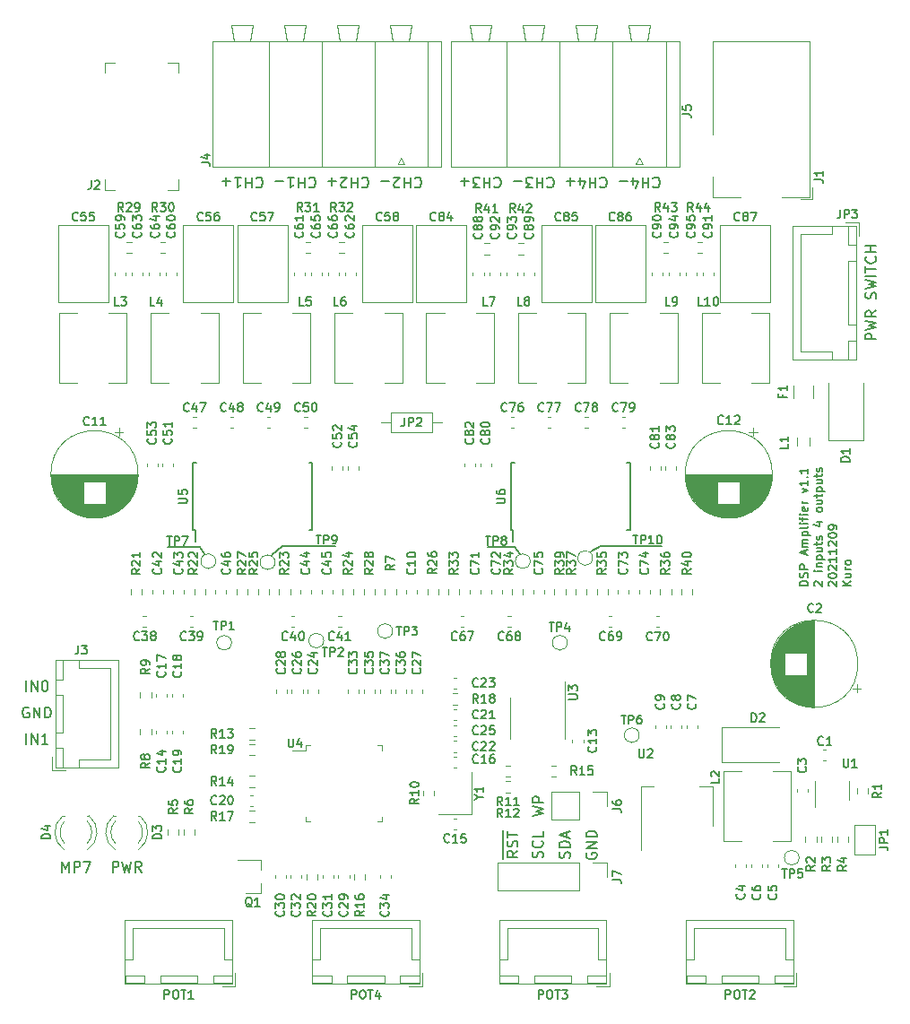
<source format=gbr>
%TF.GenerationSoftware,KiCad,Pcbnew,(5.1.8)-1*%
%TF.CreationDate,2021-12-09T09:07:22-03:00*%
%TF.ProjectId,dsp_amp_2to4,6473705f-616d-4705-9f32-746f342e6b69,1.1*%
%TF.SameCoordinates,Original*%
%TF.FileFunction,Legend,Top*%
%TF.FilePolarity,Positive*%
%FSLAX46Y46*%
G04 Gerber Fmt 4.6, Leading zero omitted, Abs format (unit mm)*
G04 Created by KiCad (PCBNEW (5.1.8)-1) date 2021-12-09 09:07:22*
%MOMM*%
%LPD*%
G01*
G04 APERTURE LIST*
%ADD10C,0.200000*%
%ADD11C,0.175000*%
%ADD12C,0.160000*%
%ADD13C,0.120000*%
%ADD14C,0.150000*%
G04 APERTURE END LIST*
D10*
X105400000Y-96200000D02*
X104400000Y-96700000D01*
X111100000Y-96200000D02*
X105400000Y-96200000D01*
X97200000Y-96300000D02*
X97700000Y-96900000D01*
X94700000Y-96300000D02*
X97200000Y-96300000D01*
X75300000Y-96200000D02*
X74300000Y-97000000D01*
X80300000Y-96200000D02*
X75300000Y-96200000D01*
X67500000Y-96300000D02*
X67900000Y-96900000D01*
X64500000Y-96300000D02*
X67500000Y-96300000D01*
D11*
X131372380Y-76654761D02*
X130372380Y-76654761D01*
X130372380Y-76273809D01*
X130420000Y-76178571D01*
X130467619Y-76130952D01*
X130562857Y-76083333D01*
X130705714Y-76083333D01*
X130800952Y-76130952D01*
X130848571Y-76178571D01*
X130896190Y-76273809D01*
X130896190Y-76654761D01*
X130372380Y-75750000D02*
X131372380Y-75511904D01*
X130658095Y-75321428D01*
X131372380Y-75130952D01*
X130372380Y-74892857D01*
X131372380Y-73940476D02*
X130896190Y-74273809D01*
X131372380Y-74511904D02*
X130372380Y-74511904D01*
X130372380Y-74130952D01*
X130420000Y-74035714D01*
X130467619Y-73988095D01*
X130562857Y-73940476D01*
X130705714Y-73940476D01*
X130800952Y-73988095D01*
X130848571Y-74035714D01*
X130896190Y-74130952D01*
X130896190Y-74511904D01*
X131324761Y-72797619D02*
X131372380Y-72654761D01*
X131372380Y-72416666D01*
X131324761Y-72321428D01*
X131277142Y-72273809D01*
X131181904Y-72226190D01*
X131086666Y-72226190D01*
X130991428Y-72273809D01*
X130943809Y-72321428D01*
X130896190Y-72416666D01*
X130848571Y-72607142D01*
X130800952Y-72702380D01*
X130753333Y-72750000D01*
X130658095Y-72797619D01*
X130562857Y-72797619D01*
X130467619Y-72750000D01*
X130420000Y-72702380D01*
X130372380Y-72607142D01*
X130372380Y-72369047D01*
X130420000Y-72226190D01*
X130372380Y-71892857D02*
X131372380Y-71654761D01*
X130658095Y-71464285D01*
X131372380Y-71273809D01*
X130372380Y-71035714D01*
X131372380Y-70654761D02*
X130372380Y-70654761D01*
X130372380Y-70321428D02*
X130372380Y-69750000D01*
X131372380Y-70035714D02*
X130372380Y-70035714D01*
X131277142Y-68845238D02*
X131324761Y-68892857D01*
X131372380Y-69035714D01*
X131372380Y-69130952D01*
X131324761Y-69273809D01*
X131229523Y-69369047D01*
X131134285Y-69416666D01*
X130943809Y-69464285D01*
X130800952Y-69464285D01*
X130610476Y-69416666D01*
X130515238Y-69369047D01*
X130420000Y-69273809D01*
X130372380Y-69130952D01*
X130372380Y-69035714D01*
X130420000Y-68892857D01*
X130467619Y-68845238D01*
X131372380Y-68416666D02*
X130372380Y-68416666D01*
X130848571Y-68416666D02*
X130848571Y-67845238D01*
X131372380Y-67845238D02*
X130372380Y-67845238D01*
X98952380Y-121628572D02*
X99952380Y-121390477D01*
X99238095Y-121200001D01*
X99952380Y-121009524D01*
X98952380Y-120771429D01*
X99952380Y-120390477D02*
X98952380Y-120390477D01*
X98952380Y-120009524D01*
X99000000Y-119914286D01*
X99047619Y-119866667D01*
X99142857Y-119819048D01*
X99285714Y-119819048D01*
X99380952Y-119866667D01*
X99428571Y-119914286D01*
X99476190Y-120009524D01*
X99476190Y-120390477D01*
X104026250Y-125161905D02*
X103978630Y-125257143D01*
X103978630Y-125400001D01*
X104026250Y-125542858D01*
X104121488Y-125638096D01*
X104216726Y-125685715D01*
X104407202Y-125733334D01*
X104550059Y-125733334D01*
X104740535Y-125685715D01*
X104835773Y-125638096D01*
X104931011Y-125542858D01*
X104978630Y-125400001D01*
X104978630Y-125304762D01*
X104931011Y-125161905D01*
X104883392Y-125114286D01*
X104550059Y-125114286D01*
X104550059Y-125304762D01*
X104978630Y-124685715D02*
X103978630Y-124685715D01*
X104978630Y-124114286D01*
X103978630Y-124114286D01*
X104978630Y-123638096D02*
X103978630Y-123638096D01*
X103978630Y-123400001D01*
X104026250Y-123257143D01*
X104121488Y-123161905D01*
X104216726Y-123114286D01*
X104407202Y-123066667D01*
X104550059Y-123066667D01*
X104740535Y-123114286D01*
X104835773Y-123161905D01*
X104931011Y-123257143D01*
X104978630Y-123400001D01*
X104978630Y-123638096D01*
X102391011Y-125614285D02*
X102438630Y-125471428D01*
X102438630Y-125233333D01*
X102391011Y-125138095D01*
X102343392Y-125090476D01*
X102248154Y-125042857D01*
X102152916Y-125042857D01*
X102057678Y-125090476D01*
X102010059Y-125138095D01*
X101962440Y-125233333D01*
X101914821Y-125423809D01*
X101867202Y-125519047D01*
X101819583Y-125566666D01*
X101724345Y-125614285D01*
X101629107Y-125614285D01*
X101533869Y-125566666D01*
X101486250Y-125519047D01*
X101438630Y-125423809D01*
X101438630Y-125185714D01*
X101486250Y-125042857D01*
X102438630Y-124614285D02*
X101438630Y-124614285D01*
X101438630Y-124376190D01*
X101486250Y-124233333D01*
X101581488Y-124138095D01*
X101676726Y-124090476D01*
X101867202Y-124042857D01*
X102010059Y-124042857D01*
X102200535Y-124090476D01*
X102295773Y-124138095D01*
X102391011Y-124233333D01*
X102438630Y-124376190D01*
X102438630Y-124614285D01*
X102152916Y-123661904D02*
X102152916Y-123185714D01*
X102438630Y-123757142D02*
X101438630Y-123423809D01*
X102438630Y-123090476D01*
X99851011Y-125590477D02*
X99898630Y-125447620D01*
X99898630Y-125209524D01*
X99851011Y-125114286D01*
X99803392Y-125066667D01*
X99708154Y-125019048D01*
X99612916Y-125019048D01*
X99517678Y-125066667D01*
X99470059Y-125114286D01*
X99422440Y-125209524D01*
X99374821Y-125400001D01*
X99327202Y-125495239D01*
X99279583Y-125542858D01*
X99184345Y-125590477D01*
X99089107Y-125590477D01*
X98993869Y-125542858D01*
X98946250Y-125495239D01*
X98898630Y-125400001D01*
X98898630Y-125161905D01*
X98946250Y-125019048D01*
X99803392Y-124019048D02*
X99851011Y-124066667D01*
X99898630Y-124209524D01*
X99898630Y-124304762D01*
X99851011Y-124447620D01*
X99755773Y-124542858D01*
X99660535Y-124590477D01*
X99470059Y-124638096D01*
X99327202Y-124638096D01*
X99136726Y-124590477D01*
X99041488Y-124542858D01*
X98946250Y-124447620D01*
X98898630Y-124304762D01*
X98898630Y-124209524D01*
X98946250Y-124066667D01*
X98993869Y-124019048D01*
X99898630Y-123114286D02*
X99898630Y-123590477D01*
X98898630Y-123590477D01*
X96125000Y-125757142D02*
X96125000Y-124757142D01*
X97524880Y-124947619D02*
X97048690Y-125280952D01*
X97524880Y-125519047D02*
X96524880Y-125519047D01*
X96524880Y-125138095D01*
X96572500Y-125042857D01*
X96620119Y-124995238D01*
X96715357Y-124947619D01*
X96858214Y-124947619D01*
X96953452Y-124995238D01*
X97001071Y-125042857D01*
X97048690Y-125138095D01*
X97048690Y-125519047D01*
X96125000Y-124757142D02*
X96125000Y-123804761D01*
X97477261Y-124566666D02*
X97524880Y-124423809D01*
X97524880Y-124185714D01*
X97477261Y-124090476D01*
X97429642Y-124042857D01*
X97334404Y-123995238D01*
X97239166Y-123995238D01*
X97143928Y-124042857D01*
X97096309Y-124090476D01*
X97048690Y-124185714D01*
X97001071Y-124376190D01*
X96953452Y-124471428D01*
X96905833Y-124519047D01*
X96810595Y-124566666D01*
X96715357Y-124566666D01*
X96620119Y-124519047D01*
X96572500Y-124471428D01*
X96524880Y-124376190D01*
X96524880Y-124138095D01*
X96572500Y-123995238D01*
X96125000Y-123804761D02*
X96125000Y-123042857D01*
X96524880Y-123709523D02*
X96524880Y-123138095D01*
X97524880Y-123423809D02*
X96524880Y-123423809D01*
X54490476Y-126952380D02*
X54490476Y-125952380D01*
X54823809Y-126666666D01*
X55157142Y-125952380D01*
X55157142Y-126952380D01*
X55633333Y-126952380D02*
X55633333Y-125952380D01*
X56014285Y-125952380D01*
X56109523Y-126000000D01*
X56157142Y-126047619D01*
X56204761Y-126142857D01*
X56204761Y-126285714D01*
X56157142Y-126380952D01*
X56109523Y-126428571D01*
X56014285Y-126476190D01*
X55633333Y-126476190D01*
X56538095Y-125952380D02*
X57204761Y-125952380D01*
X56776190Y-126952380D01*
X59266666Y-126952380D02*
X59266666Y-125952380D01*
X59647619Y-125952380D01*
X59742857Y-126000000D01*
X59790476Y-126047619D01*
X59838095Y-126142857D01*
X59838095Y-126285714D01*
X59790476Y-126380952D01*
X59742857Y-126428571D01*
X59647619Y-126476190D01*
X59266666Y-126476190D01*
X60171428Y-125952380D02*
X60409523Y-126952380D01*
X60600000Y-126238095D01*
X60790476Y-126952380D01*
X61028571Y-125952380D01*
X61980952Y-126952380D02*
X61647619Y-126476190D01*
X61409523Y-126952380D02*
X61409523Y-125952380D01*
X61790476Y-125952380D01*
X61885714Y-126000000D01*
X61933333Y-126047619D01*
X61980952Y-126142857D01*
X61980952Y-126285714D01*
X61933333Y-126380952D01*
X61885714Y-126428571D01*
X61790476Y-126476190D01*
X61409523Y-126476190D01*
X51338095Y-111426250D02*
X51242857Y-111378630D01*
X51100000Y-111378630D01*
X50957142Y-111426250D01*
X50861904Y-111521488D01*
X50814285Y-111616726D01*
X50766666Y-111807202D01*
X50766666Y-111950059D01*
X50814285Y-112140535D01*
X50861904Y-112235773D01*
X50957142Y-112331011D01*
X51100000Y-112378630D01*
X51195238Y-112378630D01*
X51338095Y-112331011D01*
X51385714Y-112283392D01*
X51385714Y-111950059D01*
X51195238Y-111950059D01*
X51814285Y-112378630D02*
X51814285Y-111378630D01*
X52385714Y-112378630D01*
X52385714Y-111378630D01*
X52861904Y-112378630D02*
X52861904Y-111378630D01*
X53100000Y-111378630D01*
X53242857Y-111426250D01*
X53338095Y-111521488D01*
X53385714Y-111616726D01*
X53433333Y-111807202D01*
X53433333Y-111950059D01*
X53385714Y-112140535D01*
X53338095Y-112235773D01*
X53242857Y-112331011D01*
X53100000Y-112378630D01*
X52861904Y-112378630D01*
X51100000Y-114878630D02*
X51100000Y-113878630D01*
X51576190Y-114878630D02*
X51576190Y-113878630D01*
X52147619Y-114878630D01*
X52147619Y-113878630D01*
X53147619Y-114878630D02*
X52576190Y-114878630D01*
X52861904Y-114878630D02*
X52861904Y-113878630D01*
X52766666Y-114021488D01*
X52671428Y-114116726D01*
X52576190Y-114164345D01*
X51100000Y-109878630D02*
X51100000Y-108878630D01*
X51576190Y-109878630D02*
X51576190Y-108878630D01*
X52147619Y-109878630D01*
X52147619Y-108878630D01*
X52814285Y-108878630D02*
X52909523Y-108878630D01*
X53004761Y-108926250D01*
X53052380Y-108973869D01*
X53100000Y-109069107D01*
X53147619Y-109259583D01*
X53147619Y-109497678D01*
X53100000Y-109688154D01*
X53052380Y-109783392D01*
X53004761Y-109831011D01*
X52909523Y-109878630D01*
X52814285Y-109878630D01*
X52719047Y-109831011D01*
X52671428Y-109783392D01*
X52623809Y-109688154D01*
X52576190Y-109497678D01*
X52576190Y-109259583D01*
X52623809Y-109069107D01*
X52671428Y-108973869D01*
X52719047Y-108926250D01*
X52814285Y-108878630D01*
X110309523Y-61442857D02*
X110357142Y-61395238D01*
X110500000Y-61347619D01*
X110595238Y-61347619D01*
X110738095Y-61395238D01*
X110833333Y-61490476D01*
X110880952Y-61585714D01*
X110928571Y-61776190D01*
X110928571Y-61919047D01*
X110880952Y-62109523D01*
X110833333Y-62204761D01*
X110738095Y-62300000D01*
X110595238Y-62347619D01*
X110500000Y-62347619D01*
X110357142Y-62300000D01*
X110309523Y-62252380D01*
X109880952Y-61347619D02*
X109880952Y-62347619D01*
X109880952Y-61871428D02*
X109309523Y-61871428D01*
X109309523Y-61347619D02*
X109309523Y-62347619D01*
X108404761Y-62014285D02*
X108404761Y-61347619D01*
X108642857Y-62395238D02*
X108880952Y-61680952D01*
X108261904Y-61680952D01*
X107880952Y-61728571D02*
X107119047Y-61728571D01*
X105309523Y-61442857D02*
X105357142Y-61395238D01*
X105500000Y-61347619D01*
X105595238Y-61347619D01*
X105738095Y-61395238D01*
X105833333Y-61490476D01*
X105880952Y-61585714D01*
X105928571Y-61776190D01*
X105928571Y-61919047D01*
X105880952Y-62109523D01*
X105833333Y-62204761D01*
X105738095Y-62300000D01*
X105595238Y-62347619D01*
X105500000Y-62347619D01*
X105357142Y-62300000D01*
X105309523Y-62252380D01*
X104880952Y-61347619D02*
X104880952Y-62347619D01*
X104880952Y-61871428D02*
X104309523Y-61871428D01*
X104309523Y-61347619D02*
X104309523Y-62347619D01*
X103404761Y-62014285D02*
X103404761Y-61347619D01*
X103642857Y-62395238D02*
X103880952Y-61680952D01*
X103261904Y-61680952D01*
X102880952Y-61728571D02*
X102119047Y-61728571D01*
X102500000Y-61347619D02*
X102500000Y-62109523D01*
X100309523Y-61442857D02*
X100357142Y-61395238D01*
X100500000Y-61347619D01*
X100595238Y-61347619D01*
X100738095Y-61395238D01*
X100833333Y-61490476D01*
X100880952Y-61585714D01*
X100928571Y-61776190D01*
X100928571Y-61919047D01*
X100880952Y-62109523D01*
X100833333Y-62204761D01*
X100738095Y-62300000D01*
X100595238Y-62347619D01*
X100500000Y-62347619D01*
X100357142Y-62300000D01*
X100309523Y-62252380D01*
X99880952Y-61347619D02*
X99880952Y-62347619D01*
X99880952Y-61871428D02*
X99309523Y-61871428D01*
X99309523Y-61347619D02*
X99309523Y-62347619D01*
X98928571Y-62347619D02*
X98309523Y-62347619D01*
X98642857Y-61966666D01*
X98500000Y-61966666D01*
X98404761Y-61919047D01*
X98357142Y-61871428D01*
X98309523Y-61776190D01*
X98309523Y-61538095D01*
X98357142Y-61442857D01*
X98404761Y-61395238D01*
X98500000Y-61347619D01*
X98785714Y-61347619D01*
X98880952Y-61395238D01*
X98928571Y-61442857D01*
X97880952Y-61728571D02*
X97119047Y-61728571D01*
X95309523Y-61442857D02*
X95357142Y-61395238D01*
X95500000Y-61347619D01*
X95595238Y-61347619D01*
X95738095Y-61395238D01*
X95833333Y-61490476D01*
X95880952Y-61585714D01*
X95928571Y-61776190D01*
X95928571Y-61919047D01*
X95880952Y-62109523D01*
X95833333Y-62204761D01*
X95738095Y-62300000D01*
X95595238Y-62347619D01*
X95500000Y-62347619D01*
X95357142Y-62300000D01*
X95309523Y-62252380D01*
X94880952Y-61347619D02*
X94880952Y-62347619D01*
X94880952Y-61871428D02*
X94309523Y-61871428D01*
X94309523Y-61347619D02*
X94309523Y-62347619D01*
X93928571Y-62347619D02*
X93309523Y-62347619D01*
X93642857Y-61966666D01*
X93500000Y-61966666D01*
X93404761Y-61919047D01*
X93357142Y-61871428D01*
X93309523Y-61776190D01*
X93309523Y-61538095D01*
X93357142Y-61442857D01*
X93404761Y-61395238D01*
X93500000Y-61347619D01*
X93785714Y-61347619D01*
X93880952Y-61395238D01*
X93928571Y-61442857D01*
X92880952Y-61728571D02*
X92119047Y-61728571D01*
X92500000Y-61347619D02*
X92500000Y-62109523D01*
X87809523Y-61442857D02*
X87857142Y-61395238D01*
X88000000Y-61347619D01*
X88095238Y-61347619D01*
X88238095Y-61395238D01*
X88333333Y-61490476D01*
X88380952Y-61585714D01*
X88428571Y-61776190D01*
X88428571Y-61919047D01*
X88380952Y-62109523D01*
X88333333Y-62204761D01*
X88238095Y-62300000D01*
X88095238Y-62347619D01*
X88000000Y-62347619D01*
X87857142Y-62300000D01*
X87809523Y-62252380D01*
X87380952Y-61347619D02*
X87380952Y-62347619D01*
X87380952Y-61871428D02*
X86809523Y-61871428D01*
X86809523Y-61347619D02*
X86809523Y-62347619D01*
X86380952Y-62252380D02*
X86333333Y-62300000D01*
X86238095Y-62347619D01*
X86000000Y-62347619D01*
X85904761Y-62300000D01*
X85857142Y-62252380D01*
X85809523Y-62157142D01*
X85809523Y-62061904D01*
X85857142Y-61919047D01*
X86428571Y-61347619D01*
X85809523Y-61347619D01*
X85380952Y-61728571D02*
X84619047Y-61728571D01*
X82809523Y-61442857D02*
X82857142Y-61395238D01*
X83000000Y-61347619D01*
X83095238Y-61347619D01*
X83238095Y-61395238D01*
X83333333Y-61490476D01*
X83380952Y-61585714D01*
X83428571Y-61776190D01*
X83428571Y-61919047D01*
X83380952Y-62109523D01*
X83333333Y-62204761D01*
X83238095Y-62300000D01*
X83095238Y-62347619D01*
X83000000Y-62347619D01*
X82857142Y-62300000D01*
X82809523Y-62252380D01*
X82380952Y-61347619D02*
X82380952Y-62347619D01*
X82380952Y-61871428D02*
X81809523Y-61871428D01*
X81809523Y-61347619D02*
X81809523Y-62347619D01*
X81380952Y-62252380D02*
X81333333Y-62300000D01*
X81238095Y-62347619D01*
X81000000Y-62347619D01*
X80904761Y-62300000D01*
X80857142Y-62252380D01*
X80809523Y-62157142D01*
X80809523Y-62061904D01*
X80857142Y-61919047D01*
X81428571Y-61347619D01*
X80809523Y-61347619D01*
X80380952Y-61728571D02*
X79619047Y-61728571D01*
X80000000Y-61347619D02*
X80000000Y-62109523D01*
X77809523Y-61442857D02*
X77857142Y-61395238D01*
X78000000Y-61347619D01*
X78095238Y-61347619D01*
X78238095Y-61395238D01*
X78333333Y-61490476D01*
X78380952Y-61585714D01*
X78428571Y-61776190D01*
X78428571Y-61919047D01*
X78380952Y-62109523D01*
X78333333Y-62204761D01*
X78238095Y-62300000D01*
X78095238Y-62347619D01*
X78000000Y-62347619D01*
X77857142Y-62300000D01*
X77809523Y-62252380D01*
X77380952Y-61347619D02*
X77380952Y-62347619D01*
X77380952Y-61871428D02*
X76809523Y-61871428D01*
X76809523Y-61347619D02*
X76809523Y-62347619D01*
X75809523Y-61347619D02*
X76380952Y-61347619D01*
X76095238Y-61347619D02*
X76095238Y-62347619D01*
X76190476Y-62204761D01*
X76285714Y-62109523D01*
X76380952Y-62061904D01*
X75380952Y-61728571D02*
X74619047Y-61728571D01*
X72809523Y-61442857D02*
X72857142Y-61395238D01*
X73000000Y-61347619D01*
X73095238Y-61347619D01*
X73238095Y-61395238D01*
X73333333Y-61490476D01*
X73380952Y-61585714D01*
X73428571Y-61776190D01*
X73428571Y-61919047D01*
X73380952Y-62109523D01*
X73333333Y-62204761D01*
X73238095Y-62300000D01*
X73095238Y-62347619D01*
X73000000Y-62347619D01*
X72857142Y-62300000D01*
X72809523Y-62252380D01*
X72380952Y-61347619D02*
X72380952Y-62347619D01*
X72380952Y-61871428D02*
X71809523Y-61871428D01*
X71809523Y-61347619D02*
X71809523Y-62347619D01*
X70809523Y-61347619D02*
X71380952Y-61347619D01*
X71095238Y-61347619D02*
X71095238Y-62347619D01*
X71190476Y-62204761D01*
X71285714Y-62109523D01*
X71380952Y-62061904D01*
X70380952Y-61728571D02*
X69619047Y-61728571D01*
X70000000Y-61347619D02*
X70000000Y-62109523D01*
D12*
X124921904Y-99905523D02*
X124121904Y-99905523D01*
X124121904Y-99715047D01*
X124160000Y-99600761D01*
X124236190Y-99524571D01*
X124312380Y-99486476D01*
X124464761Y-99448380D01*
X124579047Y-99448380D01*
X124731428Y-99486476D01*
X124807619Y-99524571D01*
X124883809Y-99600761D01*
X124921904Y-99715047D01*
X124921904Y-99905523D01*
X124883809Y-99143619D02*
X124921904Y-99029333D01*
X124921904Y-98838857D01*
X124883809Y-98762666D01*
X124845714Y-98724571D01*
X124769523Y-98686476D01*
X124693333Y-98686476D01*
X124617142Y-98724571D01*
X124579047Y-98762666D01*
X124540952Y-98838857D01*
X124502857Y-98991238D01*
X124464761Y-99067428D01*
X124426666Y-99105523D01*
X124350476Y-99143619D01*
X124274285Y-99143619D01*
X124198095Y-99105523D01*
X124160000Y-99067428D01*
X124121904Y-98991238D01*
X124121904Y-98800761D01*
X124160000Y-98686476D01*
X124921904Y-98343619D02*
X124121904Y-98343619D01*
X124121904Y-98038857D01*
X124160000Y-97962666D01*
X124198095Y-97924571D01*
X124274285Y-97886476D01*
X124388571Y-97886476D01*
X124464761Y-97924571D01*
X124502857Y-97962666D01*
X124540952Y-98038857D01*
X124540952Y-98343619D01*
X124693333Y-96972190D02*
X124693333Y-96591238D01*
X124921904Y-97048380D02*
X124121904Y-96781714D01*
X124921904Y-96515047D01*
X124921904Y-96248380D02*
X124388571Y-96248380D01*
X124464761Y-96248380D02*
X124426666Y-96210285D01*
X124388571Y-96134095D01*
X124388571Y-96019809D01*
X124426666Y-95943619D01*
X124502857Y-95905523D01*
X124921904Y-95905523D01*
X124502857Y-95905523D02*
X124426666Y-95867428D01*
X124388571Y-95791238D01*
X124388571Y-95676952D01*
X124426666Y-95600761D01*
X124502857Y-95562666D01*
X124921904Y-95562666D01*
X124388571Y-95181714D02*
X125188571Y-95181714D01*
X124426666Y-95181714D02*
X124388571Y-95105523D01*
X124388571Y-94953142D01*
X124426666Y-94876952D01*
X124464761Y-94838857D01*
X124540952Y-94800761D01*
X124769523Y-94800761D01*
X124845714Y-94838857D01*
X124883809Y-94876952D01*
X124921904Y-94953142D01*
X124921904Y-95105523D01*
X124883809Y-95181714D01*
X124921904Y-94343619D02*
X124883809Y-94419809D01*
X124807619Y-94457904D01*
X124121904Y-94457904D01*
X124921904Y-94038857D02*
X124388571Y-94038857D01*
X124121904Y-94038857D02*
X124160000Y-94076952D01*
X124198095Y-94038857D01*
X124160000Y-94000761D01*
X124121904Y-94038857D01*
X124198095Y-94038857D01*
X124388571Y-93772190D02*
X124388571Y-93467428D01*
X124921904Y-93657904D02*
X124236190Y-93657904D01*
X124160000Y-93619809D01*
X124121904Y-93543619D01*
X124121904Y-93467428D01*
X124921904Y-93200761D02*
X124388571Y-93200761D01*
X124121904Y-93200761D02*
X124160000Y-93238857D01*
X124198095Y-93200761D01*
X124160000Y-93162666D01*
X124121904Y-93200761D01*
X124198095Y-93200761D01*
X124883809Y-92515047D02*
X124921904Y-92591238D01*
X124921904Y-92743619D01*
X124883809Y-92819809D01*
X124807619Y-92857904D01*
X124502857Y-92857904D01*
X124426666Y-92819809D01*
X124388571Y-92743619D01*
X124388571Y-92591238D01*
X124426666Y-92515047D01*
X124502857Y-92476952D01*
X124579047Y-92476952D01*
X124655238Y-92857904D01*
X124921904Y-92134095D02*
X124388571Y-92134095D01*
X124540952Y-92134095D02*
X124464761Y-92096000D01*
X124426666Y-92057904D01*
X124388571Y-91981714D01*
X124388571Y-91905523D01*
X124388571Y-91105523D02*
X124921904Y-90915047D01*
X124388571Y-90724571D01*
X124921904Y-90000761D02*
X124921904Y-90457904D01*
X124921904Y-90229333D02*
X124121904Y-90229333D01*
X124236190Y-90305523D01*
X124312380Y-90381714D01*
X124350476Y-90457904D01*
X124845714Y-89657904D02*
X124883809Y-89619809D01*
X124921904Y-89657904D01*
X124883809Y-89696000D01*
X124845714Y-89657904D01*
X124921904Y-89657904D01*
X124921904Y-88857904D02*
X124921904Y-89315047D01*
X124921904Y-89086476D02*
X124121904Y-89086476D01*
X124236190Y-89162666D01*
X124312380Y-89238857D01*
X124350476Y-89315047D01*
X125558095Y-99943619D02*
X125520000Y-99905523D01*
X125481904Y-99829333D01*
X125481904Y-99638857D01*
X125520000Y-99562666D01*
X125558095Y-99524571D01*
X125634285Y-99486476D01*
X125710476Y-99486476D01*
X125824761Y-99524571D01*
X126281904Y-99981714D01*
X126281904Y-99486476D01*
X126281904Y-98534095D02*
X125748571Y-98534095D01*
X125481904Y-98534095D02*
X125520000Y-98572190D01*
X125558095Y-98534095D01*
X125520000Y-98496000D01*
X125481904Y-98534095D01*
X125558095Y-98534095D01*
X125748571Y-98153142D02*
X126281904Y-98153142D01*
X125824761Y-98153142D02*
X125786666Y-98115047D01*
X125748571Y-98038857D01*
X125748571Y-97924571D01*
X125786666Y-97848380D01*
X125862857Y-97810285D01*
X126281904Y-97810285D01*
X125748571Y-97429333D02*
X126548571Y-97429333D01*
X125786666Y-97429333D02*
X125748571Y-97353142D01*
X125748571Y-97200761D01*
X125786666Y-97124571D01*
X125824761Y-97086476D01*
X125900952Y-97048380D01*
X126129523Y-97048380D01*
X126205714Y-97086476D01*
X126243809Y-97124571D01*
X126281904Y-97200761D01*
X126281904Y-97353142D01*
X126243809Y-97429333D01*
X125748571Y-96362666D02*
X126281904Y-96362666D01*
X125748571Y-96705523D02*
X126167619Y-96705523D01*
X126243809Y-96667428D01*
X126281904Y-96591238D01*
X126281904Y-96476952D01*
X126243809Y-96400761D01*
X126205714Y-96362666D01*
X125748571Y-96096000D02*
X125748571Y-95791238D01*
X125481904Y-95981714D02*
X126167619Y-95981714D01*
X126243809Y-95943619D01*
X126281904Y-95867428D01*
X126281904Y-95791238D01*
X126243809Y-95562666D02*
X126281904Y-95486476D01*
X126281904Y-95334095D01*
X126243809Y-95257904D01*
X126167619Y-95219809D01*
X126129523Y-95219809D01*
X126053333Y-95257904D01*
X126015238Y-95334095D01*
X126015238Y-95448380D01*
X125977142Y-95524571D01*
X125900952Y-95562666D01*
X125862857Y-95562666D01*
X125786666Y-95524571D01*
X125748571Y-95448380D01*
X125748571Y-95334095D01*
X125786666Y-95257904D01*
X125748571Y-93924571D02*
X126281904Y-93924571D01*
X125443809Y-94115047D02*
X126015238Y-94305523D01*
X126015238Y-93810285D01*
X126281904Y-92781714D02*
X126243809Y-92857904D01*
X126205714Y-92896000D01*
X126129523Y-92934095D01*
X125900952Y-92934095D01*
X125824761Y-92896000D01*
X125786666Y-92857904D01*
X125748571Y-92781714D01*
X125748571Y-92667428D01*
X125786666Y-92591238D01*
X125824761Y-92553142D01*
X125900952Y-92515047D01*
X126129523Y-92515047D01*
X126205714Y-92553142D01*
X126243809Y-92591238D01*
X126281904Y-92667428D01*
X126281904Y-92781714D01*
X125748571Y-91829333D02*
X126281904Y-91829333D01*
X125748571Y-92172190D02*
X126167619Y-92172190D01*
X126243809Y-92134095D01*
X126281904Y-92057904D01*
X126281904Y-91943619D01*
X126243809Y-91867428D01*
X126205714Y-91829333D01*
X125748571Y-91562666D02*
X125748571Y-91257904D01*
X125481904Y-91448380D02*
X126167619Y-91448380D01*
X126243809Y-91410285D01*
X126281904Y-91334095D01*
X126281904Y-91257904D01*
X125748571Y-90991238D02*
X126548571Y-90991238D01*
X125786666Y-90991238D02*
X125748571Y-90915047D01*
X125748571Y-90762666D01*
X125786666Y-90686476D01*
X125824761Y-90648380D01*
X125900952Y-90610285D01*
X126129523Y-90610285D01*
X126205714Y-90648380D01*
X126243809Y-90686476D01*
X126281904Y-90762666D01*
X126281904Y-90915047D01*
X126243809Y-90991238D01*
X125748571Y-89924571D02*
X126281904Y-89924571D01*
X125748571Y-90267428D02*
X126167619Y-90267428D01*
X126243809Y-90229333D01*
X126281904Y-90153142D01*
X126281904Y-90038857D01*
X126243809Y-89962666D01*
X126205714Y-89924571D01*
X125748571Y-89657904D02*
X125748571Y-89353142D01*
X125481904Y-89543619D02*
X126167619Y-89543619D01*
X126243809Y-89505523D01*
X126281904Y-89429333D01*
X126281904Y-89353142D01*
X126243809Y-89124571D02*
X126281904Y-89048380D01*
X126281904Y-88896000D01*
X126243809Y-88819809D01*
X126167619Y-88781714D01*
X126129523Y-88781714D01*
X126053333Y-88819809D01*
X126015238Y-88896000D01*
X126015238Y-89010285D01*
X125977142Y-89086476D01*
X125900952Y-89124571D01*
X125862857Y-89124571D01*
X125786666Y-89086476D01*
X125748571Y-89010285D01*
X125748571Y-88896000D01*
X125786666Y-88819809D01*
X126918095Y-99943619D02*
X126880000Y-99905523D01*
X126841904Y-99829333D01*
X126841904Y-99638857D01*
X126880000Y-99562666D01*
X126918095Y-99524571D01*
X126994285Y-99486476D01*
X127070476Y-99486476D01*
X127184761Y-99524571D01*
X127641904Y-99981714D01*
X127641904Y-99486476D01*
X126841904Y-98991238D02*
X126841904Y-98915047D01*
X126880000Y-98838857D01*
X126918095Y-98800761D01*
X126994285Y-98762666D01*
X127146666Y-98724571D01*
X127337142Y-98724571D01*
X127489523Y-98762666D01*
X127565714Y-98800761D01*
X127603809Y-98838857D01*
X127641904Y-98915047D01*
X127641904Y-98991238D01*
X127603809Y-99067428D01*
X127565714Y-99105523D01*
X127489523Y-99143619D01*
X127337142Y-99181714D01*
X127146666Y-99181714D01*
X126994285Y-99143619D01*
X126918095Y-99105523D01*
X126880000Y-99067428D01*
X126841904Y-98991238D01*
X126918095Y-98419809D02*
X126880000Y-98381714D01*
X126841904Y-98305523D01*
X126841904Y-98115047D01*
X126880000Y-98038857D01*
X126918095Y-98000761D01*
X126994285Y-97962666D01*
X127070476Y-97962666D01*
X127184761Y-98000761D01*
X127641904Y-98457904D01*
X127641904Y-97962666D01*
X127641904Y-97200761D02*
X127641904Y-97657904D01*
X127641904Y-97429333D02*
X126841904Y-97429333D01*
X126956190Y-97505523D01*
X127032380Y-97581714D01*
X127070476Y-97657904D01*
X127641904Y-96438857D02*
X127641904Y-96896000D01*
X127641904Y-96667428D02*
X126841904Y-96667428D01*
X126956190Y-96743619D01*
X127032380Y-96819809D01*
X127070476Y-96896000D01*
X126918095Y-96134095D02*
X126880000Y-96096000D01*
X126841904Y-96019809D01*
X126841904Y-95829333D01*
X126880000Y-95753142D01*
X126918095Y-95715047D01*
X126994285Y-95676952D01*
X127070476Y-95676952D01*
X127184761Y-95715047D01*
X127641904Y-96172190D01*
X127641904Y-95676952D01*
X126841904Y-95181714D02*
X126841904Y-95105523D01*
X126880000Y-95029333D01*
X126918095Y-94991238D01*
X126994285Y-94953142D01*
X127146666Y-94915047D01*
X127337142Y-94915047D01*
X127489523Y-94953142D01*
X127565714Y-94991238D01*
X127603809Y-95029333D01*
X127641904Y-95105523D01*
X127641904Y-95181714D01*
X127603809Y-95257904D01*
X127565714Y-95296000D01*
X127489523Y-95334095D01*
X127337142Y-95372190D01*
X127146666Y-95372190D01*
X126994285Y-95334095D01*
X126918095Y-95296000D01*
X126880000Y-95257904D01*
X126841904Y-95181714D01*
X127641904Y-94534095D02*
X127641904Y-94381714D01*
X127603809Y-94305523D01*
X127565714Y-94267428D01*
X127451428Y-94191238D01*
X127299047Y-94153142D01*
X126994285Y-94153142D01*
X126918095Y-94191238D01*
X126880000Y-94229333D01*
X126841904Y-94305523D01*
X126841904Y-94457904D01*
X126880000Y-94534095D01*
X126918095Y-94572190D01*
X126994285Y-94610285D01*
X127184761Y-94610285D01*
X127260952Y-94572190D01*
X127299047Y-94534095D01*
X127337142Y-94457904D01*
X127337142Y-94305523D01*
X127299047Y-94229333D01*
X127260952Y-94191238D01*
X127184761Y-94153142D01*
X129001904Y-99905523D02*
X128201904Y-99905523D01*
X129001904Y-99448380D02*
X128544761Y-99791238D01*
X128201904Y-99448380D02*
X128659047Y-99905523D01*
X128468571Y-98762666D02*
X129001904Y-98762666D01*
X128468571Y-99105523D02*
X128887619Y-99105523D01*
X128963809Y-99067428D01*
X129001904Y-98991238D01*
X129001904Y-98876952D01*
X128963809Y-98800761D01*
X128925714Y-98762666D01*
X129001904Y-98381714D02*
X128468571Y-98381714D01*
X128620952Y-98381714D02*
X128544761Y-98343619D01*
X128506666Y-98305523D01*
X128468571Y-98229333D01*
X128468571Y-98153142D01*
X129001904Y-97772190D02*
X128963809Y-97848380D01*
X128925714Y-97886476D01*
X128849523Y-97924571D01*
X128620952Y-97924571D01*
X128544761Y-97886476D01*
X128506666Y-97848380D01*
X128468571Y-97772190D01*
X128468571Y-97657904D01*
X128506666Y-97581714D01*
X128544761Y-97543619D01*
X128620952Y-97505523D01*
X128849523Y-97505523D01*
X128925714Y-97543619D01*
X128963809Y-97581714D01*
X129001904Y-97657904D01*
X129001904Y-97772190D01*
D13*
%TO.C,TP10*%
X104600000Y-97300000D02*
G75*
G03*
X104600000Y-97300000I-700000J0D01*
G01*
%TO.C,TP9*%
X74600000Y-97700000D02*
G75*
G03*
X74600000Y-97700000I-700000J0D01*
G01*
%TO.C,TP8*%
X98700000Y-97600000D02*
G75*
G03*
X98700000Y-97600000I-700000J0D01*
G01*
%TO.C,TP7*%
X69000000Y-97600000D02*
G75*
G03*
X69000000Y-97600000I-700000J0D01*
G01*
%TO.C,TP6*%
X109000000Y-114031520D02*
G75*
G03*
X109000000Y-114031520I-700000J0D01*
G01*
%TO.C,TP5*%
X124100000Y-125600000D02*
G75*
G03*
X124100000Y-125600000I-700000J0D01*
G01*
%TO.C,TP4*%
X102200000Y-105300000D02*
G75*
G03*
X102200000Y-105300000I-700000J0D01*
G01*
%TO.C,TP3*%
X85700000Y-104200000D02*
G75*
G03*
X85700000Y-104200000I-700000J0D01*
G01*
%TO.C,TP2*%
X79200000Y-105100000D02*
G75*
G03*
X79200000Y-105100000I-700000J0D01*
G01*
%TO.C,TP1*%
X70500000Y-105300000D02*
G75*
G03*
X70500000Y-105300000I-700000J0D01*
G01*
%TO.C,JP3*%
X129460000Y-65940000D02*
X123490000Y-65940000D01*
X123490000Y-65940000D02*
X123490000Y-78560000D01*
X123490000Y-78560000D02*
X129460000Y-78560000D01*
X129460000Y-78560000D02*
X129460000Y-65940000D01*
X129450000Y-69250000D02*
X128700000Y-69250000D01*
X128700000Y-69250000D02*
X128700000Y-75250000D01*
X128700000Y-75250000D02*
X129450000Y-75250000D01*
X129450000Y-75250000D02*
X129450000Y-69250000D01*
X129450000Y-65950000D02*
X128700000Y-65950000D01*
X128700000Y-65950000D02*
X128700000Y-67750000D01*
X128700000Y-67750000D02*
X129450000Y-67750000D01*
X129450000Y-67750000D02*
X129450000Y-65950000D01*
X129450000Y-76750000D02*
X128700000Y-76750000D01*
X128700000Y-76750000D02*
X128700000Y-78550000D01*
X128700000Y-78550000D02*
X129450000Y-78550000D01*
X129450000Y-78550000D02*
X129450000Y-76750000D01*
X127200000Y-65950000D02*
X127200000Y-66700000D01*
X127200000Y-66700000D02*
X124250000Y-66700000D01*
X124250000Y-66700000D02*
X124250000Y-72250000D01*
X127200000Y-78550000D02*
X127200000Y-77800000D01*
X127200000Y-77800000D02*
X124250000Y-77800000D01*
X124250000Y-77800000D02*
X124250000Y-72250000D01*
X129750000Y-66900000D02*
X129750000Y-65650000D01*
X129750000Y-65650000D02*
X128500000Y-65650000D01*
%TO.C,J1*%
X124250000Y-63400000D02*
X125300000Y-63400000D01*
X125300000Y-62350000D02*
X125300000Y-63400000D01*
X115900000Y-57300000D02*
X115900000Y-48500000D01*
X115900000Y-48500000D02*
X125100000Y-48500000D01*
X118600000Y-63200000D02*
X115900000Y-63200000D01*
X115900000Y-63200000D02*
X115900000Y-61300000D01*
X125100000Y-48500000D02*
X125100000Y-63200000D01*
X125100000Y-63200000D02*
X122500000Y-63200000D01*
%TO.C,C8*%
X111990000Y-113397100D02*
X111990000Y-113115940D01*
X113010000Y-113397100D02*
X113010000Y-113115940D01*
%TO.C,C7*%
X113490000Y-113397100D02*
X113490000Y-113115940D01*
X114510000Y-113397100D02*
X114510000Y-113115940D01*
%TO.C,U1*%
X128850000Y-120143480D02*
X128850000Y-118343480D01*
X125630000Y-118343480D02*
X125630000Y-120793480D01*
%TO.C,R4*%
X127677500Y-124080738D02*
X127677500Y-123606222D01*
X128722500Y-124080738D02*
X128722500Y-123606222D01*
%TO.C,R3*%
X126177500Y-124080738D02*
X126177500Y-123606222D01*
X127222500Y-124080738D02*
X127222500Y-123606222D01*
%TO.C,R2*%
X125722500Y-123606222D02*
X125722500Y-124080738D01*
X124677500Y-123606222D02*
X124677500Y-124080738D01*
%TO.C,R1*%
X129577500Y-119537258D02*
X129577500Y-119062742D01*
X130622500Y-119537258D02*
X130622500Y-119062742D01*
%TO.C,L2*%
X118640000Y-124043480D02*
X116940000Y-124043480D01*
X116940000Y-124043480D02*
X116940000Y-117443480D01*
X116940000Y-117443480D02*
X118640000Y-117443480D01*
X121640000Y-117443480D02*
X123340000Y-117443480D01*
X123340000Y-117443480D02*
X123340000Y-124043480D01*
X123340000Y-124043480D02*
X121640000Y-124043480D01*
%TO.C,JP1*%
X129300000Y-122500000D02*
X131300000Y-122500000D01*
X129300000Y-125300000D02*
X129300000Y-122500000D01*
X131300000Y-125300000D02*
X129300000Y-125300000D01*
X131300000Y-122500000D02*
X131300000Y-125300000D01*
%TO.C,D2*%
X116800000Y-113250000D02*
X116800000Y-116550000D01*
X116800000Y-116550000D02*
X122200000Y-116550000D01*
X116800000Y-113250000D02*
X122200000Y-113250000D01*
%TO.C,C6*%
X120610000Y-126215940D02*
X120610000Y-126497100D01*
X119590000Y-126215940D02*
X119590000Y-126497100D01*
%TO.C,C5*%
X122110000Y-126215940D02*
X122110000Y-126497100D01*
X121090000Y-126215940D02*
X121090000Y-126497100D01*
%TO.C,C3*%
X123930000Y-119384060D02*
X123930000Y-119102900D01*
X124950000Y-119384060D02*
X124950000Y-119102900D01*
%TO.C,C1*%
X126640580Y-116410000D02*
X126359420Y-116410000D01*
X126640580Y-115390000D02*
X126359420Y-115390000D01*
%TO.C,C51*%
X65010000Y-88359420D02*
X65010000Y-88640580D01*
X63990000Y-88359420D02*
X63990000Y-88640580D01*
%TO.C,C53*%
X62490000Y-88359420D02*
X62490000Y-88640580D01*
X63510000Y-88359420D02*
X63510000Y-88640580D01*
%TO.C,C11*%
X61672651Y-89400000D02*
G75*
G03*
X61672651Y-89400000I-4120000J0D01*
G01*
X61632651Y-89400000D02*
X53472651Y-89400000D01*
X61632651Y-89440000D02*
X53472651Y-89440000D01*
X61632651Y-89480000D02*
X53472651Y-89480000D01*
X61631651Y-89520000D02*
X53473651Y-89520000D01*
X61629651Y-89560000D02*
X53475651Y-89560000D01*
X61628651Y-89600000D02*
X53476651Y-89600000D01*
X61626651Y-89640000D02*
X53478651Y-89640000D01*
X61623651Y-89680000D02*
X53481651Y-89680000D01*
X61620651Y-89720000D02*
X53484651Y-89720000D01*
X61617651Y-89760000D02*
X53487651Y-89760000D01*
X61613651Y-89800000D02*
X53491651Y-89800000D01*
X61609651Y-89840000D02*
X53495651Y-89840000D01*
X61604651Y-89880000D02*
X53500651Y-89880000D01*
X61600651Y-89920000D02*
X53504651Y-89920000D01*
X61594651Y-89960000D02*
X53510651Y-89960000D01*
X61589651Y-90000000D02*
X53515651Y-90000000D01*
X61582651Y-90040000D02*
X53522651Y-90040000D01*
X61576651Y-90080000D02*
X53528651Y-90080000D01*
X61569651Y-90121000D02*
X58592651Y-90121000D01*
X56512651Y-90121000D02*
X53535651Y-90121000D01*
X61562651Y-90161000D02*
X58592651Y-90161000D01*
X56512651Y-90161000D02*
X53542651Y-90161000D01*
X61554651Y-90201000D02*
X58592651Y-90201000D01*
X56512651Y-90201000D02*
X53550651Y-90201000D01*
X61546651Y-90241000D02*
X58592651Y-90241000D01*
X56512651Y-90241000D02*
X53558651Y-90241000D01*
X61537651Y-90281000D02*
X58592651Y-90281000D01*
X56512651Y-90281000D02*
X53567651Y-90281000D01*
X61528651Y-90321000D02*
X58592651Y-90321000D01*
X56512651Y-90321000D02*
X53576651Y-90321000D01*
X61519651Y-90361000D02*
X58592651Y-90361000D01*
X56512651Y-90361000D02*
X53585651Y-90361000D01*
X61509651Y-90401000D02*
X58592651Y-90401000D01*
X56512651Y-90401000D02*
X53595651Y-90401000D01*
X61499651Y-90441000D02*
X58592651Y-90441000D01*
X56512651Y-90441000D02*
X53605651Y-90441000D01*
X61488651Y-90481000D02*
X58592651Y-90481000D01*
X56512651Y-90481000D02*
X53616651Y-90481000D01*
X61477651Y-90521000D02*
X58592651Y-90521000D01*
X56512651Y-90521000D02*
X53627651Y-90521000D01*
X61466651Y-90561000D02*
X58592651Y-90561000D01*
X56512651Y-90561000D02*
X53638651Y-90561000D01*
X61454651Y-90601000D02*
X58592651Y-90601000D01*
X56512651Y-90601000D02*
X53650651Y-90601000D01*
X61441651Y-90641000D02*
X58592651Y-90641000D01*
X56512651Y-90641000D02*
X53663651Y-90641000D01*
X61429651Y-90681000D02*
X58592651Y-90681000D01*
X56512651Y-90681000D02*
X53675651Y-90681000D01*
X61415651Y-90721000D02*
X58592651Y-90721000D01*
X56512651Y-90721000D02*
X53689651Y-90721000D01*
X61402651Y-90761000D02*
X58592651Y-90761000D01*
X56512651Y-90761000D02*
X53702651Y-90761000D01*
X61387651Y-90801000D02*
X58592651Y-90801000D01*
X56512651Y-90801000D02*
X53717651Y-90801000D01*
X61373651Y-90841000D02*
X58592651Y-90841000D01*
X56512651Y-90841000D02*
X53731651Y-90841000D01*
X61357651Y-90881000D02*
X58592651Y-90881000D01*
X56512651Y-90881000D02*
X53747651Y-90881000D01*
X61342651Y-90921000D02*
X58592651Y-90921000D01*
X56512651Y-90921000D02*
X53762651Y-90921000D01*
X61326651Y-90961000D02*
X58592651Y-90961000D01*
X56512651Y-90961000D02*
X53778651Y-90961000D01*
X61309651Y-91001000D02*
X58592651Y-91001000D01*
X56512651Y-91001000D02*
X53795651Y-91001000D01*
X61292651Y-91041000D02*
X58592651Y-91041000D01*
X56512651Y-91041000D02*
X53812651Y-91041000D01*
X61274651Y-91081000D02*
X58592651Y-91081000D01*
X56512651Y-91081000D02*
X53830651Y-91081000D01*
X61256651Y-91121000D02*
X58592651Y-91121000D01*
X56512651Y-91121000D02*
X53848651Y-91121000D01*
X61238651Y-91161000D02*
X58592651Y-91161000D01*
X56512651Y-91161000D02*
X53866651Y-91161000D01*
X61218651Y-91201000D02*
X58592651Y-91201000D01*
X56512651Y-91201000D02*
X53886651Y-91201000D01*
X61199651Y-91241000D02*
X58592651Y-91241000D01*
X56512651Y-91241000D02*
X53905651Y-91241000D01*
X61179651Y-91281000D02*
X58592651Y-91281000D01*
X56512651Y-91281000D02*
X53925651Y-91281000D01*
X61158651Y-91321000D02*
X58592651Y-91321000D01*
X56512651Y-91321000D02*
X53946651Y-91321000D01*
X61136651Y-91361000D02*
X58592651Y-91361000D01*
X56512651Y-91361000D02*
X53968651Y-91361000D01*
X61114651Y-91401000D02*
X58592651Y-91401000D01*
X56512651Y-91401000D02*
X53990651Y-91401000D01*
X61092651Y-91441000D02*
X58592651Y-91441000D01*
X56512651Y-91441000D02*
X54012651Y-91441000D01*
X61069651Y-91481000D02*
X58592651Y-91481000D01*
X56512651Y-91481000D02*
X54035651Y-91481000D01*
X61045651Y-91521000D02*
X58592651Y-91521000D01*
X56512651Y-91521000D02*
X54059651Y-91521000D01*
X61021651Y-91561000D02*
X58592651Y-91561000D01*
X56512651Y-91561000D02*
X54083651Y-91561000D01*
X60996651Y-91601000D02*
X58592651Y-91601000D01*
X56512651Y-91601000D02*
X54108651Y-91601000D01*
X60970651Y-91641000D02*
X58592651Y-91641000D01*
X56512651Y-91641000D02*
X54134651Y-91641000D01*
X60944651Y-91681000D02*
X58592651Y-91681000D01*
X56512651Y-91681000D02*
X54160651Y-91681000D01*
X60917651Y-91721000D02*
X58592651Y-91721000D01*
X56512651Y-91721000D02*
X54187651Y-91721000D01*
X60890651Y-91761000D02*
X58592651Y-91761000D01*
X56512651Y-91761000D02*
X54214651Y-91761000D01*
X60861651Y-91801000D02*
X58592651Y-91801000D01*
X56512651Y-91801000D02*
X54243651Y-91801000D01*
X60832651Y-91841000D02*
X58592651Y-91841000D01*
X56512651Y-91841000D02*
X54272651Y-91841000D01*
X60802651Y-91881000D02*
X58592651Y-91881000D01*
X56512651Y-91881000D02*
X54302651Y-91881000D01*
X60772651Y-91921000D02*
X58592651Y-91921000D01*
X56512651Y-91921000D02*
X54332651Y-91921000D01*
X60741651Y-91961000D02*
X58592651Y-91961000D01*
X56512651Y-91961000D02*
X54363651Y-91961000D01*
X60708651Y-92001000D02*
X58592651Y-92001000D01*
X56512651Y-92001000D02*
X54396651Y-92001000D01*
X60676651Y-92041000D02*
X58592651Y-92041000D01*
X56512651Y-92041000D02*
X54428651Y-92041000D01*
X60642651Y-92081000D02*
X58592651Y-92081000D01*
X56512651Y-92081000D02*
X54462651Y-92081000D01*
X60607651Y-92121000D02*
X58592651Y-92121000D01*
X56512651Y-92121000D02*
X54497651Y-92121000D01*
X60571651Y-92161000D02*
X58592651Y-92161000D01*
X56512651Y-92161000D02*
X54533651Y-92161000D01*
X60535651Y-92201000D02*
X54569651Y-92201000D01*
X60497651Y-92241000D02*
X54607651Y-92241000D01*
X60459651Y-92281000D02*
X54645651Y-92281000D01*
X60419651Y-92321000D02*
X54685651Y-92321000D01*
X60378651Y-92361000D02*
X54726651Y-92361000D01*
X60336651Y-92401000D02*
X54768651Y-92401000D01*
X60293651Y-92441000D02*
X54811651Y-92441000D01*
X60249651Y-92481000D02*
X54855651Y-92481000D01*
X60203651Y-92521000D02*
X54901651Y-92521000D01*
X60156651Y-92561000D02*
X54948651Y-92561000D01*
X60108651Y-92601000D02*
X54996651Y-92601000D01*
X60057651Y-92641000D02*
X55047651Y-92641000D01*
X60006651Y-92681000D02*
X55098651Y-92681000D01*
X59952651Y-92721000D02*
X55152651Y-92721000D01*
X59897651Y-92761000D02*
X55207651Y-92761000D01*
X59839651Y-92801000D02*
X55265651Y-92801000D01*
X59780651Y-92841000D02*
X55324651Y-92841000D01*
X59718651Y-92881000D02*
X55386651Y-92881000D01*
X59654651Y-92921000D02*
X55450651Y-92921000D01*
X59586651Y-92961000D02*
X55518651Y-92961000D01*
X59516651Y-93001000D02*
X55588651Y-93001000D01*
X59442651Y-93041000D02*
X55662651Y-93041000D01*
X59365651Y-93081000D02*
X55739651Y-93081000D01*
X59283651Y-93121000D02*
X55821651Y-93121000D01*
X59197651Y-93161000D02*
X55907651Y-93161000D01*
X59104651Y-93201000D02*
X56000651Y-93201000D01*
X59005651Y-93241000D02*
X56099651Y-93241000D01*
X58898651Y-93281000D02*
X56206651Y-93281000D01*
X58781651Y-93321000D02*
X56323651Y-93321000D01*
X58650651Y-93361000D02*
X56454651Y-93361000D01*
X58500651Y-93401000D02*
X56604651Y-93401000D01*
X58320651Y-93441000D02*
X56784651Y-93441000D01*
X58085651Y-93481000D02*
X57019651Y-93481000D01*
X59867651Y-84990302D02*
X59867651Y-85790302D01*
X60267651Y-85390302D02*
X59467651Y-85390302D01*
%TO.C,J5*%
X111500000Y-60400000D02*
X111500000Y-48500000D01*
X106500000Y-60400000D02*
X106500000Y-48500000D01*
X101500000Y-60400000D02*
X101500000Y-48500000D01*
X96500000Y-60400000D02*
X96500000Y-48500000D01*
X112800000Y-48500000D02*
X112800000Y-60400000D01*
X91200000Y-48500000D02*
X112800000Y-48500000D01*
X91200000Y-60400000D02*
X91200000Y-48500000D01*
X112800000Y-60400000D02*
X91200000Y-60400000D01*
X110000000Y-46990000D02*
X108000000Y-46990000D01*
X108000000Y-46990000D02*
X108250000Y-48490000D01*
X108250000Y-48490000D02*
X109750000Y-48490000D01*
X109750000Y-48490000D02*
X110000000Y-46990000D01*
X105000000Y-46990000D02*
X103000000Y-46990000D01*
X103000000Y-46990000D02*
X103250000Y-48490000D01*
X103250000Y-48490000D02*
X104750000Y-48490000D01*
X104750000Y-48490000D02*
X105000000Y-46990000D01*
X100000000Y-46990000D02*
X98000000Y-46990000D01*
X98000000Y-46990000D02*
X98250000Y-48490000D01*
X98250000Y-48490000D02*
X99750000Y-48490000D01*
X99750000Y-48490000D02*
X100000000Y-46990000D01*
X95000000Y-46990000D02*
X93000000Y-46990000D01*
X93000000Y-46990000D02*
X93250000Y-48490000D01*
X93250000Y-48490000D02*
X94750000Y-48490000D01*
X94750000Y-48490000D02*
X95000000Y-46990000D01*
X108700000Y-60110000D02*
X109000000Y-59510000D01*
X109000000Y-59510000D02*
X109300000Y-60110000D01*
X109300000Y-60110000D02*
X108700000Y-60110000D01*
%TO.C,J4*%
X89000000Y-60400000D02*
X89000000Y-48500000D01*
X84000000Y-60400000D02*
X84000000Y-48500000D01*
X79000000Y-60400000D02*
X79000000Y-48500000D01*
X74000000Y-60400000D02*
X74000000Y-48500000D01*
X90300000Y-48500000D02*
X90300000Y-60400000D01*
X68700000Y-48500000D02*
X90300000Y-48500000D01*
X68700000Y-60400000D02*
X68700000Y-48500000D01*
X90300000Y-60400000D02*
X68700000Y-60400000D01*
X87500000Y-46990000D02*
X85500000Y-46990000D01*
X85500000Y-46990000D02*
X85750000Y-48490000D01*
X85750000Y-48490000D02*
X87250000Y-48490000D01*
X87250000Y-48490000D02*
X87500000Y-46990000D01*
X82500000Y-46990000D02*
X80500000Y-46990000D01*
X80500000Y-46990000D02*
X80750000Y-48490000D01*
X80750000Y-48490000D02*
X82250000Y-48490000D01*
X82250000Y-48490000D02*
X82500000Y-46990000D01*
X77500000Y-46990000D02*
X75500000Y-46990000D01*
X75500000Y-46990000D02*
X75750000Y-48490000D01*
X75750000Y-48490000D02*
X77250000Y-48490000D01*
X77250000Y-48490000D02*
X77500000Y-46990000D01*
X72500000Y-46990000D02*
X70500000Y-46990000D01*
X70500000Y-46990000D02*
X70750000Y-48490000D01*
X70750000Y-48490000D02*
X72250000Y-48490000D01*
X72250000Y-48490000D02*
X72500000Y-46990000D01*
X86200000Y-60110000D02*
X86500000Y-59510000D01*
X86500000Y-59510000D02*
X86800000Y-60110000D01*
X86800000Y-60110000D02*
X86200000Y-60110000D01*
%TO.C,J3*%
X53550000Y-117350000D02*
X54800000Y-117350000D01*
X53550000Y-116100000D02*
X53550000Y-117350000D01*
X59050000Y-107700000D02*
X59050000Y-112000000D01*
X56100000Y-107700000D02*
X59050000Y-107700000D01*
X56100000Y-106950000D02*
X56100000Y-107700000D01*
X59050000Y-116300000D02*
X59050000Y-112000000D01*
X56100000Y-116300000D02*
X59050000Y-116300000D01*
X56100000Y-117050000D02*
X56100000Y-116300000D01*
X53850000Y-106950000D02*
X53850000Y-108750000D01*
X54600000Y-106950000D02*
X53850000Y-106950000D01*
X54600000Y-108750000D02*
X54600000Y-106950000D01*
X53850000Y-108750000D02*
X54600000Y-108750000D01*
X53850000Y-115250000D02*
X53850000Y-117050000D01*
X54600000Y-115250000D02*
X53850000Y-115250000D01*
X54600000Y-117050000D02*
X54600000Y-115250000D01*
X53850000Y-117050000D02*
X54600000Y-117050000D01*
X53850000Y-110250000D02*
X53850000Y-113750000D01*
X54600000Y-110250000D02*
X53850000Y-110250000D01*
X54600000Y-113750000D02*
X54600000Y-110250000D01*
X53850000Y-113750000D02*
X54600000Y-113750000D01*
X53840000Y-106940000D02*
X53840000Y-117060000D01*
X59810000Y-106940000D02*
X53840000Y-106940000D01*
X59810000Y-117060000D02*
X59810000Y-106940000D01*
X53840000Y-117060000D02*
X59810000Y-117060000D01*
%TO.C,J2*%
X58500000Y-50500000D02*
X58500000Y-51500000D01*
X59500000Y-50500000D02*
X58500000Y-50500000D01*
X65500000Y-50500000D02*
X64500000Y-50500000D01*
X65500000Y-51500000D02*
X65500000Y-50500000D01*
X58500000Y-62550000D02*
X59500000Y-62550000D01*
X58500000Y-61550000D02*
X58500000Y-62550000D01*
X65500000Y-62550000D02*
X64500000Y-62550000D01*
X65500000Y-61550000D02*
X65500000Y-62550000D01*
%TO.C,J7*%
X95650000Y-126070000D02*
X95650000Y-128730000D01*
X103330000Y-126070000D02*
X95650000Y-126070000D01*
X103330000Y-128730000D02*
X95650000Y-128730000D01*
X103330000Y-126070000D02*
X103330000Y-128730000D01*
X104600000Y-126070000D02*
X105930000Y-126070000D01*
X105930000Y-126070000D02*
X105930000Y-127400000D01*
%TO.C,JP2*%
X90370000Y-84500000D02*
X89420000Y-84500000D01*
X84630000Y-84500000D02*
X85580000Y-84500000D01*
X89420000Y-83580000D02*
X85580000Y-83580000D01*
X89420000Y-85420000D02*
X89420000Y-83580000D01*
X85580000Y-85420000D02*
X89420000Y-85420000D01*
X85580000Y-83580000D02*
X85580000Y-85420000D01*
%TO.C,R19*%
X72162742Y-115922500D02*
X72637258Y-115922500D01*
X72162742Y-114877500D02*
X72637258Y-114877500D01*
%TO.C,R13*%
X72162742Y-114422500D02*
X72637258Y-114422500D01*
X72162742Y-113377500D02*
X72637258Y-113377500D01*
%TO.C,C95*%
X113390000Y-70359420D02*
X113390000Y-70640580D01*
X114410000Y-70359420D02*
X114410000Y-70640580D01*
%TO.C,C94*%
X111790000Y-70359420D02*
X111790000Y-70640580D01*
X112810000Y-70359420D02*
X112810000Y-70640580D01*
%TO.C,C93*%
X96490000Y-70359420D02*
X96490000Y-70640580D01*
X97510000Y-70359420D02*
X97510000Y-70640580D01*
%TO.C,C91*%
X114990000Y-70359420D02*
X114990000Y-70640580D01*
X116010000Y-70359420D02*
X116010000Y-70640580D01*
%TO.C,C90*%
X110190000Y-70359420D02*
X110190000Y-70640580D01*
X111210000Y-70359420D02*
X111210000Y-70640580D01*
%TO.C,C89*%
X98090000Y-70359420D02*
X98090000Y-70640580D01*
X99110000Y-70359420D02*
X99110000Y-70640580D01*
%TO.C,C88*%
X93290000Y-70359420D02*
X93290000Y-70640580D01*
X94310000Y-70359420D02*
X94310000Y-70640580D01*
%TO.C,C87*%
X116630000Y-65880000D02*
X121370000Y-65880000D01*
X116630000Y-73120000D02*
X121370000Y-73120000D01*
X121370000Y-73120000D02*
X121370000Y-65880000D01*
X116630000Y-73120000D02*
X116630000Y-65880000D01*
%TO.C,C85*%
X99730000Y-65880000D02*
X104470000Y-65880000D01*
X99730000Y-73120000D02*
X104470000Y-73120000D01*
X104470000Y-73120000D02*
X104470000Y-65880000D01*
X99730000Y-73120000D02*
X99730000Y-65880000D01*
%TO.C,C84*%
X87930000Y-65880000D02*
X92670000Y-65880000D01*
X87930000Y-73120000D02*
X92670000Y-73120000D01*
X92670000Y-73120000D02*
X92670000Y-65880000D01*
X87930000Y-73120000D02*
X87930000Y-65880000D01*
%TO.C,C83*%
X111490000Y-88659420D02*
X111490000Y-88940580D01*
X112510000Y-88659420D02*
X112510000Y-88940580D01*
%TO.C,C81*%
X109990000Y-88659420D02*
X109990000Y-88940580D01*
X111010000Y-88659420D02*
X111010000Y-88940580D01*
%TO.C,C79*%
X107359420Y-85010000D02*
X107640580Y-85010000D01*
X107359420Y-83990000D02*
X107640580Y-83990000D01*
%TO.C,C78*%
X104140580Y-83990000D02*
X103859420Y-83990000D01*
X104140580Y-85010000D02*
X103859420Y-85010000D01*
%TO.C,C77*%
X100359420Y-85010000D02*
X100640580Y-85010000D01*
X100359420Y-83990000D02*
X100640580Y-83990000D01*
%TO.C,C70*%
X110865580Y-102790000D02*
X110584420Y-102790000D01*
X110865580Y-103810000D02*
X110584420Y-103810000D01*
%TO.C,C69*%
X106134420Y-103810000D02*
X106415580Y-103810000D01*
X106134420Y-102790000D02*
X106415580Y-102790000D01*
%TO.C,C68*%
X96865580Y-102790000D02*
X96584420Y-102790000D01*
X96865580Y-103810000D02*
X96584420Y-103810000D01*
%TO.C,C67*%
X92134420Y-103810000D02*
X92415580Y-103810000D01*
X92134420Y-102790000D02*
X92415580Y-102790000D01*
%TO.C,C66*%
X79590000Y-70359420D02*
X79590000Y-70640580D01*
X80610000Y-70359420D02*
X80610000Y-70640580D01*
%TO.C,C65*%
X77990000Y-70359420D02*
X77990000Y-70640580D01*
X79010000Y-70359420D02*
X79010000Y-70640580D01*
%TO.C,C64*%
X62690000Y-70359420D02*
X62690000Y-70640580D01*
X63710000Y-70359420D02*
X63710000Y-70640580D01*
%TO.C,C62*%
X81190000Y-70359420D02*
X81190000Y-70640580D01*
X82210000Y-70359420D02*
X82210000Y-70640580D01*
%TO.C,C61*%
X76390000Y-70359420D02*
X76390000Y-70640580D01*
X77410000Y-70359420D02*
X77410000Y-70640580D01*
%TO.C,C60*%
X64290000Y-70359420D02*
X64290000Y-70640580D01*
X65310000Y-70359420D02*
X65310000Y-70640580D01*
%TO.C,C59*%
X59490000Y-70359420D02*
X59490000Y-70640580D01*
X60510000Y-70359420D02*
X60510000Y-70640580D01*
%TO.C,C52*%
X79990000Y-88659420D02*
X79990000Y-88940580D01*
X81010000Y-88659420D02*
X81010000Y-88940580D01*
%TO.C,C58*%
X82830000Y-65880000D02*
X87570000Y-65880000D01*
X82830000Y-73120000D02*
X87570000Y-73120000D01*
X87570000Y-73120000D02*
X87570000Y-65880000D01*
X82830000Y-73120000D02*
X82830000Y-65880000D01*
%TO.C,C56*%
X65930000Y-65880000D02*
X70670000Y-65880000D01*
X65930000Y-73120000D02*
X70670000Y-73120000D01*
X70670000Y-73120000D02*
X70670000Y-65880000D01*
X65930000Y-73120000D02*
X65930000Y-65880000D01*
%TO.C,C55*%
X54130000Y-65880000D02*
X58870000Y-65880000D01*
X54130000Y-73120000D02*
X58870000Y-73120000D01*
X58870000Y-73120000D02*
X58870000Y-65880000D01*
X54130000Y-73120000D02*
X54130000Y-65880000D01*
%TO.C,C54*%
X81490000Y-88659420D02*
X81490000Y-88940580D01*
X82510000Y-88659420D02*
X82510000Y-88940580D01*
%TO.C,C36*%
X85990000Y-109759420D02*
X85990000Y-110040580D01*
X87010000Y-109759420D02*
X87010000Y-110040580D01*
%TO.C,C50*%
X77359420Y-85010000D02*
X77640580Y-85010000D01*
X77359420Y-83990000D02*
X77640580Y-83990000D01*
%TO.C,C49*%
X74140580Y-83990000D02*
X73859420Y-83990000D01*
X74140580Y-85010000D02*
X73859420Y-85010000D01*
%TO.C,C48*%
X70359420Y-85010000D02*
X70640580Y-85010000D01*
X70359420Y-83990000D02*
X70640580Y-83990000D01*
%TO.C,C41*%
X80865580Y-102790000D02*
X80584420Y-102790000D01*
X80865580Y-103810000D02*
X80584420Y-103810000D01*
%TO.C,C40*%
X76134420Y-103810000D02*
X76415580Y-103810000D01*
X76134420Y-102790000D02*
X76415580Y-102790000D01*
%TO.C,C39*%
X66865580Y-102790000D02*
X66584420Y-102790000D01*
X66865580Y-103810000D02*
X66584420Y-103810000D01*
%TO.C,C38*%
X62134420Y-103810000D02*
X62415580Y-103810000D01*
X62134420Y-102790000D02*
X62415580Y-102790000D01*
%TO.C,C34*%
X84490000Y-127259420D02*
X84490000Y-127540580D01*
X85510000Y-127259420D02*
X85510000Y-127540580D01*
%TO.C,C33*%
X82510000Y-110040580D02*
X82510000Y-109759420D01*
X81490000Y-110040580D02*
X81490000Y-109759420D01*
%TO.C,C32*%
X76090000Y-127259420D02*
X76090000Y-127540580D01*
X77110000Y-127259420D02*
X77110000Y-127540580D01*
%TO.C,C31*%
X79090000Y-127259420D02*
X79090000Y-127540580D01*
X80110000Y-127259420D02*
X80110000Y-127540580D01*
%TO.C,C28*%
X75710000Y-110040580D02*
X75710000Y-109759420D01*
X74690000Y-110040580D02*
X74690000Y-109759420D01*
%TO.C,C27*%
X88510000Y-110040580D02*
X88510000Y-109759420D01*
X87490000Y-110040580D02*
X87490000Y-109759420D01*
%TO.C,C25*%
X91459420Y-114110000D02*
X91740580Y-114110000D01*
X91459420Y-113090000D02*
X91740580Y-113090000D01*
%TO.C,C24*%
X78710000Y-110040580D02*
X78710000Y-109759420D01*
X77690000Y-110040580D02*
X77690000Y-109759420D01*
%TO.C,C20*%
X72259420Y-120710000D02*
X72540580Y-120710000D01*
X72259420Y-119690000D02*
X72540580Y-119690000D01*
%TO.C,C13*%
X103710000Y-114740580D02*
X103710000Y-114459420D01*
X102690000Y-114740580D02*
X102690000Y-114459420D01*
%TO.C,C12*%
X120162349Y-85390302D02*
X119362349Y-85390302D01*
X119762349Y-84990302D02*
X119762349Y-85790302D01*
X117980349Y-93481000D02*
X116914349Y-93481000D01*
X118215349Y-93441000D02*
X116679349Y-93441000D01*
X118395349Y-93401000D02*
X116499349Y-93401000D01*
X118545349Y-93361000D02*
X116349349Y-93361000D01*
X118676349Y-93321000D02*
X116218349Y-93321000D01*
X118793349Y-93281000D02*
X116101349Y-93281000D01*
X118900349Y-93241000D02*
X115994349Y-93241000D01*
X118999349Y-93201000D02*
X115895349Y-93201000D01*
X119092349Y-93161000D02*
X115802349Y-93161000D01*
X119178349Y-93121000D02*
X115716349Y-93121000D01*
X119260349Y-93081000D02*
X115634349Y-93081000D01*
X119337349Y-93041000D02*
X115557349Y-93041000D01*
X119411349Y-93001000D02*
X115483349Y-93001000D01*
X119481349Y-92961000D02*
X115413349Y-92961000D01*
X119549349Y-92921000D02*
X115345349Y-92921000D01*
X119613349Y-92881000D02*
X115281349Y-92881000D01*
X119675349Y-92841000D02*
X115219349Y-92841000D01*
X119734349Y-92801000D02*
X115160349Y-92801000D01*
X119792349Y-92761000D02*
X115102349Y-92761000D01*
X119847349Y-92721000D02*
X115047349Y-92721000D01*
X119901349Y-92681000D02*
X114993349Y-92681000D01*
X119952349Y-92641000D02*
X114942349Y-92641000D01*
X120003349Y-92601000D02*
X114891349Y-92601000D01*
X120051349Y-92561000D02*
X114843349Y-92561000D01*
X120098349Y-92521000D02*
X114796349Y-92521000D01*
X120144349Y-92481000D02*
X114750349Y-92481000D01*
X120188349Y-92441000D02*
X114706349Y-92441000D01*
X120231349Y-92401000D02*
X114663349Y-92401000D01*
X120273349Y-92361000D02*
X114621349Y-92361000D01*
X120314349Y-92321000D02*
X114580349Y-92321000D01*
X120354349Y-92281000D02*
X114540349Y-92281000D01*
X120392349Y-92241000D02*
X114502349Y-92241000D01*
X120430349Y-92201000D02*
X114464349Y-92201000D01*
X116407349Y-92161000D02*
X114428349Y-92161000D01*
X120466349Y-92161000D02*
X118487349Y-92161000D01*
X116407349Y-92121000D02*
X114392349Y-92121000D01*
X120502349Y-92121000D02*
X118487349Y-92121000D01*
X116407349Y-92081000D02*
X114357349Y-92081000D01*
X120537349Y-92081000D02*
X118487349Y-92081000D01*
X116407349Y-92041000D02*
X114323349Y-92041000D01*
X120571349Y-92041000D02*
X118487349Y-92041000D01*
X116407349Y-92001000D02*
X114291349Y-92001000D01*
X120603349Y-92001000D02*
X118487349Y-92001000D01*
X116407349Y-91961000D02*
X114258349Y-91961000D01*
X120636349Y-91961000D02*
X118487349Y-91961000D01*
X116407349Y-91921000D02*
X114227349Y-91921000D01*
X120667349Y-91921000D02*
X118487349Y-91921000D01*
X116407349Y-91881000D02*
X114197349Y-91881000D01*
X120697349Y-91881000D02*
X118487349Y-91881000D01*
X116407349Y-91841000D02*
X114167349Y-91841000D01*
X120727349Y-91841000D02*
X118487349Y-91841000D01*
X116407349Y-91801000D02*
X114138349Y-91801000D01*
X120756349Y-91801000D02*
X118487349Y-91801000D01*
X116407349Y-91761000D02*
X114109349Y-91761000D01*
X120785349Y-91761000D02*
X118487349Y-91761000D01*
X116407349Y-91721000D02*
X114082349Y-91721000D01*
X120812349Y-91721000D02*
X118487349Y-91721000D01*
X116407349Y-91681000D02*
X114055349Y-91681000D01*
X120839349Y-91681000D02*
X118487349Y-91681000D01*
X116407349Y-91641000D02*
X114029349Y-91641000D01*
X120865349Y-91641000D02*
X118487349Y-91641000D01*
X116407349Y-91601000D02*
X114003349Y-91601000D01*
X120891349Y-91601000D02*
X118487349Y-91601000D01*
X116407349Y-91561000D02*
X113978349Y-91561000D01*
X120916349Y-91561000D02*
X118487349Y-91561000D01*
X116407349Y-91521000D02*
X113954349Y-91521000D01*
X120940349Y-91521000D02*
X118487349Y-91521000D01*
X116407349Y-91481000D02*
X113930349Y-91481000D01*
X120964349Y-91481000D02*
X118487349Y-91481000D01*
X116407349Y-91441000D02*
X113907349Y-91441000D01*
X120987349Y-91441000D02*
X118487349Y-91441000D01*
X116407349Y-91401000D02*
X113885349Y-91401000D01*
X121009349Y-91401000D02*
X118487349Y-91401000D01*
X116407349Y-91361000D02*
X113863349Y-91361000D01*
X121031349Y-91361000D02*
X118487349Y-91361000D01*
X116407349Y-91321000D02*
X113841349Y-91321000D01*
X121053349Y-91321000D02*
X118487349Y-91321000D01*
X116407349Y-91281000D02*
X113820349Y-91281000D01*
X121074349Y-91281000D02*
X118487349Y-91281000D01*
X116407349Y-91241000D02*
X113800349Y-91241000D01*
X121094349Y-91241000D02*
X118487349Y-91241000D01*
X116407349Y-91201000D02*
X113781349Y-91201000D01*
X121113349Y-91201000D02*
X118487349Y-91201000D01*
X116407349Y-91161000D02*
X113761349Y-91161000D01*
X121133349Y-91161000D02*
X118487349Y-91161000D01*
X116407349Y-91121000D02*
X113743349Y-91121000D01*
X121151349Y-91121000D02*
X118487349Y-91121000D01*
X116407349Y-91081000D02*
X113725349Y-91081000D01*
X121169349Y-91081000D02*
X118487349Y-91081000D01*
X116407349Y-91041000D02*
X113707349Y-91041000D01*
X121187349Y-91041000D02*
X118487349Y-91041000D01*
X116407349Y-91001000D02*
X113690349Y-91001000D01*
X121204349Y-91001000D02*
X118487349Y-91001000D01*
X116407349Y-90961000D02*
X113673349Y-90961000D01*
X121221349Y-90961000D02*
X118487349Y-90961000D01*
X116407349Y-90921000D02*
X113657349Y-90921000D01*
X121237349Y-90921000D02*
X118487349Y-90921000D01*
X116407349Y-90881000D02*
X113642349Y-90881000D01*
X121252349Y-90881000D02*
X118487349Y-90881000D01*
X116407349Y-90841000D02*
X113626349Y-90841000D01*
X121268349Y-90841000D02*
X118487349Y-90841000D01*
X116407349Y-90801000D02*
X113612349Y-90801000D01*
X121282349Y-90801000D02*
X118487349Y-90801000D01*
X116407349Y-90761000D02*
X113597349Y-90761000D01*
X121297349Y-90761000D02*
X118487349Y-90761000D01*
X116407349Y-90721000D02*
X113584349Y-90721000D01*
X121310349Y-90721000D02*
X118487349Y-90721000D01*
X116407349Y-90681000D02*
X113570349Y-90681000D01*
X121324349Y-90681000D02*
X118487349Y-90681000D01*
X116407349Y-90641000D02*
X113558349Y-90641000D01*
X121336349Y-90641000D02*
X118487349Y-90641000D01*
X116407349Y-90601000D02*
X113545349Y-90601000D01*
X121349349Y-90601000D02*
X118487349Y-90601000D01*
X116407349Y-90561000D02*
X113533349Y-90561000D01*
X121361349Y-90561000D02*
X118487349Y-90561000D01*
X116407349Y-90521000D02*
X113522349Y-90521000D01*
X121372349Y-90521000D02*
X118487349Y-90521000D01*
X116407349Y-90481000D02*
X113511349Y-90481000D01*
X121383349Y-90481000D02*
X118487349Y-90481000D01*
X116407349Y-90441000D02*
X113500349Y-90441000D01*
X121394349Y-90441000D02*
X118487349Y-90441000D01*
X116407349Y-90401000D02*
X113490349Y-90401000D01*
X121404349Y-90401000D02*
X118487349Y-90401000D01*
X116407349Y-90361000D02*
X113480349Y-90361000D01*
X121414349Y-90361000D02*
X118487349Y-90361000D01*
X116407349Y-90321000D02*
X113471349Y-90321000D01*
X121423349Y-90321000D02*
X118487349Y-90321000D01*
X116407349Y-90281000D02*
X113462349Y-90281000D01*
X121432349Y-90281000D02*
X118487349Y-90281000D01*
X116407349Y-90241000D02*
X113453349Y-90241000D01*
X121441349Y-90241000D02*
X118487349Y-90241000D01*
X116407349Y-90201000D02*
X113445349Y-90201000D01*
X121449349Y-90201000D02*
X118487349Y-90201000D01*
X116407349Y-90161000D02*
X113437349Y-90161000D01*
X121457349Y-90161000D02*
X118487349Y-90161000D01*
X116407349Y-90121000D02*
X113430349Y-90121000D01*
X121464349Y-90121000D02*
X118487349Y-90121000D01*
X121471349Y-90080000D02*
X113423349Y-90080000D01*
X121477349Y-90040000D02*
X113417349Y-90040000D01*
X121484349Y-90000000D02*
X113410349Y-90000000D01*
X121489349Y-89960000D02*
X113405349Y-89960000D01*
X121495349Y-89920000D02*
X113399349Y-89920000D01*
X121499349Y-89880000D02*
X113395349Y-89880000D01*
X121504349Y-89840000D02*
X113390349Y-89840000D01*
X121508349Y-89800000D02*
X113386349Y-89800000D01*
X121512349Y-89760000D02*
X113382349Y-89760000D01*
X121515349Y-89720000D02*
X113379349Y-89720000D01*
X121518349Y-89680000D02*
X113376349Y-89680000D01*
X121521349Y-89640000D02*
X113373349Y-89640000D01*
X121523349Y-89600000D02*
X113371349Y-89600000D01*
X121524349Y-89560000D02*
X113370349Y-89560000D01*
X121526349Y-89520000D02*
X113368349Y-89520000D01*
X121527349Y-89480000D02*
X113367349Y-89480000D01*
X121527349Y-89440000D02*
X113367349Y-89440000D01*
X121527349Y-89400000D02*
X113367349Y-89400000D01*
X121567349Y-89400000D02*
G75*
G03*
X121567349Y-89400000I-4120000J0D01*
G01*
%TO.C,C9*%
X111510000Y-113397100D02*
X111510000Y-113115940D01*
X110490000Y-113397100D02*
X110490000Y-113115940D01*
%TO.C,C4*%
X118090000Y-126215940D02*
X118090000Y-126497100D01*
X119110000Y-126215940D02*
X119110000Y-126497100D01*
%TO.C,C2*%
X129534698Y-110015000D02*
X129534698Y-109215000D01*
X129934698Y-109615000D02*
X129134698Y-109615000D01*
X121444000Y-107833000D02*
X121444000Y-106767000D01*
X121484000Y-108068000D02*
X121484000Y-106532000D01*
X121524000Y-108248000D02*
X121524000Y-106352000D01*
X121564000Y-108398000D02*
X121564000Y-106202000D01*
X121604000Y-108529000D02*
X121604000Y-106071000D01*
X121644000Y-108646000D02*
X121644000Y-105954000D01*
X121684000Y-108753000D02*
X121684000Y-105847000D01*
X121724000Y-108852000D02*
X121724000Y-105748000D01*
X121764000Y-108945000D02*
X121764000Y-105655000D01*
X121804000Y-109031000D02*
X121804000Y-105569000D01*
X121844000Y-109113000D02*
X121844000Y-105487000D01*
X121884000Y-109190000D02*
X121884000Y-105410000D01*
X121924000Y-109264000D02*
X121924000Y-105336000D01*
X121964000Y-109334000D02*
X121964000Y-105266000D01*
X122004000Y-109402000D02*
X122004000Y-105198000D01*
X122044000Y-109466000D02*
X122044000Y-105134000D01*
X122084000Y-109528000D02*
X122084000Y-105072000D01*
X122124000Y-109587000D02*
X122124000Y-105013000D01*
X122164000Y-109645000D02*
X122164000Y-104955000D01*
X122204000Y-109700000D02*
X122204000Y-104900000D01*
X122244000Y-109754000D02*
X122244000Y-104846000D01*
X122284000Y-109805000D02*
X122284000Y-104795000D01*
X122324000Y-109856000D02*
X122324000Y-104744000D01*
X122364000Y-109904000D02*
X122364000Y-104696000D01*
X122404000Y-109951000D02*
X122404000Y-104649000D01*
X122444000Y-109997000D02*
X122444000Y-104603000D01*
X122484000Y-110041000D02*
X122484000Y-104559000D01*
X122524000Y-110084000D02*
X122524000Y-104516000D01*
X122564000Y-110126000D02*
X122564000Y-104474000D01*
X122604000Y-110167000D02*
X122604000Y-104433000D01*
X122644000Y-110207000D02*
X122644000Y-104393000D01*
X122684000Y-110245000D02*
X122684000Y-104355000D01*
X122724000Y-110283000D02*
X122724000Y-104317000D01*
X122764000Y-106260000D02*
X122764000Y-104281000D01*
X122764000Y-110319000D02*
X122764000Y-108340000D01*
X122804000Y-106260000D02*
X122804000Y-104245000D01*
X122804000Y-110355000D02*
X122804000Y-108340000D01*
X122844000Y-106260000D02*
X122844000Y-104210000D01*
X122844000Y-110390000D02*
X122844000Y-108340000D01*
X122884000Y-106260000D02*
X122884000Y-104176000D01*
X122884000Y-110424000D02*
X122884000Y-108340000D01*
X122924000Y-106260000D02*
X122924000Y-104144000D01*
X122924000Y-110456000D02*
X122924000Y-108340000D01*
X122964000Y-106260000D02*
X122964000Y-104111000D01*
X122964000Y-110489000D02*
X122964000Y-108340000D01*
X123004000Y-106260000D02*
X123004000Y-104080000D01*
X123004000Y-110520000D02*
X123004000Y-108340000D01*
X123044000Y-106260000D02*
X123044000Y-104050000D01*
X123044000Y-110550000D02*
X123044000Y-108340000D01*
X123084000Y-106260000D02*
X123084000Y-104020000D01*
X123084000Y-110580000D02*
X123084000Y-108340000D01*
X123124000Y-106260000D02*
X123124000Y-103991000D01*
X123124000Y-110609000D02*
X123124000Y-108340000D01*
X123164000Y-106260000D02*
X123164000Y-103962000D01*
X123164000Y-110638000D02*
X123164000Y-108340000D01*
X123204000Y-106260000D02*
X123204000Y-103935000D01*
X123204000Y-110665000D02*
X123204000Y-108340000D01*
X123244000Y-106260000D02*
X123244000Y-103908000D01*
X123244000Y-110692000D02*
X123244000Y-108340000D01*
X123284000Y-106260000D02*
X123284000Y-103882000D01*
X123284000Y-110718000D02*
X123284000Y-108340000D01*
X123324000Y-106260000D02*
X123324000Y-103856000D01*
X123324000Y-110744000D02*
X123324000Y-108340000D01*
X123364000Y-106260000D02*
X123364000Y-103831000D01*
X123364000Y-110769000D02*
X123364000Y-108340000D01*
X123404000Y-106260000D02*
X123404000Y-103807000D01*
X123404000Y-110793000D02*
X123404000Y-108340000D01*
X123444000Y-106260000D02*
X123444000Y-103783000D01*
X123444000Y-110817000D02*
X123444000Y-108340000D01*
X123484000Y-106260000D02*
X123484000Y-103760000D01*
X123484000Y-110840000D02*
X123484000Y-108340000D01*
X123524000Y-106260000D02*
X123524000Y-103738000D01*
X123524000Y-110862000D02*
X123524000Y-108340000D01*
X123564000Y-106260000D02*
X123564000Y-103716000D01*
X123564000Y-110884000D02*
X123564000Y-108340000D01*
X123604000Y-106260000D02*
X123604000Y-103694000D01*
X123604000Y-110906000D02*
X123604000Y-108340000D01*
X123644000Y-106260000D02*
X123644000Y-103673000D01*
X123644000Y-110927000D02*
X123644000Y-108340000D01*
X123684000Y-106260000D02*
X123684000Y-103653000D01*
X123684000Y-110947000D02*
X123684000Y-108340000D01*
X123724000Y-106260000D02*
X123724000Y-103634000D01*
X123724000Y-110966000D02*
X123724000Y-108340000D01*
X123764000Y-106260000D02*
X123764000Y-103614000D01*
X123764000Y-110986000D02*
X123764000Y-108340000D01*
X123804000Y-106260000D02*
X123804000Y-103596000D01*
X123804000Y-111004000D02*
X123804000Y-108340000D01*
X123844000Y-106260000D02*
X123844000Y-103578000D01*
X123844000Y-111022000D02*
X123844000Y-108340000D01*
X123884000Y-106260000D02*
X123884000Y-103560000D01*
X123884000Y-111040000D02*
X123884000Y-108340000D01*
X123924000Y-106260000D02*
X123924000Y-103543000D01*
X123924000Y-111057000D02*
X123924000Y-108340000D01*
X123964000Y-106260000D02*
X123964000Y-103526000D01*
X123964000Y-111074000D02*
X123964000Y-108340000D01*
X124004000Y-106260000D02*
X124004000Y-103510000D01*
X124004000Y-111090000D02*
X124004000Y-108340000D01*
X124044000Y-106260000D02*
X124044000Y-103495000D01*
X124044000Y-111105000D02*
X124044000Y-108340000D01*
X124084000Y-106260000D02*
X124084000Y-103479000D01*
X124084000Y-111121000D02*
X124084000Y-108340000D01*
X124124000Y-106260000D02*
X124124000Y-103465000D01*
X124124000Y-111135000D02*
X124124000Y-108340000D01*
X124164000Y-106260000D02*
X124164000Y-103450000D01*
X124164000Y-111150000D02*
X124164000Y-108340000D01*
X124204000Y-106260000D02*
X124204000Y-103437000D01*
X124204000Y-111163000D02*
X124204000Y-108340000D01*
X124244000Y-106260000D02*
X124244000Y-103423000D01*
X124244000Y-111177000D02*
X124244000Y-108340000D01*
X124284000Y-106260000D02*
X124284000Y-103411000D01*
X124284000Y-111189000D02*
X124284000Y-108340000D01*
X124324000Y-106260000D02*
X124324000Y-103398000D01*
X124324000Y-111202000D02*
X124324000Y-108340000D01*
X124364000Y-106260000D02*
X124364000Y-103386000D01*
X124364000Y-111214000D02*
X124364000Y-108340000D01*
X124404000Y-106260000D02*
X124404000Y-103375000D01*
X124404000Y-111225000D02*
X124404000Y-108340000D01*
X124444000Y-106260000D02*
X124444000Y-103364000D01*
X124444000Y-111236000D02*
X124444000Y-108340000D01*
X124484000Y-106260000D02*
X124484000Y-103353000D01*
X124484000Y-111247000D02*
X124484000Y-108340000D01*
X124524000Y-106260000D02*
X124524000Y-103343000D01*
X124524000Y-111257000D02*
X124524000Y-108340000D01*
X124564000Y-106260000D02*
X124564000Y-103333000D01*
X124564000Y-111267000D02*
X124564000Y-108340000D01*
X124604000Y-106260000D02*
X124604000Y-103324000D01*
X124604000Y-111276000D02*
X124604000Y-108340000D01*
X124644000Y-106260000D02*
X124644000Y-103315000D01*
X124644000Y-111285000D02*
X124644000Y-108340000D01*
X124684000Y-106260000D02*
X124684000Y-103306000D01*
X124684000Y-111294000D02*
X124684000Y-108340000D01*
X124724000Y-106260000D02*
X124724000Y-103298000D01*
X124724000Y-111302000D02*
X124724000Y-108340000D01*
X124764000Y-106260000D02*
X124764000Y-103290000D01*
X124764000Y-111310000D02*
X124764000Y-108340000D01*
X124804000Y-106260000D02*
X124804000Y-103283000D01*
X124804000Y-111317000D02*
X124804000Y-108340000D01*
X124845000Y-111324000D02*
X124845000Y-103276000D01*
X124885000Y-111330000D02*
X124885000Y-103270000D01*
X124925000Y-111337000D02*
X124925000Y-103263000D01*
X124965000Y-111342000D02*
X124965000Y-103258000D01*
X125005000Y-111348000D02*
X125005000Y-103252000D01*
X125045000Y-111352000D02*
X125045000Y-103248000D01*
X125085000Y-111357000D02*
X125085000Y-103243000D01*
X125125000Y-111361000D02*
X125125000Y-103239000D01*
X125165000Y-111365000D02*
X125165000Y-103235000D01*
X125205000Y-111368000D02*
X125205000Y-103232000D01*
X125245000Y-111371000D02*
X125245000Y-103229000D01*
X125285000Y-111374000D02*
X125285000Y-103226000D01*
X125325000Y-111376000D02*
X125325000Y-103224000D01*
X125365000Y-111377000D02*
X125365000Y-103223000D01*
X125405000Y-111379000D02*
X125405000Y-103221000D01*
X125445000Y-111380000D02*
X125445000Y-103220000D01*
X125485000Y-111380000D02*
X125485000Y-103220000D01*
X125525000Y-111380000D02*
X125525000Y-103220000D01*
X129645000Y-107300000D02*
G75*
G03*
X129645000Y-107300000I-4120000J0D01*
G01*
%TO.C,C37*%
X84490000Y-109759420D02*
X84490000Y-110040580D01*
X85510000Y-109759420D02*
X85510000Y-110040580D01*
%TO.C,R11*%
X96837258Y-116877500D02*
X96362742Y-116877500D01*
X96837258Y-117922500D02*
X96362742Y-117922500D01*
%TO.C,J6*%
X100730000Y-119370000D02*
X100730000Y-122030000D01*
X103330000Y-119370000D02*
X100730000Y-119370000D01*
X103330000Y-122030000D02*
X100730000Y-122030000D01*
X103330000Y-119370000D02*
X103330000Y-122030000D01*
X104600000Y-119370000D02*
X105930000Y-119370000D01*
X105930000Y-119370000D02*
X105930000Y-120700000D01*
%TO.C,POT4*%
X88226666Y-137460000D02*
X88226666Y-131490000D01*
X88226666Y-131490000D02*
X78106666Y-131490000D01*
X78106666Y-131490000D02*
X78106666Y-137460000D01*
X78106666Y-137460000D02*
X88226666Y-137460000D01*
X84916666Y-137450000D02*
X84916666Y-136700000D01*
X84916666Y-136700000D02*
X81416666Y-136700000D01*
X81416666Y-136700000D02*
X81416666Y-137450000D01*
X81416666Y-137450000D02*
X84916666Y-137450000D01*
X88216666Y-137450000D02*
X88216666Y-136700000D01*
X88216666Y-136700000D02*
X86416666Y-136700000D01*
X86416666Y-136700000D02*
X86416666Y-137450000D01*
X86416666Y-137450000D02*
X88216666Y-137450000D01*
X79916666Y-137450000D02*
X79916666Y-136700000D01*
X79916666Y-136700000D02*
X78116666Y-136700000D01*
X78116666Y-136700000D02*
X78116666Y-137450000D01*
X78116666Y-137450000D02*
X79916666Y-137450000D01*
X88216666Y-135200000D02*
X87466666Y-135200000D01*
X87466666Y-135200000D02*
X87466666Y-132250000D01*
X87466666Y-132250000D02*
X83166666Y-132250000D01*
X78116666Y-135200000D02*
X78866666Y-135200000D01*
X78866666Y-135200000D02*
X78866666Y-132250000D01*
X78866666Y-132250000D02*
X83166666Y-132250000D01*
X87266666Y-137750000D02*
X88516666Y-137750000D01*
X88516666Y-137750000D02*
X88516666Y-136500000D01*
%TO.C,POT3*%
X105893332Y-137460000D02*
X105893332Y-131490000D01*
X105893332Y-131490000D02*
X95773332Y-131490000D01*
X95773332Y-131490000D02*
X95773332Y-137460000D01*
X95773332Y-137460000D02*
X105893332Y-137460000D01*
X102583332Y-137450000D02*
X102583332Y-136700000D01*
X102583332Y-136700000D02*
X99083332Y-136700000D01*
X99083332Y-136700000D02*
X99083332Y-137450000D01*
X99083332Y-137450000D02*
X102583332Y-137450000D01*
X105883332Y-137450000D02*
X105883332Y-136700000D01*
X105883332Y-136700000D02*
X104083332Y-136700000D01*
X104083332Y-136700000D02*
X104083332Y-137450000D01*
X104083332Y-137450000D02*
X105883332Y-137450000D01*
X97583332Y-137450000D02*
X97583332Y-136700000D01*
X97583332Y-136700000D02*
X95783332Y-136700000D01*
X95783332Y-136700000D02*
X95783332Y-137450000D01*
X95783332Y-137450000D02*
X97583332Y-137450000D01*
X105883332Y-135200000D02*
X105133332Y-135200000D01*
X105133332Y-135200000D02*
X105133332Y-132250000D01*
X105133332Y-132250000D02*
X100833332Y-132250000D01*
X95783332Y-135200000D02*
X96533332Y-135200000D01*
X96533332Y-135200000D02*
X96533332Y-132250000D01*
X96533332Y-132250000D02*
X100833332Y-132250000D01*
X104933332Y-137750000D02*
X106183332Y-137750000D01*
X106183332Y-137750000D02*
X106183332Y-136500000D01*
%TO.C,POT2*%
X123560000Y-137460000D02*
X123560000Y-131490000D01*
X123560000Y-131490000D02*
X113440000Y-131490000D01*
X113440000Y-131490000D02*
X113440000Y-137460000D01*
X113440000Y-137460000D02*
X123560000Y-137460000D01*
X120250000Y-137450000D02*
X120250000Y-136700000D01*
X120250000Y-136700000D02*
X116750000Y-136700000D01*
X116750000Y-136700000D02*
X116750000Y-137450000D01*
X116750000Y-137450000D02*
X120250000Y-137450000D01*
X123550000Y-137450000D02*
X123550000Y-136700000D01*
X123550000Y-136700000D02*
X121750000Y-136700000D01*
X121750000Y-136700000D02*
X121750000Y-137450000D01*
X121750000Y-137450000D02*
X123550000Y-137450000D01*
X115250000Y-137450000D02*
X115250000Y-136700000D01*
X115250000Y-136700000D02*
X113450000Y-136700000D01*
X113450000Y-136700000D02*
X113450000Y-137450000D01*
X113450000Y-137450000D02*
X115250000Y-137450000D01*
X123550000Y-135200000D02*
X122800000Y-135200000D01*
X122800000Y-135200000D02*
X122800000Y-132250000D01*
X122800000Y-132250000D02*
X118500000Y-132250000D01*
X113450000Y-135200000D02*
X114200000Y-135200000D01*
X114200000Y-135200000D02*
X114200000Y-132250000D01*
X114200000Y-132250000D02*
X118500000Y-132250000D01*
X122600000Y-137750000D02*
X123850000Y-137750000D01*
X123850000Y-137750000D02*
X123850000Y-136500000D01*
%TO.C,POT1*%
X70560000Y-137460000D02*
X70560000Y-131490000D01*
X70560000Y-131490000D02*
X60440000Y-131490000D01*
X60440000Y-131490000D02*
X60440000Y-137460000D01*
X60440000Y-137460000D02*
X70560000Y-137460000D01*
X67250000Y-137450000D02*
X67250000Y-136700000D01*
X67250000Y-136700000D02*
X63750000Y-136700000D01*
X63750000Y-136700000D02*
X63750000Y-137450000D01*
X63750000Y-137450000D02*
X67250000Y-137450000D01*
X70550000Y-137450000D02*
X70550000Y-136700000D01*
X70550000Y-136700000D02*
X68750000Y-136700000D01*
X68750000Y-136700000D02*
X68750000Y-137450000D01*
X68750000Y-137450000D02*
X70550000Y-137450000D01*
X62250000Y-137450000D02*
X62250000Y-136700000D01*
X62250000Y-136700000D02*
X60450000Y-136700000D01*
X60450000Y-136700000D02*
X60450000Y-137450000D01*
X60450000Y-137450000D02*
X62250000Y-137450000D01*
X70550000Y-135200000D02*
X69800000Y-135200000D01*
X69800000Y-135200000D02*
X69800000Y-132250000D01*
X69800000Y-132250000D02*
X65500000Y-132250000D01*
X60450000Y-135200000D02*
X61200000Y-135200000D01*
X61200000Y-135200000D02*
X61200000Y-132250000D01*
X61200000Y-132250000D02*
X65500000Y-132250000D01*
X69600000Y-137750000D02*
X70850000Y-137750000D01*
X70850000Y-137750000D02*
X70850000Y-136500000D01*
%TO.C,R39*%
X102022500Y-100262742D02*
X102022500Y-100737258D01*
X100977500Y-100262742D02*
X100977500Y-100737258D01*
%TO.C,R37*%
X104022500Y-100262742D02*
X104022500Y-100737258D01*
X102977500Y-100262742D02*
X102977500Y-100737258D01*
%TO.C,R27*%
X72022500Y-100262742D02*
X72022500Y-100737258D01*
X70977500Y-100262742D02*
X70977500Y-100737258D01*
%TO.C,R25*%
X74022500Y-100262742D02*
X74022500Y-100737258D01*
X72977500Y-100262742D02*
X72977500Y-100737258D01*
%TO.C,L3*%
X58900000Y-74200000D02*
X60600000Y-74200000D01*
X60600000Y-74200000D02*
X60600000Y-80800000D01*
X60600000Y-80800000D02*
X58900000Y-80800000D01*
X55900000Y-80800000D02*
X54200000Y-80800000D01*
X54200000Y-80800000D02*
X54200000Y-74200000D01*
X54200000Y-74200000D02*
X55900000Y-74200000D01*
%TO.C,L4*%
X62871428Y-74200000D02*
X64571428Y-74200000D01*
X62871428Y-80800000D02*
X62871428Y-74200000D01*
X64571428Y-80800000D02*
X62871428Y-80800000D01*
X69271428Y-80800000D02*
X67571428Y-80800000D01*
X69271428Y-74200000D02*
X69271428Y-80800000D01*
X67571428Y-74200000D02*
X69271428Y-74200000D01*
%TO.C,L5*%
X76242856Y-74200000D02*
X77942856Y-74200000D01*
X77942856Y-74200000D02*
X77942856Y-80800000D01*
X77942856Y-80800000D02*
X76242856Y-80800000D01*
X73242856Y-80800000D02*
X71542856Y-80800000D01*
X71542856Y-80800000D02*
X71542856Y-74200000D01*
X71542856Y-74200000D02*
X73242856Y-74200000D01*
%TO.C,L6*%
X84914284Y-74200000D02*
X86614284Y-74200000D01*
X86614284Y-74200000D02*
X86614284Y-80800000D01*
X86614284Y-80800000D02*
X84914284Y-80800000D01*
X81914284Y-80800000D02*
X80214284Y-80800000D01*
X80214284Y-80800000D02*
X80214284Y-74200000D01*
X80214284Y-74200000D02*
X81914284Y-74200000D01*
%TO.C,L7*%
X88885712Y-74200000D02*
X90585712Y-74200000D01*
X88885712Y-80800000D02*
X88885712Y-74200000D01*
X90585712Y-80800000D02*
X88885712Y-80800000D01*
X95285712Y-80800000D02*
X93585712Y-80800000D01*
X95285712Y-74200000D02*
X95285712Y-80800000D01*
X93585712Y-74200000D02*
X95285712Y-74200000D01*
%TO.C,L8*%
X102257140Y-74200000D02*
X103957140Y-74200000D01*
X103957140Y-74200000D02*
X103957140Y-80800000D01*
X103957140Y-80800000D02*
X102257140Y-80800000D01*
X99257140Y-80800000D02*
X97557140Y-80800000D01*
X97557140Y-80800000D02*
X97557140Y-74200000D01*
X97557140Y-74200000D02*
X99257140Y-74200000D01*
%TO.C,L9*%
X106228568Y-74200000D02*
X107928568Y-74200000D01*
X106228568Y-80800000D02*
X106228568Y-74200000D01*
X107928568Y-80800000D02*
X106228568Y-80800000D01*
X112628568Y-80800000D02*
X110928568Y-80800000D01*
X112628568Y-74200000D02*
X112628568Y-80800000D01*
X110928568Y-74200000D02*
X112628568Y-74200000D01*
%TO.C,L10*%
X114900000Y-74200000D02*
X116600000Y-74200000D01*
X114900000Y-80800000D02*
X114900000Y-74200000D01*
X116600000Y-80800000D02*
X114900000Y-80800000D01*
X121300000Y-80800000D02*
X119600000Y-80800000D01*
X121300000Y-74200000D02*
X121300000Y-80800000D01*
X119600000Y-74200000D02*
X121300000Y-74200000D01*
%TO.C,C92*%
X95910000Y-70359420D02*
X95910000Y-70640580D01*
X94890000Y-70359420D02*
X94890000Y-70640580D01*
%TO.C,C86*%
X104830000Y-73120000D02*
X104830000Y-65880000D01*
X109570000Y-73120000D02*
X109570000Y-65880000D01*
X104830000Y-73120000D02*
X109570000Y-73120000D01*
X104830000Y-65880000D02*
X109570000Y-65880000D01*
%TO.C,C63*%
X62110000Y-70359420D02*
X62110000Y-70640580D01*
X61090000Y-70359420D02*
X61090000Y-70640580D01*
%TO.C,C57*%
X71030000Y-73120000D02*
X71030000Y-65880000D01*
X75770000Y-73120000D02*
X75770000Y-65880000D01*
X71030000Y-73120000D02*
X75770000Y-73120000D01*
X71030000Y-65880000D02*
X75770000Y-65880000D01*
%TO.C,C10*%
X86990000Y-100359420D02*
X86990000Y-100640580D01*
X88010000Y-100359420D02*
X88010000Y-100640580D01*
%TO.C,C14*%
X63390000Y-113576086D02*
X63390000Y-113857246D01*
X64410000Y-113576086D02*
X64410000Y-113857246D01*
%TO.C,C15*%
X91459420Y-121890000D02*
X91740580Y-121890000D01*
X91459420Y-122910000D02*
X91740580Y-122910000D01*
%TO.C,C16*%
X91740580Y-116090000D02*
X91459420Y-116090000D01*
X91740580Y-117110000D02*
X91459420Y-117110000D01*
%TO.C,C17*%
X63390000Y-110390580D02*
X63390000Y-110109420D01*
X64410000Y-110390580D02*
X64410000Y-110109420D01*
%TO.C,C21*%
X91740580Y-112610000D02*
X91459420Y-112610000D01*
X91740580Y-111590000D02*
X91459420Y-111590000D01*
%TO.C,C22*%
X91459420Y-114590000D02*
X91740580Y-114590000D01*
X91459420Y-115610000D02*
X91740580Y-115610000D01*
%TO.C,C46*%
X70010000Y-100359420D02*
X70010000Y-100640580D01*
X68990000Y-100359420D02*
X68990000Y-100640580D01*
%TO.C,C47*%
X67140580Y-83990000D02*
X66859420Y-83990000D01*
X67140580Y-85010000D02*
X66859420Y-85010000D01*
%TO.C,C75*%
X100010000Y-100359420D02*
X100010000Y-100640580D01*
X98990000Y-100359420D02*
X98990000Y-100640580D01*
%TO.C,C76*%
X97140580Y-83990000D02*
X96859420Y-83990000D01*
X97140580Y-85010000D02*
X96859420Y-85010000D01*
%TO.C,C80*%
X95010000Y-88359420D02*
X95010000Y-88640580D01*
X93990000Y-88359420D02*
X93990000Y-88640580D01*
%TO.C,C82*%
X92490000Y-88359420D02*
X92490000Y-88640580D01*
X93510000Y-88359420D02*
X93510000Y-88640580D01*
%TO.C,D3*%
X61836000Y-121635000D02*
X61680000Y-121635000D01*
X59520000Y-121635000D02*
X59364000Y-121635000D01*
X61678608Y-124867335D02*
G75*
G03*
X61835516Y-121635000I-1078608J1672335D01*
G01*
X59521392Y-124867335D02*
G75*
G02*
X59364484Y-121635000I1078608J1672335D01*
G01*
X61679837Y-124236130D02*
G75*
G03*
X61680000Y-122154039I-1079837J1041130D01*
G01*
X59520163Y-124236130D02*
G75*
G02*
X59520000Y-122154039I1079837J1041130D01*
G01*
%TO.C,D4*%
X57036000Y-121635000D02*
X56880000Y-121635000D01*
X54720000Y-121635000D02*
X54564000Y-121635000D01*
X56878608Y-124867335D02*
G75*
G03*
X57035516Y-121635000I-1078608J1672335D01*
G01*
X54721392Y-124867335D02*
G75*
G02*
X54564484Y-121635000I1078608J1672335D01*
G01*
X56879837Y-124236130D02*
G75*
G03*
X56880000Y-122154039I-1079837J1041130D01*
G01*
X54720163Y-124236130D02*
G75*
G02*
X54720000Y-122154039I1079837J1041130D01*
G01*
%TO.C,F1*%
X123590000Y-82202064D02*
X123590000Y-80997936D01*
X125410000Y-82202064D02*
X125410000Y-80997936D01*
%TO.C,L1*%
X125060000Y-85900378D02*
X125060000Y-86699622D01*
X123940000Y-85900378D02*
X123940000Y-86699622D01*
%TO.C,R5*%
X64477500Y-122962742D02*
X64477500Y-123437258D01*
X65522500Y-122962742D02*
X65522500Y-123437258D01*
%TO.C,R6*%
X67022500Y-122962742D02*
X67022500Y-123437258D01*
X65977500Y-122962742D02*
X65977500Y-123437258D01*
%TO.C,R7*%
X86022500Y-100262742D02*
X86022500Y-100737258D01*
X84977500Y-100262742D02*
X84977500Y-100737258D01*
%TO.C,R8*%
X61877500Y-113479408D02*
X61877500Y-113953924D01*
X62922500Y-113479408D02*
X62922500Y-113953924D01*
%TO.C,R9*%
X61877500Y-110487258D02*
X61877500Y-110012742D01*
X62922500Y-110487258D02*
X62922500Y-110012742D01*
%TO.C,R10*%
X89622500Y-119262742D02*
X89622500Y-119737258D01*
X88577500Y-119262742D02*
X88577500Y-119737258D01*
%TO.C,R12*%
X96837258Y-118377500D02*
X96362742Y-118377500D01*
X96837258Y-119422500D02*
X96362742Y-119422500D01*
%TO.C,R14*%
X72162742Y-117877500D02*
X72637258Y-117877500D01*
X72162742Y-118922500D02*
X72637258Y-118922500D01*
%TO.C,R16*%
X82077500Y-127162742D02*
X82077500Y-127637258D01*
X83122500Y-127162742D02*
X83122500Y-127637258D01*
%TO.C,R17*%
X72162742Y-121177500D02*
X72637258Y-121177500D01*
X72162742Y-122222500D02*
X72637258Y-122222500D01*
%TO.C,R18*%
X91837258Y-110077500D02*
X91362742Y-110077500D01*
X91837258Y-111122500D02*
X91362742Y-111122500D01*
%TO.C,R15*%
X100662742Y-116877500D02*
X101137258Y-116877500D01*
X100662742Y-117922500D02*
X101137258Y-117922500D01*
%TO.C,R20*%
X77577500Y-127162742D02*
X77577500Y-127637258D01*
X78622500Y-127162742D02*
X78622500Y-127637258D01*
%TO.C,R28*%
X82977500Y-100262742D02*
X82977500Y-100737258D01*
X84022500Y-100262742D02*
X84022500Y-100737258D01*
%TO.C,R29*%
X60562742Y-67477500D02*
X61037258Y-67477500D01*
X60562742Y-68522500D02*
X61037258Y-68522500D01*
%TO.C,R30*%
X64237258Y-68522500D02*
X63762742Y-68522500D01*
X64237258Y-67477500D02*
X63762742Y-67477500D01*
%TO.C,R31*%
X77462742Y-68522500D02*
X77937258Y-68522500D01*
X77462742Y-67477500D02*
X77937258Y-67477500D01*
%TO.C,R32*%
X81137258Y-67477500D02*
X80662742Y-67477500D01*
X81137258Y-68522500D02*
X80662742Y-68522500D01*
%TO.C,R40*%
X112977500Y-100262742D02*
X112977500Y-100737258D01*
X114022500Y-100262742D02*
X114022500Y-100737258D01*
%TO.C,R41*%
X94362742Y-67577500D02*
X94837258Y-67577500D01*
X94362742Y-68622500D02*
X94837258Y-68622500D01*
%TO.C,R42*%
X98037258Y-67577500D02*
X97562742Y-67577500D01*
X98037258Y-68622500D02*
X97562742Y-68622500D01*
%TO.C,R43*%
X111262742Y-68522500D02*
X111737258Y-68522500D01*
X111262742Y-67477500D02*
X111737258Y-67477500D01*
%TO.C,R44*%
X114937258Y-68522500D02*
X114462742Y-68522500D01*
X114937258Y-67477500D02*
X114462742Y-67477500D01*
%TO.C,U2*%
X115950000Y-118833480D02*
X114690000Y-118833480D01*
X109130000Y-118833480D02*
X110390000Y-118833480D01*
X115950000Y-122593480D02*
X115950000Y-118833480D01*
X109130000Y-124843480D02*
X109130000Y-118833480D01*
%TO.C,U3*%
X96840000Y-112400000D02*
X96840000Y-114350000D01*
X96840000Y-112400000D02*
X96840000Y-110450000D01*
X101960000Y-112400000D02*
X101960000Y-114350000D01*
X101960000Y-112400000D02*
X101960000Y-108950000D01*
%TO.C,U4*%
X84260000Y-122210000D02*
X84710000Y-122210000D01*
X84710000Y-122210000D02*
X84710000Y-121760000D01*
X77940000Y-122210000D02*
X77490000Y-122210000D01*
X77490000Y-122210000D02*
X77490000Y-121760000D01*
X84260000Y-114990000D02*
X84710000Y-114990000D01*
X84710000Y-114990000D02*
X84710000Y-115440000D01*
X77940000Y-114990000D02*
X77490000Y-114990000D01*
X77490000Y-114990000D02*
X77490000Y-115440000D01*
X77490000Y-115440000D02*
X76200000Y-115440000D01*
D14*
%TO.C,U5*%
X67100000Y-95750000D02*
X67100000Y-94675000D01*
X67100000Y-94675000D02*
X66875000Y-94675000D01*
X66875000Y-94675000D02*
X66875000Y-88325000D01*
X66875000Y-88325000D02*
X67200000Y-88325000D01*
X77800000Y-94675000D02*
X78125000Y-94675000D01*
X78125000Y-94675000D02*
X78125000Y-88325000D01*
X78125000Y-88325000D02*
X77800000Y-88325000D01*
%TO.C,U6*%
X108125000Y-88325000D02*
X107800000Y-88325000D01*
X108125000Y-94675000D02*
X108125000Y-88325000D01*
X107800000Y-94675000D02*
X108125000Y-94675000D01*
X96875000Y-88325000D02*
X97200000Y-88325000D01*
X96875000Y-94675000D02*
X96875000Y-88325000D01*
X97100000Y-94675000D02*
X96875000Y-94675000D01*
X97100000Y-95750000D02*
X97100000Y-94675000D01*
D13*
%TO.C,Y1*%
X90000000Y-121500000D02*
X93200000Y-121500000D01*
X93200000Y-121500000D02*
X93200000Y-117500000D01*
%TO.C,C42*%
X62990000Y-100359420D02*
X62990000Y-100640580D01*
X64010000Y-100359420D02*
X64010000Y-100640580D01*
%TO.C,C43*%
X66010000Y-100359420D02*
X66010000Y-100640580D01*
X64990000Y-100359420D02*
X64990000Y-100640580D01*
%TO.C,C44*%
X76990000Y-100359420D02*
X76990000Y-100640580D01*
X78010000Y-100359420D02*
X78010000Y-100640580D01*
%TO.C,C45*%
X80010000Y-100359420D02*
X80010000Y-100640580D01*
X78990000Y-100359420D02*
X78990000Y-100640580D01*
%TO.C,C71*%
X92990000Y-100359420D02*
X92990000Y-100640580D01*
X94010000Y-100359420D02*
X94010000Y-100640580D01*
%TO.C,C72*%
X96010000Y-100359420D02*
X96010000Y-100640580D01*
X94990000Y-100359420D02*
X94990000Y-100640580D01*
%TO.C,C73*%
X106990000Y-100359420D02*
X106990000Y-100640580D01*
X108010000Y-100359420D02*
X108010000Y-100640580D01*
%TO.C,C74*%
X110010000Y-100359420D02*
X110010000Y-100640580D01*
X108990000Y-100359420D02*
X108990000Y-100640580D01*
%TO.C,R21*%
X60977500Y-100262742D02*
X60977500Y-100737258D01*
X62022500Y-100262742D02*
X62022500Y-100737258D01*
%TO.C,R22*%
X68022500Y-100262742D02*
X68022500Y-100737258D01*
X66977500Y-100262742D02*
X66977500Y-100737258D01*
%TO.C,R23*%
X74977500Y-100262742D02*
X74977500Y-100737258D01*
X76022500Y-100262742D02*
X76022500Y-100737258D01*
%TO.C,R24*%
X82022500Y-100262742D02*
X82022500Y-100737258D01*
X80977500Y-100262742D02*
X80977500Y-100737258D01*
%TO.C,R33*%
X90977500Y-100262742D02*
X90977500Y-100737258D01*
X92022500Y-100262742D02*
X92022500Y-100737258D01*
%TO.C,R34*%
X98022500Y-100262742D02*
X98022500Y-100737258D01*
X96977500Y-100262742D02*
X96977500Y-100737258D01*
%TO.C,R35*%
X104977500Y-100262742D02*
X104977500Y-100737258D01*
X106022500Y-100262742D02*
X106022500Y-100737258D01*
%TO.C,R36*%
X112022500Y-100262742D02*
X112022500Y-100737258D01*
X110977500Y-100262742D02*
X110977500Y-100737258D01*
%TO.C,Q1*%
X73260000Y-128980000D02*
X73260000Y-128050000D01*
X73260000Y-125820000D02*
X73260000Y-126750000D01*
X73260000Y-125820000D02*
X71100000Y-125820000D01*
X73260000Y-128980000D02*
X71800000Y-128980000D01*
%TO.C,D1*%
X126850000Y-86200000D02*
X130150000Y-86200000D01*
X130150000Y-86200000D02*
X130150000Y-80800000D01*
X126850000Y-86200000D02*
X126850000Y-80800000D01*
%TO.C,C18*%
X65910000Y-110109420D02*
X65910000Y-110390580D01*
X64890000Y-110109420D02*
X64890000Y-110390580D01*
%TO.C,C19*%
X64890000Y-113857246D02*
X64890000Y-113576086D01*
X65910000Y-113857246D02*
X65910000Y-113576086D01*
%TO.C,C23*%
X91459420Y-109610000D02*
X91740580Y-109610000D01*
X91459420Y-108590000D02*
X91740580Y-108590000D01*
%TO.C,C26*%
X76190000Y-110040580D02*
X76190000Y-109759420D01*
X77210000Y-110040580D02*
X77210000Y-109759420D01*
%TO.C,C29*%
X80590000Y-127259420D02*
X80590000Y-127540580D01*
X81610000Y-127259420D02*
X81610000Y-127540580D01*
%TO.C,C30*%
X75610000Y-127259420D02*
X75610000Y-127540580D01*
X74590000Y-127259420D02*
X74590000Y-127540580D01*
%TO.C,C35*%
X84010000Y-110040580D02*
X84010000Y-109759420D01*
X82990000Y-110040580D02*
X82990000Y-109759420D01*
%TO.C,R26*%
X88977500Y-100737258D02*
X88977500Y-100262742D01*
X90022500Y-100737258D02*
X90022500Y-100262742D01*
%TO.C,TP10*%
D12*
X108409523Y-95161904D02*
X108866666Y-95161904D01*
X108638095Y-95961904D02*
X108638095Y-95161904D01*
X109133333Y-95961904D02*
X109133333Y-95161904D01*
X109438095Y-95161904D01*
X109514285Y-95200000D01*
X109552380Y-95238095D01*
X109590476Y-95314285D01*
X109590476Y-95428571D01*
X109552380Y-95504761D01*
X109514285Y-95542857D01*
X109438095Y-95580952D01*
X109133333Y-95580952D01*
X110352380Y-95961904D02*
X109895238Y-95961904D01*
X110123809Y-95961904D02*
X110123809Y-95161904D01*
X110047619Y-95276190D01*
X109971428Y-95352380D01*
X109895238Y-95390476D01*
X110847619Y-95161904D02*
X110923809Y-95161904D01*
X111000000Y-95200000D01*
X111038095Y-95238095D01*
X111076190Y-95314285D01*
X111114285Y-95466666D01*
X111114285Y-95657142D01*
X111076190Y-95809523D01*
X111038095Y-95885714D01*
X111000000Y-95923809D01*
X110923809Y-95961904D01*
X110847619Y-95961904D01*
X110771428Y-95923809D01*
X110733333Y-95885714D01*
X110695238Y-95809523D01*
X110657142Y-95657142D01*
X110657142Y-95466666D01*
X110695238Y-95314285D01*
X110733333Y-95238095D01*
X110771428Y-95200000D01*
X110847619Y-95161904D01*
%TO.C,TP9*%
X78490476Y-95161904D02*
X78947619Y-95161904D01*
X78719047Y-95961904D02*
X78719047Y-95161904D01*
X79214285Y-95961904D02*
X79214285Y-95161904D01*
X79519047Y-95161904D01*
X79595238Y-95200000D01*
X79633333Y-95238095D01*
X79671428Y-95314285D01*
X79671428Y-95428571D01*
X79633333Y-95504761D01*
X79595238Y-95542857D01*
X79519047Y-95580952D01*
X79214285Y-95580952D01*
X80052380Y-95961904D02*
X80204761Y-95961904D01*
X80280952Y-95923809D01*
X80319047Y-95885714D01*
X80395238Y-95771428D01*
X80433333Y-95619047D01*
X80433333Y-95314285D01*
X80395238Y-95238095D01*
X80357142Y-95200000D01*
X80280952Y-95161904D01*
X80128571Y-95161904D01*
X80052380Y-95200000D01*
X80014285Y-95238095D01*
X79976190Y-95314285D01*
X79976190Y-95504761D01*
X80014285Y-95580952D01*
X80052380Y-95619047D01*
X80128571Y-95657142D01*
X80280952Y-95657142D01*
X80357142Y-95619047D01*
X80395238Y-95580952D01*
X80433333Y-95504761D01*
%TO.C,TP8*%
X94490476Y-95261904D02*
X94947619Y-95261904D01*
X94719047Y-96061904D02*
X94719047Y-95261904D01*
X95214285Y-96061904D02*
X95214285Y-95261904D01*
X95519047Y-95261904D01*
X95595238Y-95300000D01*
X95633333Y-95338095D01*
X95671428Y-95414285D01*
X95671428Y-95528571D01*
X95633333Y-95604761D01*
X95595238Y-95642857D01*
X95519047Y-95680952D01*
X95214285Y-95680952D01*
X96128571Y-95604761D02*
X96052380Y-95566666D01*
X96014285Y-95528571D01*
X95976190Y-95452380D01*
X95976190Y-95414285D01*
X96014285Y-95338095D01*
X96052380Y-95300000D01*
X96128571Y-95261904D01*
X96280952Y-95261904D01*
X96357142Y-95300000D01*
X96395238Y-95338095D01*
X96433333Y-95414285D01*
X96433333Y-95452380D01*
X96395238Y-95528571D01*
X96357142Y-95566666D01*
X96280952Y-95604761D01*
X96128571Y-95604761D01*
X96052380Y-95642857D01*
X96014285Y-95680952D01*
X95976190Y-95757142D01*
X95976190Y-95909523D01*
X96014285Y-95985714D01*
X96052380Y-96023809D01*
X96128571Y-96061904D01*
X96280952Y-96061904D01*
X96357142Y-96023809D01*
X96395238Y-95985714D01*
X96433333Y-95909523D01*
X96433333Y-95757142D01*
X96395238Y-95680952D01*
X96357142Y-95642857D01*
X96280952Y-95604761D01*
%TO.C,TP7*%
X64390476Y-95261904D02*
X64847619Y-95261904D01*
X64619047Y-96061904D02*
X64619047Y-95261904D01*
X65114285Y-96061904D02*
X65114285Y-95261904D01*
X65419047Y-95261904D01*
X65495238Y-95300000D01*
X65533333Y-95338095D01*
X65571428Y-95414285D01*
X65571428Y-95528571D01*
X65533333Y-95604761D01*
X65495238Y-95642857D01*
X65419047Y-95680952D01*
X65114285Y-95680952D01*
X65838095Y-95261904D02*
X66371428Y-95261904D01*
X66028571Y-96061904D01*
%TO.C,TP6*%
X107290476Y-112145424D02*
X107747619Y-112145424D01*
X107519047Y-112945424D02*
X107519047Y-112145424D01*
X108014285Y-112945424D02*
X108014285Y-112145424D01*
X108319047Y-112145424D01*
X108395238Y-112183520D01*
X108433333Y-112221615D01*
X108471428Y-112297805D01*
X108471428Y-112412091D01*
X108433333Y-112488281D01*
X108395238Y-112526377D01*
X108319047Y-112564472D01*
X108014285Y-112564472D01*
X109157142Y-112145424D02*
X109004761Y-112145424D01*
X108928571Y-112183520D01*
X108890476Y-112221615D01*
X108814285Y-112335900D01*
X108776190Y-112488281D01*
X108776190Y-112793043D01*
X108814285Y-112869234D01*
X108852380Y-112907329D01*
X108928571Y-112945424D01*
X109080952Y-112945424D01*
X109157142Y-112907329D01*
X109195238Y-112869234D01*
X109233333Y-112793043D01*
X109233333Y-112602567D01*
X109195238Y-112526377D01*
X109157142Y-112488281D01*
X109080952Y-112450186D01*
X108928571Y-112450186D01*
X108852380Y-112488281D01*
X108814285Y-112526377D01*
X108776190Y-112602567D01*
%TO.C,TP5*%
X122490476Y-126661904D02*
X122947619Y-126661904D01*
X122719047Y-127461904D02*
X122719047Y-126661904D01*
X123214285Y-127461904D02*
X123214285Y-126661904D01*
X123519047Y-126661904D01*
X123595238Y-126700000D01*
X123633333Y-126738095D01*
X123671428Y-126814285D01*
X123671428Y-126928571D01*
X123633333Y-127004761D01*
X123595238Y-127042857D01*
X123519047Y-127080952D01*
X123214285Y-127080952D01*
X124395238Y-126661904D02*
X124014285Y-126661904D01*
X123976190Y-127042857D01*
X124014285Y-127004761D01*
X124090476Y-126966666D01*
X124280952Y-126966666D01*
X124357142Y-127004761D01*
X124395238Y-127042857D01*
X124433333Y-127119047D01*
X124433333Y-127309523D01*
X124395238Y-127385714D01*
X124357142Y-127423809D01*
X124280952Y-127461904D01*
X124090476Y-127461904D01*
X124014285Y-127423809D01*
X123976190Y-127385714D01*
%TO.C,TP4*%
X100490476Y-103413904D02*
X100947619Y-103413904D01*
X100719047Y-104213904D02*
X100719047Y-103413904D01*
X101214285Y-104213904D02*
X101214285Y-103413904D01*
X101519047Y-103413904D01*
X101595238Y-103452000D01*
X101633333Y-103490095D01*
X101671428Y-103566285D01*
X101671428Y-103680571D01*
X101633333Y-103756761D01*
X101595238Y-103794857D01*
X101519047Y-103832952D01*
X101214285Y-103832952D01*
X102357142Y-103680571D02*
X102357142Y-104213904D01*
X102166666Y-103375809D02*
X101976190Y-103947238D01*
X102471428Y-103947238D01*
%TO.C,TP3*%
X86090476Y-103761904D02*
X86547619Y-103761904D01*
X86319047Y-104561904D02*
X86319047Y-103761904D01*
X86814285Y-104561904D02*
X86814285Y-103761904D01*
X87119047Y-103761904D01*
X87195238Y-103800000D01*
X87233333Y-103838095D01*
X87271428Y-103914285D01*
X87271428Y-104028571D01*
X87233333Y-104104761D01*
X87195238Y-104142857D01*
X87119047Y-104180952D01*
X86814285Y-104180952D01*
X87538095Y-103761904D02*
X88033333Y-103761904D01*
X87766666Y-104066666D01*
X87880952Y-104066666D01*
X87957142Y-104104761D01*
X87995238Y-104142857D01*
X88033333Y-104219047D01*
X88033333Y-104409523D01*
X87995238Y-104485714D01*
X87957142Y-104523809D01*
X87880952Y-104561904D01*
X87652380Y-104561904D01*
X87576190Y-104523809D01*
X87538095Y-104485714D01*
%TO.C,TP2*%
X79090476Y-105761904D02*
X79547619Y-105761904D01*
X79319047Y-106561904D02*
X79319047Y-105761904D01*
X79814285Y-106561904D02*
X79814285Y-105761904D01*
X80119047Y-105761904D01*
X80195238Y-105800000D01*
X80233333Y-105838095D01*
X80271428Y-105914285D01*
X80271428Y-106028571D01*
X80233333Y-106104761D01*
X80195238Y-106142857D01*
X80119047Y-106180952D01*
X79814285Y-106180952D01*
X80576190Y-105838095D02*
X80614285Y-105800000D01*
X80690476Y-105761904D01*
X80880952Y-105761904D01*
X80957142Y-105800000D01*
X80995238Y-105838095D01*
X81033333Y-105914285D01*
X81033333Y-105990476D01*
X80995238Y-106104761D01*
X80538095Y-106561904D01*
X81033333Y-106561904D01*
%TO.C,TP1*%
X68790476Y-103261904D02*
X69247619Y-103261904D01*
X69019047Y-104061904D02*
X69019047Y-103261904D01*
X69514285Y-104061904D02*
X69514285Y-103261904D01*
X69819047Y-103261904D01*
X69895238Y-103300000D01*
X69933333Y-103338095D01*
X69971428Y-103414285D01*
X69971428Y-103528571D01*
X69933333Y-103604761D01*
X69895238Y-103642857D01*
X69819047Y-103680952D01*
X69514285Y-103680952D01*
X70733333Y-104061904D02*
X70276190Y-104061904D01*
X70504761Y-104061904D02*
X70504761Y-103261904D01*
X70428571Y-103376190D01*
X70352380Y-103452380D01*
X70276190Y-103490476D01*
%TO.C,JP3*%
X127993333Y-64391904D02*
X127993333Y-64963333D01*
X127955238Y-65077619D01*
X127879047Y-65153809D01*
X127764761Y-65191904D01*
X127688571Y-65191904D01*
X128374285Y-65191904D02*
X128374285Y-64391904D01*
X128679047Y-64391904D01*
X128755238Y-64430000D01*
X128793333Y-64468095D01*
X128831428Y-64544285D01*
X128831428Y-64658571D01*
X128793333Y-64734761D01*
X128755238Y-64772857D01*
X128679047Y-64810952D01*
X128374285Y-64810952D01*
X129098095Y-64391904D02*
X129593333Y-64391904D01*
X129326666Y-64696666D01*
X129440952Y-64696666D01*
X129517142Y-64734761D01*
X129555238Y-64772857D01*
X129593333Y-64849047D01*
X129593333Y-65039523D01*
X129555238Y-65115714D01*
X129517142Y-65153809D01*
X129440952Y-65191904D01*
X129212380Y-65191904D01*
X129136190Y-65153809D01*
X129098095Y-65115714D01*
%TO.C,J1*%
X125550952Y-61573333D02*
X126136666Y-61573333D01*
X126253809Y-61612380D01*
X126331904Y-61690476D01*
X126370952Y-61807619D01*
X126370952Y-61885714D01*
X126370952Y-60753333D02*
X126370952Y-61221904D01*
X126370952Y-60987619D02*
X125550952Y-60987619D01*
X125668095Y-61065714D01*
X125746190Y-61143809D01*
X125785238Y-61221904D01*
%TO.C,C8*%
X112792857Y-111036666D02*
X112831904Y-111075714D01*
X112870952Y-111192857D01*
X112870952Y-111270952D01*
X112831904Y-111388095D01*
X112753809Y-111466190D01*
X112675714Y-111505238D01*
X112519523Y-111544285D01*
X112402380Y-111544285D01*
X112246190Y-111505238D01*
X112168095Y-111466190D01*
X112090000Y-111388095D01*
X112050952Y-111270952D01*
X112050952Y-111192857D01*
X112090000Y-111075714D01*
X112129047Y-111036666D01*
X112402380Y-110568095D02*
X112363333Y-110646190D01*
X112324285Y-110685238D01*
X112246190Y-110724285D01*
X112207142Y-110724285D01*
X112129047Y-110685238D01*
X112090000Y-110646190D01*
X112050952Y-110568095D01*
X112050952Y-110411904D01*
X112090000Y-110333809D01*
X112129047Y-110294761D01*
X112207142Y-110255714D01*
X112246190Y-110255714D01*
X112324285Y-110294761D01*
X112363333Y-110333809D01*
X112402380Y-110411904D01*
X112402380Y-110568095D01*
X112441428Y-110646190D01*
X112480476Y-110685238D01*
X112558571Y-110724285D01*
X112714761Y-110724285D01*
X112792857Y-110685238D01*
X112831904Y-110646190D01*
X112870952Y-110568095D01*
X112870952Y-110411904D01*
X112831904Y-110333809D01*
X112792857Y-110294761D01*
X112714761Y-110255714D01*
X112558571Y-110255714D01*
X112480476Y-110294761D01*
X112441428Y-110333809D01*
X112402380Y-110411904D01*
%TO.C,C7*%
X114292857Y-111036666D02*
X114331904Y-111075714D01*
X114370952Y-111192857D01*
X114370952Y-111270952D01*
X114331904Y-111388095D01*
X114253809Y-111466190D01*
X114175714Y-111505238D01*
X114019523Y-111544285D01*
X113902380Y-111544285D01*
X113746190Y-111505238D01*
X113668095Y-111466190D01*
X113590000Y-111388095D01*
X113550952Y-111270952D01*
X113550952Y-111192857D01*
X113590000Y-111075714D01*
X113629047Y-111036666D01*
X113550952Y-110763333D02*
X113550952Y-110216666D01*
X114370952Y-110568095D01*
%TO.C,U1*%
X128275238Y-116250952D02*
X128275238Y-116914761D01*
X128314285Y-116992857D01*
X128353333Y-117031904D01*
X128431428Y-117070952D01*
X128587619Y-117070952D01*
X128665714Y-117031904D01*
X128704761Y-116992857D01*
X128743809Y-116914761D01*
X128743809Y-116250952D01*
X129563809Y-117070952D02*
X129095238Y-117070952D01*
X129329523Y-117070952D02*
X129329523Y-116250952D01*
X129251428Y-116368095D01*
X129173333Y-116446190D01*
X129095238Y-116485238D01*
%TO.C,R4*%
X128570952Y-126336666D02*
X128180476Y-126610000D01*
X128570952Y-126805238D02*
X127750952Y-126805238D01*
X127750952Y-126492857D01*
X127790000Y-126414761D01*
X127829047Y-126375714D01*
X127907142Y-126336666D01*
X128024285Y-126336666D01*
X128102380Y-126375714D01*
X128141428Y-126414761D01*
X128180476Y-126492857D01*
X128180476Y-126805238D01*
X128024285Y-125633809D02*
X128570952Y-125633809D01*
X127711904Y-125829047D02*
X128297619Y-126024285D01*
X128297619Y-125516666D01*
%TO.C,R3*%
X127070952Y-126336666D02*
X126680476Y-126610000D01*
X127070952Y-126805238D02*
X126250952Y-126805238D01*
X126250952Y-126492857D01*
X126290000Y-126414761D01*
X126329047Y-126375714D01*
X126407142Y-126336666D01*
X126524285Y-126336666D01*
X126602380Y-126375714D01*
X126641428Y-126414761D01*
X126680476Y-126492857D01*
X126680476Y-126805238D01*
X126250952Y-126063333D02*
X126250952Y-125555714D01*
X126563333Y-125829047D01*
X126563333Y-125711904D01*
X126602380Y-125633809D01*
X126641428Y-125594761D01*
X126719523Y-125555714D01*
X126914761Y-125555714D01*
X126992857Y-125594761D01*
X127031904Y-125633809D01*
X127070952Y-125711904D01*
X127070952Y-125946190D01*
X127031904Y-126024285D01*
X126992857Y-126063333D01*
%TO.C,R2*%
X125570952Y-126336666D02*
X125180476Y-126610000D01*
X125570952Y-126805238D02*
X124750952Y-126805238D01*
X124750952Y-126492857D01*
X124790000Y-126414761D01*
X124829047Y-126375714D01*
X124907142Y-126336666D01*
X125024285Y-126336666D01*
X125102380Y-126375714D01*
X125141428Y-126414761D01*
X125180476Y-126492857D01*
X125180476Y-126805238D01*
X124829047Y-126024285D02*
X124790000Y-125985238D01*
X124750952Y-125907142D01*
X124750952Y-125711904D01*
X124790000Y-125633809D01*
X124829047Y-125594761D01*
X124907142Y-125555714D01*
X124985238Y-125555714D01*
X125102380Y-125594761D01*
X125570952Y-126063333D01*
X125570952Y-125555714D01*
%TO.C,R1*%
X131870952Y-119436666D02*
X131480476Y-119710000D01*
X131870952Y-119905238D02*
X131050952Y-119905238D01*
X131050952Y-119592857D01*
X131090000Y-119514761D01*
X131129047Y-119475714D01*
X131207142Y-119436666D01*
X131324285Y-119436666D01*
X131402380Y-119475714D01*
X131441428Y-119514761D01*
X131480476Y-119592857D01*
X131480476Y-119905238D01*
X131870952Y-118655714D02*
X131870952Y-119124285D01*
X131870952Y-118890000D02*
X131050952Y-118890000D01*
X131168095Y-118968095D01*
X131246190Y-119046190D01*
X131285238Y-119124285D01*
%TO.C,L2*%
X116570952Y-118136666D02*
X116570952Y-118527142D01*
X115750952Y-118527142D01*
X115829047Y-117902380D02*
X115790000Y-117863333D01*
X115750952Y-117785238D01*
X115750952Y-117590000D01*
X115790000Y-117511904D01*
X115829047Y-117472857D01*
X115907142Y-117433809D01*
X115985238Y-117433809D01*
X116102380Y-117472857D01*
X116570952Y-117941428D01*
X116570952Y-117433809D01*
%TO.C,JP1*%
X131650952Y-124583333D02*
X132236666Y-124583333D01*
X132353809Y-124622380D01*
X132431904Y-124700476D01*
X132470952Y-124817619D01*
X132470952Y-124895714D01*
X132470952Y-124192857D02*
X131650952Y-124192857D01*
X131650952Y-123880476D01*
X131690000Y-123802380D01*
X131729047Y-123763333D01*
X131807142Y-123724285D01*
X131924285Y-123724285D01*
X132002380Y-123763333D01*
X132041428Y-123802380D01*
X132080476Y-123880476D01*
X132080476Y-124192857D01*
X132470952Y-122943333D02*
X132470952Y-123411904D01*
X132470952Y-123177619D02*
X131650952Y-123177619D01*
X131768095Y-123255714D01*
X131846190Y-123333809D01*
X131885238Y-123411904D01*
%TO.C,D2*%
X119594761Y-112770952D02*
X119594761Y-111950952D01*
X119790000Y-111950952D01*
X119907142Y-111990000D01*
X119985238Y-112068095D01*
X120024285Y-112146190D01*
X120063333Y-112302380D01*
X120063333Y-112419523D01*
X120024285Y-112575714D01*
X119985238Y-112653809D01*
X119907142Y-112731904D01*
X119790000Y-112770952D01*
X119594761Y-112770952D01*
X120375714Y-112029047D02*
X120414761Y-111990000D01*
X120492857Y-111950952D01*
X120688095Y-111950952D01*
X120766190Y-111990000D01*
X120805238Y-112029047D01*
X120844285Y-112107142D01*
X120844285Y-112185238D01*
X120805238Y-112302380D01*
X120336666Y-112770952D01*
X120844285Y-112770952D01*
%TO.C,C6*%
X120392857Y-129036666D02*
X120431904Y-129075714D01*
X120470952Y-129192857D01*
X120470952Y-129270952D01*
X120431904Y-129388095D01*
X120353809Y-129466190D01*
X120275714Y-129505238D01*
X120119523Y-129544285D01*
X120002380Y-129544285D01*
X119846190Y-129505238D01*
X119768095Y-129466190D01*
X119690000Y-129388095D01*
X119650952Y-129270952D01*
X119650952Y-129192857D01*
X119690000Y-129075714D01*
X119729047Y-129036666D01*
X119650952Y-128333809D02*
X119650952Y-128490000D01*
X119690000Y-128568095D01*
X119729047Y-128607142D01*
X119846190Y-128685238D01*
X120002380Y-128724285D01*
X120314761Y-128724285D01*
X120392857Y-128685238D01*
X120431904Y-128646190D01*
X120470952Y-128568095D01*
X120470952Y-128411904D01*
X120431904Y-128333809D01*
X120392857Y-128294761D01*
X120314761Y-128255714D01*
X120119523Y-128255714D01*
X120041428Y-128294761D01*
X120002380Y-128333809D01*
X119963333Y-128411904D01*
X119963333Y-128568095D01*
X120002380Y-128646190D01*
X120041428Y-128685238D01*
X120119523Y-128724285D01*
%TO.C,C5*%
X121892857Y-129036666D02*
X121931904Y-129075714D01*
X121970952Y-129192857D01*
X121970952Y-129270952D01*
X121931904Y-129388095D01*
X121853809Y-129466190D01*
X121775714Y-129505238D01*
X121619523Y-129544285D01*
X121502380Y-129544285D01*
X121346190Y-129505238D01*
X121268095Y-129466190D01*
X121190000Y-129388095D01*
X121150952Y-129270952D01*
X121150952Y-129192857D01*
X121190000Y-129075714D01*
X121229047Y-129036666D01*
X121150952Y-128294761D02*
X121150952Y-128685238D01*
X121541428Y-128724285D01*
X121502380Y-128685238D01*
X121463333Y-128607142D01*
X121463333Y-128411904D01*
X121502380Y-128333809D01*
X121541428Y-128294761D01*
X121619523Y-128255714D01*
X121814761Y-128255714D01*
X121892857Y-128294761D01*
X121931904Y-128333809D01*
X121970952Y-128411904D01*
X121970952Y-128607142D01*
X121931904Y-128685238D01*
X121892857Y-128724285D01*
%TO.C,C3*%
X124692857Y-117036666D02*
X124731904Y-117075714D01*
X124770952Y-117192857D01*
X124770952Y-117270952D01*
X124731904Y-117388095D01*
X124653809Y-117466190D01*
X124575714Y-117505238D01*
X124419523Y-117544285D01*
X124302380Y-117544285D01*
X124146190Y-117505238D01*
X124068095Y-117466190D01*
X123990000Y-117388095D01*
X123950952Y-117270952D01*
X123950952Y-117192857D01*
X123990000Y-117075714D01*
X124029047Y-117036666D01*
X123950952Y-116763333D02*
X123950952Y-116255714D01*
X124263333Y-116529047D01*
X124263333Y-116411904D01*
X124302380Y-116333809D01*
X124341428Y-116294761D01*
X124419523Y-116255714D01*
X124614761Y-116255714D01*
X124692857Y-116294761D01*
X124731904Y-116333809D01*
X124770952Y-116411904D01*
X124770952Y-116646190D01*
X124731904Y-116724285D01*
X124692857Y-116763333D01*
%TO.C,C1*%
X126363333Y-114892857D02*
X126324285Y-114931904D01*
X126207142Y-114970952D01*
X126129047Y-114970952D01*
X126011904Y-114931904D01*
X125933809Y-114853809D01*
X125894761Y-114775714D01*
X125855714Y-114619523D01*
X125855714Y-114502380D01*
X125894761Y-114346190D01*
X125933809Y-114268095D01*
X126011904Y-114190000D01*
X126129047Y-114150952D01*
X126207142Y-114150952D01*
X126324285Y-114190000D01*
X126363333Y-114229047D01*
X127144285Y-114970952D02*
X126675714Y-114970952D01*
X126910000Y-114970952D02*
X126910000Y-114150952D01*
X126831904Y-114268095D01*
X126753809Y-114346190D01*
X126675714Y-114385238D01*
%TO.C,C51*%
X64792857Y-86027142D02*
X64831904Y-86066190D01*
X64870952Y-86183333D01*
X64870952Y-86261428D01*
X64831904Y-86378571D01*
X64753809Y-86456666D01*
X64675714Y-86495714D01*
X64519523Y-86534761D01*
X64402380Y-86534761D01*
X64246190Y-86495714D01*
X64168095Y-86456666D01*
X64090000Y-86378571D01*
X64050952Y-86261428D01*
X64050952Y-86183333D01*
X64090000Y-86066190D01*
X64129047Y-86027142D01*
X64050952Y-85285238D02*
X64050952Y-85675714D01*
X64441428Y-85714761D01*
X64402380Y-85675714D01*
X64363333Y-85597619D01*
X64363333Y-85402380D01*
X64402380Y-85324285D01*
X64441428Y-85285238D01*
X64519523Y-85246190D01*
X64714761Y-85246190D01*
X64792857Y-85285238D01*
X64831904Y-85324285D01*
X64870952Y-85402380D01*
X64870952Y-85597619D01*
X64831904Y-85675714D01*
X64792857Y-85714761D01*
X64870952Y-84465238D02*
X64870952Y-84933809D01*
X64870952Y-84699523D02*
X64050952Y-84699523D01*
X64168095Y-84777619D01*
X64246190Y-84855714D01*
X64285238Y-84933809D01*
%TO.C,C53*%
X63292857Y-86027142D02*
X63331904Y-86066190D01*
X63370952Y-86183333D01*
X63370952Y-86261428D01*
X63331904Y-86378571D01*
X63253809Y-86456666D01*
X63175714Y-86495714D01*
X63019523Y-86534761D01*
X62902380Y-86534761D01*
X62746190Y-86495714D01*
X62668095Y-86456666D01*
X62590000Y-86378571D01*
X62550952Y-86261428D01*
X62550952Y-86183333D01*
X62590000Y-86066190D01*
X62629047Y-86027142D01*
X62550952Y-85285238D02*
X62550952Y-85675714D01*
X62941428Y-85714761D01*
X62902380Y-85675714D01*
X62863333Y-85597619D01*
X62863333Y-85402380D01*
X62902380Y-85324285D01*
X62941428Y-85285238D01*
X63019523Y-85246190D01*
X63214761Y-85246190D01*
X63292857Y-85285238D01*
X63331904Y-85324285D01*
X63370952Y-85402380D01*
X63370952Y-85597619D01*
X63331904Y-85675714D01*
X63292857Y-85714761D01*
X62550952Y-84972857D02*
X62550952Y-84465238D01*
X62863333Y-84738571D01*
X62863333Y-84621428D01*
X62902380Y-84543333D01*
X62941428Y-84504285D01*
X63019523Y-84465238D01*
X63214761Y-84465238D01*
X63292857Y-84504285D01*
X63331904Y-84543333D01*
X63370952Y-84621428D01*
X63370952Y-84855714D01*
X63331904Y-84933809D01*
X63292857Y-84972857D01*
%TO.C,C11*%
X57025508Y-84692857D02*
X56986460Y-84731904D01*
X56869317Y-84770952D01*
X56791222Y-84770952D01*
X56674079Y-84731904D01*
X56595984Y-84653809D01*
X56556936Y-84575714D01*
X56517889Y-84419523D01*
X56517889Y-84302380D01*
X56556936Y-84146190D01*
X56595984Y-84068095D01*
X56674079Y-83990000D01*
X56791222Y-83950952D01*
X56869317Y-83950952D01*
X56986460Y-83990000D01*
X57025508Y-84029047D01*
X57806460Y-84770952D02*
X57337889Y-84770952D01*
X57572174Y-84770952D02*
X57572174Y-83950952D01*
X57494079Y-84068095D01*
X57415984Y-84146190D01*
X57337889Y-84185238D01*
X58587412Y-84770952D02*
X58118841Y-84770952D01*
X58353127Y-84770952D02*
X58353127Y-83950952D01*
X58275031Y-84068095D01*
X58196936Y-84146190D01*
X58118841Y-84185238D01*
%TO.C,J5*%
X113050952Y-55373333D02*
X113636666Y-55373333D01*
X113753809Y-55412380D01*
X113831904Y-55490476D01*
X113870952Y-55607619D01*
X113870952Y-55685714D01*
X113050952Y-54592380D02*
X113050952Y-54982857D01*
X113441428Y-55021904D01*
X113402380Y-54982857D01*
X113363333Y-54904761D01*
X113363333Y-54709523D01*
X113402380Y-54631428D01*
X113441428Y-54592380D01*
X113519523Y-54553333D01*
X113714761Y-54553333D01*
X113792857Y-54592380D01*
X113831904Y-54631428D01*
X113870952Y-54709523D01*
X113870952Y-54904761D01*
X113831904Y-54982857D01*
X113792857Y-55021904D01*
%TO.C,J4*%
X67650952Y-59973333D02*
X68236666Y-59973333D01*
X68353809Y-60012380D01*
X68431904Y-60090476D01*
X68470952Y-60207619D01*
X68470952Y-60285714D01*
X67924285Y-59231428D02*
X68470952Y-59231428D01*
X67611904Y-59426666D02*
X68197619Y-59621904D01*
X68197619Y-59114285D01*
%TO.C,J3*%
X56026666Y-105550952D02*
X56026666Y-106136666D01*
X55987619Y-106253809D01*
X55909523Y-106331904D01*
X55792380Y-106370952D01*
X55714285Y-106370952D01*
X56339047Y-105550952D02*
X56846666Y-105550952D01*
X56573333Y-105863333D01*
X56690476Y-105863333D01*
X56768571Y-105902380D01*
X56807619Y-105941428D01*
X56846666Y-106019523D01*
X56846666Y-106214761D01*
X56807619Y-106292857D01*
X56768571Y-106331904D01*
X56690476Y-106370952D01*
X56456190Y-106370952D01*
X56378095Y-106331904D01*
X56339047Y-106292857D01*
%TO.C,J2*%
X57226666Y-61650952D02*
X57226666Y-62236666D01*
X57187619Y-62353809D01*
X57109523Y-62431904D01*
X56992380Y-62470952D01*
X56914285Y-62470952D01*
X57578095Y-61729047D02*
X57617142Y-61690000D01*
X57695238Y-61650952D01*
X57890476Y-61650952D01*
X57968571Y-61690000D01*
X58007619Y-61729047D01*
X58046666Y-61807142D01*
X58046666Y-61885238D01*
X58007619Y-62002380D01*
X57539047Y-62470952D01*
X58046666Y-62470952D01*
%TO.C,J7*%
X106480952Y-127673333D02*
X107066666Y-127673333D01*
X107183809Y-127712380D01*
X107261904Y-127790476D01*
X107300952Y-127907619D01*
X107300952Y-127985714D01*
X106480952Y-127360952D02*
X106480952Y-126814285D01*
X107300952Y-127165714D01*
%TO.C,JP2*%
X86816666Y-84050952D02*
X86816666Y-84636666D01*
X86777619Y-84753809D01*
X86699523Y-84831904D01*
X86582380Y-84870952D01*
X86504285Y-84870952D01*
X87207142Y-84870952D02*
X87207142Y-84050952D01*
X87519523Y-84050952D01*
X87597619Y-84090000D01*
X87636666Y-84129047D01*
X87675714Y-84207142D01*
X87675714Y-84324285D01*
X87636666Y-84402380D01*
X87597619Y-84441428D01*
X87519523Y-84480476D01*
X87207142Y-84480476D01*
X87988095Y-84129047D02*
X88027142Y-84090000D01*
X88105238Y-84050952D01*
X88300476Y-84050952D01*
X88378571Y-84090000D01*
X88417619Y-84129047D01*
X88456666Y-84207142D01*
X88456666Y-84285238D01*
X88417619Y-84402380D01*
X87949047Y-84870952D01*
X88456666Y-84870952D01*
%TO.C,R19*%
X69072857Y-115770952D02*
X68799523Y-115380476D01*
X68604285Y-115770952D02*
X68604285Y-114950952D01*
X68916666Y-114950952D01*
X68994761Y-114990000D01*
X69033809Y-115029047D01*
X69072857Y-115107142D01*
X69072857Y-115224285D01*
X69033809Y-115302380D01*
X68994761Y-115341428D01*
X68916666Y-115380476D01*
X68604285Y-115380476D01*
X69853809Y-115770952D02*
X69385238Y-115770952D01*
X69619523Y-115770952D02*
X69619523Y-114950952D01*
X69541428Y-115068095D01*
X69463333Y-115146190D01*
X69385238Y-115185238D01*
X70244285Y-115770952D02*
X70400476Y-115770952D01*
X70478571Y-115731904D01*
X70517619Y-115692857D01*
X70595714Y-115575714D01*
X70634761Y-115419523D01*
X70634761Y-115107142D01*
X70595714Y-115029047D01*
X70556666Y-114990000D01*
X70478571Y-114950952D01*
X70322380Y-114950952D01*
X70244285Y-114990000D01*
X70205238Y-115029047D01*
X70166190Y-115107142D01*
X70166190Y-115302380D01*
X70205238Y-115380476D01*
X70244285Y-115419523D01*
X70322380Y-115458571D01*
X70478571Y-115458571D01*
X70556666Y-115419523D01*
X70595714Y-115380476D01*
X70634761Y-115302380D01*
%TO.C,R13*%
X69072857Y-114270952D02*
X68799523Y-113880476D01*
X68604285Y-114270952D02*
X68604285Y-113450952D01*
X68916666Y-113450952D01*
X68994761Y-113490000D01*
X69033809Y-113529047D01*
X69072857Y-113607142D01*
X69072857Y-113724285D01*
X69033809Y-113802380D01*
X68994761Y-113841428D01*
X68916666Y-113880476D01*
X68604285Y-113880476D01*
X69853809Y-114270952D02*
X69385238Y-114270952D01*
X69619523Y-114270952D02*
X69619523Y-113450952D01*
X69541428Y-113568095D01*
X69463333Y-113646190D01*
X69385238Y-113685238D01*
X70127142Y-113450952D02*
X70634761Y-113450952D01*
X70361428Y-113763333D01*
X70478571Y-113763333D01*
X70556666Y-113802380D01*
X70595714Y-113841428D01*
X70634761Y-113919523D01*
X70634761Y-114114761D01*
X70595714Y-114192857D01*
X70556666Y-114231904D01*
X70478571Y-114270952D01*
X70244285Y-114270952D01*
X70166190Y-114231904D01*
X70127142Y-114192857D01*
%TO.C,C95*%
X114192857Y-66527142D02*
X114231904Y-66566190D01*
X114270952Y-66683333D01*
X114270952Y-66761428D01*
X114231904Y-66878571D01*
X114153809Y-66956666D01*
X114075714Y-66995714D01*
X113919523Y-67034761D01*
X113802380Y-67034761D01*
X113646190Y-66995714D01*
X113568095Y-66956666D01*
X113490000Y-66878571D01*
X113450952Y-66761428D01*
X113450952Y-66683333D01*
X113490000Y-66566190D01*
X113529047Y-66527142D01*
X114270952Y-66136666D02*
X114270952Y-65980476D01*
X114231904Y-65902380D01*
X114192857Y-65863333D01*
X114075714Y-65785238D01*
X113919523Y-65746190D01*
X113607142Y-65746190D01*
X113529047Y-65785238D01*
X113490000Y-65824285D01*
X113450952Y-65902380D01*
X113450952Y-66058571D01*
X113490000Y-66136666D01*
X113529047Y-66175714D01*
X113607142Y-66214761D01*
X113802380Y-66214761D01*
X113880476Y-66175714D01*
X113919523Y-66136666D01*
X113958571Y-66058571D01*
X113958571Y-65902380D01*
X113919523Y-65824285D01*
X113880476Y-65785238D01*
X113802380Y-65746190D01*
X113450952Y-65004285D02*
X113450952Y-65394761D01*
X113841428Y-65433809D01*
X113802380Y-65394761D01*
X113763333Y-65316666D01*
X113763333Y-65121428D01*
X113802380Y-65043333D01*
X113841428Y-65004285D01*
X113919523Y-64965238D01*
X114114761Y-64965238D01*
X114192857Y-65004285D01*
X114231904Y-65043333D01*
X114270952Y-65121428D01*
X114270952Y-65316666D01*
X114231904Y-65394761D01*
X114192857Y-65433809D01*
%TO.C,C94*%
X112592857Y-66527142D02*
X112631904Y-66566190D01*
X112670952Y-66683333D01*
X112670952Y-66761428D01*
X112631904Y-66878571D01*
X112553809Y-66956666D01*
X112475714Y-66995714D01*
X112319523Y-67034761D01*
X112202380Y-67034761D01*
X112046190Y-66995714D01*
X111968095Y-66956666D01*
X111890000Y-66878571D01*
X111850952Y-66761428D01*
X111850952Y-66683333D01*
X111890000Y-66566190D01*
X111929047Y-66527142D01*
X112670952Y-66136666D02*
X112670952Y-65980476D01*
X112631904Y-65902380D01*
X112592857Y-65863333D01*
X112475714Y-65785238D01*
X112319523Y-65746190D01*
X112007142Y-65746190D01*
X111929047Y-65785238D01*
X111890000Y-65824285D01*
X111850952Y-65902380D01*
X111850952Y-66058571D01*
X111890000Y-66136666D01*
X111929047Y-66175714D01*
X112007142Y-66214761D01*
X112202380Y-66214761D01*
X112280476Y-66175714D01*
X112319523Y-66136666D01*
X112358571Y-66058571D01*
X112358571Y-65902380D01*
X112319523Y-65824285D01*
X112280476Y-65785238D01*
X112202380Y-65746190D01*
X112124285Y-65043333D02*
X112670952Y-65043333D01*
X111811904Y-65238571D02*
X112397619Y-65433809D01*
X112397619Y-64926190D01*
%TO.C,C93*%
X97292857Y-66627142D02*
X97331904Y-66666190D01*
X97370952Y-66783333D01*
X97370952Y-66861428D01*
X97331904Y-66978571D01*
X97253809Y-67056666D01*
X97175714Y-67095714D01*
X97019523Y-67134761D01*
X96902380Y-67134761D01*
X96746190Y-67095714D01*
X96668095Y-67056666D01*
X96590000Y-66978571D01*
X96550952Y-66861428D01*
X96550952Y-66783333D01*
X96590000Y-66666190D01*
X96629047Y-66627142D01*
X97370952Y-66236666D02*
X97370952Y-66080476D01*
X97331904Y-66002380D01*
X97292857Y-65963333D01*
X97175714Y-65885238D01*
X97019523Y-65846190D01*
X96707142Y-65846190D01*
X96629047Y-65885238D01*
X96590000Y-65924285D01*
X96550952Y-66002380D01*
X96550952Y-66158571D01*
X96590000Y-66236666D01*
X96629047Y-66275714D01*
X96707142Y-66314761D01*
X96902380Y-66314761D01*
X96980476Y-66275714D01*
X97019523Y-66236666D01*
X97058571Y-66158571D01*
X97058571Y-66002380D01*
X97019523Y-65924285D01*
X96980476Y-65885238D01*
X96902380Y-65846190D01*
X96550952Y-65572857D02*
X96550952Y-65065238D01*
X96863333Y-65338571D01*
X96863333Y-65221428D01*
X96902380Y-65143333D01*
X96941428Y-65104285D01*
X97019523Y-65065238D01*
X97214761Y-65065238D01*
X97292857Y-65104285D01*
X97331904Y-65143333D01*
X97370952Y-65221428D01*
X97370952Y-65455714D01*
X97331904Y-65533809D01*
X97292857Y-65572857D01*
%TO.C,C91*%
X115792857Y-66527142D02*
X115831904Y-66566190D01*
X115870952Y-66683333D01*
X115870952Y-66761428D01*
X115831904Y-66878571D01*
X115753809Y-66956666D01*
X115675714Y-66995714D01*
X115519523Y-67034761D01*
X115402380Y-67034761D01*
X115246190Y-66995714D01*
X115168095Y-66956666D01*
X115090000Y-66878571D01*
X115050952Y-66761428D01*
X115050952Y-66683333D01*
X115090000Y-66566190D01*
X115129047Y-66527142D01*
X115870952Y-66136666D02*
X115870952Y-65980476D01*
X115831904Y-65902380D01*
X115792857Y-65863333D01*
X115675714Y-65785238D01*
X115519523Y-65746190D01*
X115207142Y-65746190D01*
X115129047Y-65785238D01*
X115090000Y-65824285D01*
X115050952Y-65902380D01*
X115050952Y-66058571D01*
X115090000Y-66136666D01*
X115129047Y-66175714D01*
X115207142Y-66214761D01*
X115402380Y-66214761D01*
X115480476Y-66175714D01*
X115519523Y-66136666D01*
X115558571Y-66058571D01*
X115558571Y-65902380D01*
X115519523Y-65824285D01*
X115480476Y-65785238D01*
X115402380Y-65746190D01*
X115870952Y-64965238D02*
X115870952Y-65433809D01*
X115870952Y-65199523D02*
X115050952Y-65199523D01*
X115168095Y-65277619D01*
X115246190Y-65355714D01*
X115285238Y-65433809D01*
%TO.C,C90*%
X110992857Y-66527142D02*
X111031904Y-66566190D01*
X111070952Y-66683333D01*
X111070952Y-66761428D01*
X111031904Y-66878571D01*
X110953809Y-66956666D01*
X110875714Y-66995714D01*
X110719523Y-67034761D01*
X110602380Y-67034761D01*
X110446190Y-66995714D01*
X110368095Y-66956666D01*
X110290000Y-66878571D01*
X110250952Y-66761428D01*
X110250952Y-66683333D01*
X110290000Y-66566190D01*
X110329047Y-66527142D01*
X111070952Y-66136666D02*
X111070952Y-65980476D01*
X111031904Y-65902380D01*
X110992857Y-65863333D01*
X110875714Y-65785238D01*
X110719523Y-65746190D01*
X110407142Y-65746190D01*
X110329047Y-65785238D01*
X110290000Y-65824285D01*
X110250952Y-65902380D01*
X110250952Y-66058571D01*
X110290000Y-66136666D01*
X110329047Y-66175714D01*
X110407142Y-66214761D01*
X110602380Y-66214761D01*
X110680476Y-66175714D01*
X110719523Y-66136666D01*
X110758571Y-66058571D01*
X110758571Y-65902380D01*
X110719523Y-65824285D01*
X110680476Y-65785238D01*
X110602380Y-65746190D01*
X110250952Y-65238571D02*
X110250952Y-65160476D01*
X110290000Y-65082380D01*
X110329047Y-65043333D01*
X110407142Y-65004285D01*
X110563333Y-64965238D01*
X110758571Y-64965238D01*
X110914761Y-65004285D01*
X110992857Y-65043333D01*
X111031904Y-65082380D01*
X111070952Y-65160476D01*
X111070952Y-65238571D01*
X111031904Y-65316666D01*
X110992857Y-65355714D01*
X110914761Y-65394761D01*
X110758571Y-65433809D01*
X110563333Y-65433809D01*
X110407142Y-65394761D01*
X110329047Y-65355714D01*
X110290000Y-65316666D01*
X110250952Y-65238571D01*
%TO.C,C89*%
X98892857Y-66627142D02*
X98931904Y-66666190D01*
X98970952Y-66783333D01*
X98970952Y-66861428D01*
X98931904Y-66978571D01*
X98853809Y-67056666D01*
X98775714Y-67095714D01*
X98619523Y-67134761D01*
X98502380Y-67134761D01*
X98346190Y-67095714D01*
X98268095Y-67056666D01*
X98190000Y-66978571D01*
X98150952Y-66861428D01*
X98150952Y-66783333D01*
X98190000Y-66666190D01*
X98229047Y-66627142D01*
X98502380Y-66158571D02*
X98463333Y-66236666D01*
X98424285Y-66275714D01*
X98346190Y-66314761D01*
X98307142Y-66314761D01*
X98229047Y-66275714D01*
X98190000Y-66236666D01*
X98150952Y-66158571D01*
X98150952Y-66002380D01*
X98190000Y-65924285D01*
X98229047Y-65885238D01*
X98307142Y-65846190D01*
X98346190Y-65846190D01*
X98424285Y-65885238D01*
X98463333Y-65924285D01*
X98502380Y-66002380D01*
X98502380Y-66158571D01*
X98541428Y-66236666D01*
X98580476Y-66275714D01*
X98658571Y-66314761D01*
X98814761Y-66314761D01*
X98892857Y-66275714D01*
X98931904Y-66236666D01*
X98970952Y-66158571D01*
X98970952Y-66002380D01*
X98931904Y-65924285D01*
X98892857Y-65885238D01*
X98814761Y-65846190D01*
X98658571Y-65846190D01*
X98580476Y-65885238D01*
X98541428Y-65924285D01*
X98502380Y-66002380D01*
X98970952Y-65455714D02*
X98970952Y-65299523D01*
X98931904Y-65221428D01*
X98892857Y-65182380D01*
X98775714Y-65104285D01*
X98619523Y-65065238D01*
X98307142Y-65065238D01*
X98229047Y-65104285D01*
X98190000Y-65143333D01*
X98150952Y-65221428D01*
X98150952Y-65377619D01*
X98190000Y-65455714D01*
X98229047Y-65494761D01*
X98307142Y-65533809D01*
X98502380Y-65533809D01*
X98580476Y-65494761D01*
X98619523Y-65455714D01*
X98658571Y-65377619D01*
X98658571Y-65221428D01*
X98619523Y-65143333D01*
X98580476Y-65104285D01*
X98502380Y-65065238D01*
%TO.C,C88*%
X94092857Y-66627142D02*
X94131904Y-66666190D01*
X94170952Y-66783333D01*
X94170952Y-66861428D01*
X94131904Y-66978571D01*
X94053809Y-67056666D01*
X93975714Y-67095714D01*
X93819523Y-67134761D01*
X93702380Y-67134761D01*
X93546190Y-67095714D01*
X93468095Y-67056666D01*
X93390000Y-66978571D01*
X93350952Y-66861428D01*
X93350952Y-66783333D01*
X93390000Y-66666190D01*
X93429047Y-66627142D01*
X93702380Y-66158571D02*
X93663333Y-66236666D01*
X93624285Y-66275714D01*
X93546190Y-66314761D01*
X93507142Y-66314761D01*
X93429047Y-66275714D01*
X93390000Y-66236666D01*
X93350952Y-66158571D01*
X93350952Y-66002380D01*
X93390000Y-65924285D01*
X93429047Y-65885238D01*
X93507142Y-65846190D01*
X93546190Y-65846190D01*
X93624285Y-65885238D01*
X93663333Y-65924285D01*
X93702380Y-66002380D01*
X93702380Y-66158571D01*
X93741428Y-66236666D01*
X93780476Y-66275714D01*
X93858571Y-66314761D01*
X94014761Y-66314761D01*
X94092857Y-66275714D01*
X94131904Y-66236666D01*
X94170952Y-66158571D01*
X94170952Y-66002380D01*
X94131904Y-65924285D01*
X94092857Y-65885238D01*
X94014761Y-65846190D01*
X93858571Y-65846190D01*
X93780476Y-65885238D01*
X93741428Y-65924285D01*
X93702380Y-66002380D01*
X93702380Y-65377619D02*
X93663333Y-65455714D01*
X93624285Y-65494761D01*
X93546190Y-65533809D01*
X93507142Y-65533809D01*
X93429047Y-65494761D01*
X93390000Y-65455714D01*
X93350952Y-65377619D01*
X93350952Y-65221428D01*
X93390000Y-65143333D01*
X93429047Y-65104285D01*
X93507142Y-65065238D01*
X93546190Y-65065238D01*
X93624285Y-65104285D01*
X93663333Y-65143333D01*
X93702380Y-65221428D01*
X93702380Y-65377619D01*
X93741428Y-65455714D01*
X93780476Y-65494761D01*
X93858571Y-65533809D01*
X94014761Y-65533809D01*
X94092857Y-65494761D01*
X94131904Y-65455714D01*
X94170952Y-65377619D01*
X94170952Y-65221428D01*
X94131904Y-65143333D01*
X94092857Y-65104285D01*
X94014761Y-65065238D01*
X93858571Y-65065238D01*
X93780476Y-65104285D01*
X93741428Y-65143333D01*
X93702380Y-65221428D01*
%TO.C,C87*%
X118472857Y-65392857D02*
X118433809Y-65431904D01*
X118316666Y-65470952D01*
X118238571Y-65470952D01*
X118121428Y-65431904D01*
X118043333Y-65353809D01*
X118004285Y-65275714D01*
X117965238Y-65119523D01*
X117965238Y-65002380D01*
X118004285Y-64846190D01*
X118043333Y-64768095D01*
X118121428Y-64690000D01*
X118238571Y-64650952D01*
X118316666Y-64650952D01*
X118433809Y-64690000D01*
X118472857Y-64729047D01*
X118941428Y-65002380D02*
X118863333Y-64963333D01*
X118824285Y-64924285D01*
X118785238Y-64846190D01*
X118785238Y-64807142D01*
X118824285Y-64729047D01*
X118863333Y-64690000D01*
X118941428Y-64650952D01*
X119097619Y-64650952D01*
X119175714Y-64690000D01*
X119214761Y-64729047D01*
X119253809Y-64807142D01*
X119253809Y-64846190D01*
X119214761Y-64924285D01*
X119175714Y-64963333D01*
X119097619Y-65002380D01*
X118941428Y-65002380D01*
X118863333Y-65041428D01*
X118824285Y-65080476D01*
X118785238Y-65158571D01*
X118785238Y-65314761D01*
X118824285Y-65392857D01*
X118863333Y-65431904D01*
X118941428Y-65470952D01*
X119097619Y-65470952D01*
X119175714Y-65431904D01*
X119214761Y-65392857D01*
X119253809Y-65314761D01*
X119253809Y-65158571D01*
X119214761Y-65080476D01*
X119175714Y-65041428D01*
X119097619Y-65002380D01*
X119527142Y-64650952D02*
X120073809Y-64650952D01*
X119722380Y-65470952D01*
%TO.C,C85*%
X101572857Y-65392857D02*
X101533809Y-65431904D01*
X101416666Y-65470952D01*
X101338571Y-65470952D01*
X101221428Y-65431904D01*
X101143333Y-65353809D01*
X101104285Y-65275714D01*
X101065238Y-65119523D01*
X101065238Y-65002380D01*
X101104285Y-64846190D01*
X101143333Y-64768095D01*
X101221428Y-64690000D01*
X101338571Y-64650952D01*
X101416666Y-64650952D01*
X101533809Y-64690000D01*
X101572857Y-64729047D01*
X102041428Y-65002380D02*
X101963333Y-64963333D01*
X101924285Y-64924285D01*
X101885238Y-64846190D01*
X101885238Y-64807142D01*
X101924285Y-64729047D01*
X101963333Y-64690000D01*
X102041428Y-64650952D01*
X102197619Y-64650952D01*
X102275714Y-64690000D01*
X102314761Y-64729047D01*
X102353809Y-64807142D01*
X102353809Y-64846190D01*
X102314761Y-64924285D01*
X102275714Y-64963333D01*
X102197619Y-65002380D01*
X102041428Y-65002380D01*
X101963333Y-65041428D01*
X101924285Y-65080476D01*
X101885238Y-65158571D01*
X101885238Y-65314761D01*
X101924285Y-65392857D01*
X101963333Y-65431904D01*
X102041428Y-65470952D01*
X102197619Y-65470952D01*
X102275714Y-65431904D01*
X102314761Y-65392857D01*
X102353809Y-65314761D01*
X102353809Y-65158571D01*
X102314761Y-65080476D01*
X102275714Y-65041428D01*
X102197619Y-65002380D01*
X103095714Y-64650952D02*
X102705238Y-64650952D01*
X102666190Y-65041428D01*
X102705238Y-65002380D01*
X102783333Y-64963333D01*
X102978571Y-64963333D01*
X103056666Y-65002380D01*
X103095714Y-65041428D01*
X103134761Y-65119523D01*
X103134761Y-65314761D01*
X103095714Y-65392857D01*
X103056666Y-65431904D01*
X102978571Y-65470952D01*
X102783333Y-65470952D01*
X102705238Y-65431904D01*
X102666190Y-65392857D01*
%TO.C,C84*%
X89772857Y-65392857D02*
X89733809Y-65431904D01*
X89616666Y-65470952D01*
X89538571Y-65470952D01*
X89421428Y-65431904D01*
X89343333Y-65353809D01*
X89304285Y-65275714D01*
X89265238Y-65119523D01*
X89265238Y-65002380D01*
X89304285Y-64846190D01*
X89343333Y-64768095D01*
X89421428Y-64690000D01*
X89538571Y-64650952D01*
X89616666Y-64650952D01*
X89733809Y-64690000D01*
X89772857Y-64729047D01*
X90241428Y-65002380D02*
X90163333Y-64963333D01*
X90124285Y-64924285D01*
X90085238Y-64846190D01*
X90085238Y-64807142D01*
X90124285Y-64729047D01*
X90163333Y-64690000D01*
X90241428Y-64650952D01*
X90397619Y-64650952D01*
X90475714Y-64690000D01*
X90514761Y-64729047D01*
X90553809Y-64807142D01*
X90553809Y-64846190D01*
X90514761Y-64924285D01*
X90475714Y-64963333D01*
X90397619Y-65002380D01*
X90241428Y-65002380D01*
X90163333Y-65041428D01*
X90124285Y-65080476D01*
X90085238Y-65158571D01*
X90085238Y-65314761D01*
X90124285Y-65392857D01*
X90163333Y-65431904D01*
X90241428Y-65470952D01*
X90397619Y-65470952D01*
X90475714Y-65431904D01*
X90514761Y-65392857D01*
X90553809Y-65314761D01*
X90553809Y-65158571D01*
X90514761Y-65080476D01*
X90475714Y-65041428D01*
X90397619Y-65002380D01*
X91256666Y-64924285D02*
X91256666Y-65470952D01*
X91061428Y-64611904D02*
X90866190Y-65197619D01*
X91373809Y-65197619D01*
%TO.C,C83*%
X112292857Y-86427142D02*
X112331904Y-86466190D01*
X112370952Y-86583333D01*
X112370952Y-86661428D01*
X112331904Y-86778571D01*
X112253809Y-86856666D01*
X112175714Y-86895714D01*
X112019523Y-86934761D01*
X111902380Y-86934761D01*
X111746190Y-86895714D01*
X111668095Y-86856666D01*
X111590000Y-86778571D01*
X111550952Y-86661428D01*
X111550952Y-86583333D01*
X111590000Y-86466190D01*
X111629047Y-86427142D01*
X111902380Y-85958571D02*
X111863333Y-86036666D01*
X111824285Y-86075714D01*
X111746190Y-86114761D01*
X111707142Y-86114761D01*
X111629047Y-86075714D01*
X111590000Y-86036666D01*
X111550952Y-85958571D01*
X111550952Y-85802380D01*
X111590000Y-85724285D01*
X111629047Y-85685238D01*
X111707142Y-85646190D01*
X111746190Y-85646190D01*
X111824285Y-85685238D01*
X111863333Y-85724285D01*
X111902380Y-85802380D01*
X111902380Y-85958571D01*
X111941428Y-86036666D01*
X111980476Y-86075714D01*
X112058571Y-86114761D01*
X112214761Y-86114761D01*
X112292857Y-86075714D01*
X112331904Y-86036666D01*
X112370952Y-85958571D01*
X112370952Y-85802380D01*
X112331904Y-85724285D01*
X112292857Y-85685238D01*
X112214761Y-85646190D01*
X112058571Y-85646190D01*
X111980476Y-85685238D01*
X111941428Y-85724285D01*
X111902380Y-85802380D01*
X111550952Y-85372857D02*
X111550952Y-84865238D01*
X111863333Y-85138571D01*
X111863333Y-85021428D01*
X111902380Y-84943333D01*
X111941428Y-84904285D01*
X112019523Y-84865238D01*
X112214761Y-84865238D01*
X112292857Y-84904285D01*
X112331904Y-84943333D01*
X112370952Y-85021428D01*
X112370952Y-85255714D01*
X112331904Y-85333809D01*
X112292857Y-85372857D01*
%TO.C,C81*%
X110792857Y-86427142D02*
X110831904Y-86466190D01*
X110870952Y-86583333D01*
X110870952Y-86661428D01*
X110831904Y-86778571D01*
X110753809Y-86856666D01*
X110675714Y-86895714D01*
X110519523Y-86934761D01*
X110402380Y-86934761D01*
X110246190Y-86895714D01*
X110168095Y-86856666D01*
X110090000Y-86778571D01*
X110050952Y-86661428D01*
X110050952Y-86583333D01*
X110090000Y-86466190D01*
X110129047Y-86427142D01*
X110402380Y-85958571D02*
X110363333Y-86036666D01*
X110324285Y-86075714D01*
X110246190Y-86114761D01*
X110207142Y-86114761D01*
X110129047Y-86075714D01*
X110090000Y-86036666D01*
X110050952Y-85958571D01*
X110050952Y-85802380D01*
X110090000Y-85724285D01*
X110129047Y-85685238D01*
X110207142Y-85646190D01*
X110246190Y-85646190D01*
X110324285Y-85685238D01*
X110363333Y-85724285D01*
X110402380Y-85802380D01*
X110402380Y-85958571D01*
X110441428Y-86036666D01*
X110480476Y-86075714D01*
X110558571Y-86114761D01*
X110714761Y-86114761D01*
X110792857Y-86075714D01*
X110831904Y-86036666D01*
X110870952Y-85958571D01*
X110870952Y-85802380D01*
X110831904Y-85724285D01*
X110792857Y-85685238D01*
X110714761Y-85646190D01*
X110558571Y-85646190D01*
X110480476Y-85685238D01*
X110441428Y-85724285D01*
X110402380Y-85802380D01*
X110870952Y-84865238D02*
X110870952Y-85333809D01*
X110870952Y-85099523D02*
X110050952Y-85099523D01*
X110168095Y-85177619D01*
X110246190Y-85255714D01*
X110285238Y-85333809D01*
%TO.C,C79*%
X106972857Y-83392857D02*
X106933809Y-83431904D01*
X106816666Y-83470952D01*
X106738571Y-83470952D01*
X106621428Y-83431904D01*
X106543333Y-83353809D01*
X106504285Y-83275714D01*
X106465238Y-83119523D01*
X106465238Y-83002380D01*
X106504285Y-82846190D01*
X106543333Y-82768095D01*
X106621428Y-82690000D01*
X106738571Y-82650952D01*
X106816666Y-82650952D01*
X106933809Y-82690000D01*
X106972857Y-82729047D01*
X107246190Y-82650952D02*
X107792857Y-82650952D01*
X107441428Y-83470952D01*
X108144285Y-83470952D02*
X108300476Y-83470952D01*
X108378571Y-83431904D01*
X108417619Y-83392857D01*
X108495714Y-83275714D01*
X108534761Y-83119523D01*
X108534761Y-82807142D01*
X108495714Y-82729047D01*
X108456666Y-82690000D01*
X108378571Y-82650952D01*
X108222380Y-82650952D01*
X108144285Y-82690000D01*
X108105238Y-82729047D01*
X108066190Y-82807142D01*
X108066190Y-83002380D01*
X108105238Y-83080476D01*
X108144285Y-83119523D01*
X108222380Y-83158571D01*
X108378571Y-83158571D01*
X108456666Y-83119523D01*
X108495714Y-83080476D01*
X108534761Y-83002380D01*
%TO.C,C78*%
X103472857Y-83392857D02*
X103433809Y-83431904D01*
X103316666Y-83470952D01*
X103238571Y-83470952D01*
X103121428Y-83431904D01*
X103043333Y-83353809D01*
X103004285Y-83275714D01*
X102965238Y-83119523D01*
X102965238Y-83002380D01*
X103004285Y-82846190D01*
X103043333Y-82768095D01*
X103121428Y-82690000D01*
X103238571Y-82650952D01*
X103316666Y-82650952D01*
X103433809Y-82690000D01*
X103472857Y-82729047D01*
X103746190Y-82650952D02*
X104292857Y-82650952D01*
X103941428Y-83470952D01*
X104722380Y-83002380D02*
X104644285Y-82963333D01*
X104605238Y-82924285D01*
X104566190Y-82846190D01*
X104566190Y-82807142D01*
X104605238Y-82729047D01*
X104644285Y-82690000D01*
X104722380Y-82650952D01*
X104878571Y-82650952D01*
X104956666Y-82690000D01*
X104995714Y-82729047D01*
X105034761Y-82807142D01*
X105034761Y-82846190D01*
X104995714Y-82924285D01*
X104956666Y-82963333D01*
X104878571Y-83002380D01*
X104722380Y-83002380D01*
X104644285Y-83041428D01*
X104605238Y-83080476D01*
X104566190Y-83158571D01*
X104566190Y-83314761D01*
X104605238Y-83392857D01*
X104644285Y-83431904D01*
X104722380Y-83470952D01*
X104878571Y-83470952D01*
X104956666Y-83431904D01*
X104995714Y-83392857D01*
X105034761Y-83314761D01*
X105034761Y-83158571D01*
X104995714Y-83080476D01*
X104956666Y-83041428D01*
X104878571Y-83002380D01*
%TO.C,C77*%
X99972857Y-83392857D02*
X99933809Y-83431904D01*
X99816666Y-83470952D01*
X99738571Y-83470952D01*
X99621428Y-83431904D01*
X99543333Y-83353809D01*
X99504285Y-83275714D01*
X99465238Y-83119523D01*
X99465238Y-83002380D01*
X99504285Y-82846190D01*
X99543333Y-82768095D01*
X99621428Y-82690000D01*
X99738571Y-82650952D01*
X99816666Y-82650952D01*
X99933809Y-82690000D01*
X99972857Y-82729047D01*
X100246190Y-82650952D02*
X100792857Y-82650952D01*
X100441428Y-83470952D01*
X101027142Y-82650952D02*
X101573809Y-82650952D01*
X101222380Y-83470952D01*
%TO.C,C70*%
X110197857Y-105022857D02*
X110158809Y-105061904D01*
X110041666Y-105100952D01*
X109963571Y-105100952D01*
X109846428Y-105061904D01*
X109768333Y-104983809D01*
X109729285Y-104905714D01*
X109690238Y-104749523D01*
X109690238Y-104632380D01*
X109729285Y-104476190D01*
X109768333Y-104398095D01*
X109846428Y-104320000D01*
X109963571Y-104280952D01*
X110041666Y-104280952D01*
X110158809Y-104320000D01*
X110197857Y-104359047D01*
X110471190Y-104280952D02*
X111017857Y-104280952D01*
X110666428Y-105100952D01*
X111486428Y-104280952D02*
X111564523Y-104280952D01*
X111642619Y-104320000D01*
X111681666Y-104359047D01*
X111720714Y-104437142D01*
X111759761Y-104593333D01*
X111759761Y-104788571D01*
X111720714Y-104944761D01*
X111681666Y-105022857D01*
X111642619Y-105061904D01*
X111564523Y-105100952D01*
X111486428Y-105100952D01*
X111408333Y-105061904D01*
X111369285Y-105022857D01*
X111330238Y-104944761D01*
X111291190Y-104788571D01*
X111291190Y-104593333D01*
X111330238Y-104437142D01*
X111369285Y-104359047D01*
X111408333Y-104320000D01*
X111486428Y-104280952D01*
%TO.C,C69*%
X105772857Y-104992857D02*
X105733809Y-105031904D01*
X105616666Y-105070952D01*
X105538571Y-105070952D01*
X105421428Y-105031904D01*
X105343333Y-104953809D01*
X105304285Y-104875714D01*
X105265238Y-104719523D01*
X105265238Y-104602380D01*
X105304285Y-104446190D01*
X105343333Y-104368095D01*
X105421428Y-104290000D01*
X105538571Y-104250952D01*
X105616666Y-104250952D01*
X105733809Y-104290000D01*
X105772857Y-104329047D01*
X106475714Y-104250952D02*
X106319523Y-104250952D01*
X106241428Y-104290000D01*
X106202380Y-104329047D01*
X106124285Y-104446190D01*
X106085238Y-104602380D01*
X106085238Y-104914761D01*
X106124285Y-104992857D01*
X106163333Y-105031904D01*
X106241428Y-105070952D01*
X106397619Y-105070952D01*
X106475714Y-105031904D01*
X106514761Y-104992857D01*
X106553809Y-104914761D01*
X106553809Y-104719523D01*
X106514761Y-104641428D01*
X106475714Y-104602380D01*
X106397619Y-104563333D01*
X106241428Y-104563333D01*
X106163333Y-104602380D01*
X106124285Y-104641428D01*
X106085238Y-104719523D01*
X106944285Y-105070952D02*
X107100476Y-105070952D01*
X107178571Y-105031904D01*
X107217619Y-104992857D01*
X107295714Y-104875714D01*
X107334761Y-104719523D01*
X107334761Y-104407142D01*
X107295714Y-104329047D01*
X107256666Y-104290000D01*
X107178571Y-104250952D01*
X107022380Y-104250952D01*
X106944285Y-104290000D01*
X106905238Y-104329047D01*
X106866190Y-104407142D01*
X106866190Y-104602380D01*
X106905238Y-104680476D01*
X106944285Y-104719523D01*
X107022380Y-104758571D01*
X107178571Y-104758571D01*
X107256666Y-104719523D01*
X107295714Y-104680476D01*
X107334761Y-104602380D01*
%TO.C,C68*%
X96197857Y-104992857D02*
X96158809Y-105031904D01*
X96041666Y-105070952D01*
X95963571Y-105070952D01*
X95846428Y-105031904D01*
X95768333Y-104953809D01*
X95729285Y-104875714D01*
X95690238Y-104719523D01*
X95690238Y-104602380D01*
X95729285Y-104446190D01*
X95768333Y-104368095D01*
X95846428Y-104290000D01*
X95963571Y-104250952D01*
X96041666Y-104250952D01*
X96158809Y-104290000D01*
X96197857Y-104329047D01*
X96900714Y-104250952D02*
X96744523Y-104250952D01*
X96666428Y-104290000D01*
X96627380Y-104329047D01*
X96549285Y-104446190D01*
X96510238Y-104602380D01*
X96510238Y-104914761D01*
X96549285Y-104992857D01*
X96588333Y-105031904D01*
X96666428Y-105070952D01*
X96822619Y-105070952D01*
X96900714Y-105031904D01*
X96939761Y-104992857D01*
X96978809Y-104914761D01*
X96978809Y-104719523D01*
X96939761Y-104641428D01*
X96900714Y-104602380D01*
X96822619Y-104563333D01*
X96666428Y-104563333D01*
X96588333Y-104602380D01*
X96549285Y-104641428D01*
X96510238Y-104719523D01*
X97447380Y-104602380D02*
X97369285Y-104563333D01*
X97330238Y-104524285D01*
X97291190Y-104446190D01*
X97291190Y-104407142D01*
X97330238Y-104329047D01*
X97369285Y-104290000D01*
X97447380Y-104250952D01*
X97603571Y-104250952D01*
X97681666Y-104290000D01*
X97720714Y-104329047D01*
X97759761Y-104407142D01*
X97759761Y-104446190D01*
X97720714Y-104524285D01*
X97681666Y-104563333D01*
X97603571Y-104602380D01*
X97447380Y-104602380D01*
X97369285Y-104641428D01*
X97330238Y-104680476D01*
X97291190Y-104758571D01*
X97291190Y-104914761D01*
X97330238Y-104992857D01*
X97369285Y-105031904D01*
X97447380Y-105070952D01*
X97603571Y-105070952D01*
X97681666Y-105031904D01*
X97720714Y-104992857D01*
X97759761Y-104914761D01*
X97759761Y-104758571D01*
X97720714Y-104680476D01*
X97681666Y-104641428D01*
X97603571Y-104602380D01*
%TO.C,C67*%
X91772857Y-104992857D02*
X91733809Y-105031904D01*
X91616666Y-105070952D01*
X91538571Y-105070952D01*
X91421428Y-105031904D01*
X91343333Y-104953809D01*
X91304285Y-104875714D01*
X91265238Y-104719523D01*
X91265238Y-104602380D01*
X91304285Y-104446190D01*
X91343333Y-104368095D01*
X91421428Y-104290000D01*
X91538571Y-104250952D01*
X91616666Y-104250952D01*
X91733809Y-104290000D01*
X91772857Y-104329047D01*
X92475714Y-104250952D02*
X92319523Y-104250952D01*
X92241428Y-104290000D01*
X92202380Y-104329047D01*
X92124285Y-104446190D01*
X92085238Y-104602380D01*
X92085238Y-104914761D01*
X92124285Y-104992857D01*
X92163333Y-105031904D01*
X92241428Y-105070952D01*
X92397619Y-105070952D01*
X92475714Y-105031904D01*
X92514761Y-104992857D01*
X92553809Y-104914761D01*
X92553809Y-104719523D01*
X92514761Y-104641428D01*
X92475714Y-104602380D01*
X92397619Y-104563333D01*
X92241428Y-104563333D01*
X92163333Y-104602380D01*
X92124285Y-104641428D01*
X92085238Y-104719523D01*
X92827142Y-104250952D02*
X93373809Y-104250952D01*
X93022380Y-105070952D01*
%TO.C,C66*%
X80392857Y-66527142D02*
X80431904Y-66566190D01*
X80470952Y-66683333D01*
X80470952Y-66761428D01*
X80431904Y-66878571D01*
X80353809Y-66956666D01*
X80275714Y-66995714D01*
X80119523Y-67034761D01*
X80002380Y-67034761D01*
X79846190Y-66995714D01*
X79768095Y-66956666D01*
X79690000Y-66878571D01*
X79650952Y-66761428D01*
X79650952Y-66683333D01*
X79690000Y-66566190D01*
X79729047Y-66527142D01*
X79650952Y-65824285D02*
X79650952Y-65980476D01*
X79690000Y-66058571D01*
X79729047Y-66097619D01*
X79846190Y-66175714D01*
X80002380Y-66214761D01*
X80314761Y-66214761D01*
X80392857Y-66175714D01*
X80431904Y-66136666D01*
X80470952Y-66058571D01*
X80470952Y-65902380D01*
X80431904Y-65824285D01*
X80392857Y-65785238D01*
X80314761Y-65746190D01*
X80119523Y-65746190D01*
X80041428Y-65785238D01*
X80002380Y-65824285D01*
X79963333Y-65902380D01*
X79963333Y-66058571D01*
X80002380Y-66136666D01*
X80041428Y-66175714D01*
X80119523Y-66214761D01*
X79650952Y-65043333D02*
X79650952Y-65199523D01*
X79690000Y-65277619D01*
X79729047Y-65316666D01*
X79846190Y-65394761D01*
X80002380Y-65433809D01*
X80314761Y-65433809D01*
X80392857Y-65394761D01*
X80431904Y-65355714D01*
X80470952Y-65277619D01*
X80470952Y-65121428D01*
X80431904Y-65043333D01*
X80392857Y-65004285D01*
X80314761Y-64965238D01*
X80119523Y-64965238D01*
X80041428Y-65004285D01*
X80002380Y-65043333D01*
X79963333Y-65121428D01*
X79963333Y-65277619D01*
X80002380Y-65355714D01*
X80041428Y-65394761D01*
X80119523Y-65433809D01*
%TO.C,C65*%
X78792857Y-66527142D02*
X78831904Y-66566190D01*
X78870952Y-66683333D01*
X78870952Y-66761428D01*
X78831904Y-66878571D01*
X78753809Y-66956666D01*
X78675714Y-66995714D01*
X78519523Y-67034761D01*
X78402380Y-67034761D01*
X78246190Y-66995714D01*
X78168095Y-66956666D01*
X78090000Y-66878571D01*
X78050952Y-66761428D01*
X78050952Y-66683333D01*
X78090000Y-66566190D01*
X78129047Y-66527142D01*
X78050952Y-65824285D02*
X78050952Y-65980476D01*
X78090000Y-66058571D01*
X78129047Y-66097619D01*
X78246190Y-66175714D01*
X78402380Y-66214761D01*
X78714761Y-66214761D01*
X78792857Y-66175714D01*
X78831904Y-66136666D01*
X78870952Y-66058571D01*
X78870952Y-65902380D01*
X78831904Y-65824285D01*
X78792857Y-65785238D01*
X78714761Y-65746190D01*
X78519523Y-65746190D01*
X78441428Y-65785238D01*
X78402380Y-65824285D01*
X78363333Y-65902380D01*
X78363333Y-66058571D01*
X78402380Y-66136666D01*
X78441428Y-66175714D01*
X78519523Y-66214761D01*
X78050952Y-65004285D02*
X78050952Y-65394761D01*
X78441428Y-65433809D01*
X78402380Y-65394761D01*
X78363333Y-65316666D01*
X78363333Y-65121428D01*
X78402380Y-65043333D01*
X78441428Y-65004285D01*
X78519523Y-64965238D01*
X78714761Y-64965238D01*
X78792857Y-65004285D01*
X78831904Y-65043333D01*
X78870952Y-65121428D01*
X78870952Y-65316666D01*
X78831904Y-65394761D01*
X78792857Y-65433809D01*
%TO.C,C64*%
X63592857Y-66527142D02*
X63631904Y-66566190D01*
X63670952Y-66683333D01*
X63670952Y-66761428D01*
X63631904Y-66878571D01*
X63553809Y-66956666D01*
X63475714Y-66995714D01*
X63319523Y-67034761D01*
X63202380Y-67034761D01*
X63046190Y-66995714D01*
X62968095Y-66956666D01*
X62890000Y-66878571D01*
X62850952Y-66761428D01*
X62850952Y-66683333D01*
X62890000Y-66566190D01*
X62929047Y-66527142D01*
X62850952Y-65824285D02*
X62850952Y-65980476D01*
X62890000Y-66058571D01*
X62929047Y-66097619D01*
X63046190Y-66175714D01*
X63202380Y-66214761D01*
X63514761Y-66214761D01*
X63592857Y-66175714D01*
X63631904Y-66136666D01*
X63670952Y-66058571D01*
X63670952Y-65902380D01*
X63631904Y-65824285D01*
X63592857Y-65785238D01*
X63514761Y-65746190D01*
X63319523Y-65746190D01*
X63241428Y-65785238D01*
X63202380Y-65824285D01*
X63163333Y-65902380D01*
X63163333Y-66058571D01*
X63202380Y-66136666D01*
X63241428Y-66175714D01*
X63319523Y-66214761D01*
X63124285Y-65043333D02*
X63670952Y-65043333D01*
X62811904Y-65238571D02*
X63397619Y-65433809D01*
X63397619Y-64926190D01*
%TO.C,C62*%
X81992857Y-66527142D02*
X82031904Y-66566190D01*
X82070952Y-66683333D01*
X82070952Y-66761428D01*
X82031904Y-66878571D01*
X81953809Y-66956666D01*
X81875714Y-66995714D01*
X81719523Y-67034761D01*
X81602380Y-67034761D01*
X81446190Y-66995714D01*
X81368095Y-66956666D01*
X81290000Y-66878571D01*
X81250952Y-66761428D01*
X81250952Y-66683333D01*
X81290000Y-66566190D01*
X81329047Y-66527142D01*
X81250952Y-65824285D02*
X81250952Y-65980476D01*
X81290000Y-66058571D01*
X81329047Y-66097619D01*
X81446190Y-66175714D01*
X81602380Y-66214761D01*
X81914761Y-66214761D01*
X81992857Y-66175714D01*
X82031904Y-66136666D01*
X82070952Y-66058571D01*
X82070952Y-65902380D01*
X82031904Y-65824285D01*
X81992857Y-65785238D01*
X81914761Y-65746190D01*
X81719523Y-65746190D01*
X81641428Y-65785238D01*
X81602380Y-65824285D01*
X81563333Y-65902380D01*
X81563333Y-66058571D01*
X81602380Y-66136666D01*
X81641428Y-66175714D01*
X81719523Y-66214761D01*
X81329047Y-65433809D02*
X81290000Y-65394761D01*
X81250952Y-65316666D01*
X81250952Y-65121428D01*
X81290000Y-65043333D01*
X81329047Y-65004285D01*
X81407142Y-64965238D01*
X81485238Y-64965238D01*
X81602380Y-65004285D01*
X82070952Y-65472857D01*
X82070952Y-64965238D01*
%TO.C,C61*%
X77192857Y-66527142D02*
X77231904Y-66566190D01*
X77270952Y-66683333D01*
X77270952Y-66761428D01*
X77231904Y-66878571D01*
X77153809Y-66956666D01*
X77075714Y-66995714D01*
X76919523Y-67034761D01*
X76802380Y-67034761D01*
X76646190Y-66995714D01*
X76568095Y-66956666D01*
X76490000Y-66878571D01*
X76450952Y-66761428D01*
X76450952Y-66683333D01*
X76490000Y-66566190D01*
X76529047Y-66527142D01*
X76450952Y-65824285D02*
X76450952Y-65980476D01*
X76490000Y-66058571D01*
X76529047Y-66097619D01*
X76646190Y-66175714D01*
X76802380Y-66214761D01*
X77114761Y-66214761D01*
X77192857Y-66175714D01*
X77231904Y-66136666D01*
X77270952Y-66058571D01*
X77270952Y-65902380D01*
X77231904Y-65824285D01*
X77192857Y-65785238D01*
X77114761Y-65746190D01*
X76919523Y-65746190D01*
X76841428Y-65785238D01*
X76802380Y-65824285D01*
X76763333Y-65902380D01*
X76763333Y-66058571D01*
X76802380Y-66136666D01*
X76841428Y-66175714D01*
X76919523Y-66214761D01*
X77270952Y-64965238D02*
X77270952Y-65433809D01*
X77270952Y-65199523D02*
X76450952Y-65199523D01*
X76568095Y-65277619D01*
X76646190Y-65355714D01*
X76685238Y-65433809D01*
%TO.C,C60*%
X65092857Y-66527142D02*
X65131904Y-66566190D01*
X65170952Y-66683333D01*
X65170952Y-66761428D01*
X65131904Y-66878571D01*
X65053809Y-66956666D01*
X64975714Y-66995714D01*
X64819523Y-67034761D01*
X64702380Y-67034761D01*
X64546190Y-66995714D01*
X64468095Y-66956666D01*
X64390000Y-66878571D01*
X64350952Y-66761428D01*
X64350952Y-66683333D01*
X64390000Y-66566190D01*
X64429047Y-66527142D01*
X64350952Y-65824285D02*
X64350952Y-65980476D01*
X64390000Y-66058571D01*
X64429047Y-66097619D01*
X64546190Y-66175714D01*
X64702380Y-66214761D01*
X65014761Y-66214761D01*
X65092857Y-66175714D01*
X65131904Y-66136666D01*
X65170952Y-66058571D01*
X65170952Y-65902380D01*
X65131904Y-65824285D01*
X65092857Y-65785238D01*
X65014761Y-65746190D01*
X64819523Y-65746190D01*
X64741428Y-65785238D01*
X64702380Y-65824285D01*
X64663333Y-65902380D01*
X64663333Y-66058571D01*
X64702380Y-66136666D01*
X64741428Y-66175714D01*
X64819523Y-66214761D01*
X64350952Y-65238571D02*
X64350952Y-65160476D01*
X64390000Y-65082380D01*
X64429047Y-65043333D01*
X64507142Y-65004285D01*
X64663333Y-64965238D01*
X64858571Y-64965238D01*
X65014761Y-65004285D01*
X65092857Y-65043333D01*
X65131904Y-65082380D01*
X65170952Y-65160476D01*
X65170952Y-65238571D01*
X65131904Y-65316666D01*
X65092857Y-65355714D01*
X65014761Y-65394761D01*
X64858571Y-65433809D01*
X64663333Y-65433809D01*
X64507142Y-65394761D01*
X64429047Y-65355714D01*
X64390000Y-65316666D01*
X64350952Y-65238571D01*
%TO.C,C59*%
X60292857Y-66527142D02*
X60331904Y-66566190D01*
X60370952Y-66683333D01*
X60370952Y-66761428D01*
X60331904Y-66878571D01*
X60253809Y-66956666D01*
X60175714Y-66995714D01*
X60019523Y-67034761D01*
X59902380Y-67034761D01*
X59746190Y-66995714D01*
X59668095Y-66956666D01*
X59590000Y-66878571D01*
X59550952Y-66761428D01*
X59550952Y-66683333D01*
X59590000Y-66566190D01*
X59629047Y-66527142D01*
X59550952Y-65785238D02*
X59550952Y-66175714D01*
X59941428Y-66214761D01*
X59902380Y-66175714D01*
X59863333Y-66097619D01*
X59863333Y-65902380D01*
X59902380Y-65824285D01*
X59941428Y-65785238D01*
X60019523Y-65746190D01*
X60214761Y-65746190D01*
X60292857Y-65785238D01*
X60331904Y-65824285D01*
X60370952Y-65902380D01*
X60370952Y-66097619D01*
X60331904Y-66175714D01*
X60292857Y-66214761D01*
X60370952Y-65355714D02*
X60370952Y-65199523D01*
X60331904Y-65121428D01*
X60292857Y-65082380D01*
X60175714Y-65004285D01*
X60019523Y-64965238D01*
X59707142Y-64965238D01*
X59629047Y-65004285D01*
X59590000Y-65043333D01*
X59550952Y-65121428D01*
X59550952Y-65277619D01*
X59590000Y-65355714D01*
X59629047Y-65394761D01*
X59707142Y-65433809D01*
X59902380Y-65433809D01*
X59980476Y-65394761D01*
X60019523Y-65355714D01*
X60058571Y-65277619D01*
X60058571Y-65121428D01*
X60019523Y-65043333D01*
X59980476Y-65004285D01*
X59902380Y-64965238D01*
%TO.C,C52*%
X80792857Y-86327142D02*
X80831904Y-86366190D01*
X80870952Y-86483333D01*
X80870952Y-86561428D01*
X80831904Y-86678571D01*
X80753809Y-86756666D01*
X80675714Y-86795714D01*
X80519523Y-86834761D01*
X80402380Y-86834761D01*
X80246190Y-86795714D01*
X80168095Y-86756666D01*
X80090000Y-86678571D01*
X80050952Y-86561428D01*
X80050952Y-86483333D01*
X80090000Y-86366190D01*
X80129047Y-86327142D01*
X80050952Y-85585238D02*
X80050952Y-85975714D01*
X80441428Y-86014761D01*
X80402380Y-85975714D01*
X80363333Y-85897619D01*
X80363333Y-85702380D01*
X80402380Y-85624285D01*
X80441428Y-85585238D01*
X80519523Y-85546190D01*
X80714761Y-85546190D01*
X80792857Y-85585238D01*
X80831904Y-85624285D01*
X80870952Y-85702380D01*
X80870952Y-85897619D01*
X80831904Y-85975714D01*
X80792857Y-86014761D01*
X80129047Y-85233809D02*
X80090000Y-85194761D01*
X80050952Y-85116666D01*
X80050952Y-84921428D01*
X80090000Y-84843333D01*
X80129047Y-84804285D01*
X80207142Y-84765238D01*
X80285238Y-84765238D01*
X80402380Y-84804285D01*
X80870952Y-85272857D01*
X80870952Y-84765238D01*
%TO.C,C58*%
X84672857Y-65392857D02*
X84633809Y-65431904D01*
X84516666Y-65470952D01*
X84438571Y-65470952D01*
X84321428Y-65431904D01*
X84243333Y-65353809D01*
X84204285Y-65275714D01*
X84165238Y-65119523D01*
X84165238Y-65002380D01*
X84204285Y-64846190D01*
X84243333Y-64768095D01*
X84321428Y-64690000D01*
X84438571Y-64650952D01*
X84516666Y-64650952D01*
X84633809Y-64690000D01*
X84672857Y-64729047D01*
X85414761Y-64650952D02*
X85024285Y-64650952D01*
X84985238Y-65041428D01*
X85024285Y-65002380D01*
X85102380Y-64963333D01*
X85297619Y-64963333D01*
X85375714Y-65002380D01*
X85414761Y-65041428D01*
X85453809Y-65119523D01*
X85453809Y-65314761D01*
X85414761Y-65392857D01*
X85375714Y-65431904D01*
X85297619Y-65470952D01*
X85102380Y-65470952D01*
X85024285Y-65431904D01*
X84985238Y-65392857D01*
X85922380Y-65002380D02*
X85844285Y-64963333D01*
X85805238Y-64924285D01*
X85766190Y-64846190D01*
X85766190Y-64807142D01*
X85805238Y-64729047D01*
X85844285Y-64690000D01*
X85922380Y-64650952D01*
X86078571Y-64650952D01*
X86156666Y-64690000D01*
X86195714Y-64729047D01*
X86234761Y-64807142D01*
X86234761Y-64846190D01*
X86195714Y-64924285D01*
X86156666Y-64963333D01*
X86078571Y-65002380D01*
X85922380Y-65002380D01*
X85844285Y-65041428D01*
X85805238Y-65080476D01*
X85766190Y-65158571D01*
X85766190Y-65314761D01*
X85805238Y-65392857D01*
X85844285Y-65431904D01*
X85922380Y-65470952D01*
X86078571Y-65470952D01*
X86156666Y-65431904D01*
X86195714Y-65392857D01*
X86234761Y-65314761D01*
X86234761Y-65158571D01*
X86195714Y-65080476D01*
X86156666Y-65041428D01*
X86078571Y-65002380D01*
%TO.C,C56*%
X67772857Y-65392857D02*
X67733809Y-65431904D01*
X67616666Y-65470952D01*
X67538571Y-65470952D01*
X67421428Y-65431904D01*
X67343333Y-65353809D01*
X67304285Y-65275714D01*
X67265238Y-65119523D01*
X67265238Y-65002380D01*
X67304285Y-64846190D01*
X67343333Y-64768095D01*
X67421428Y-64690000D01*
X67538571Y-64650952D01*
X67616666Y-64650952D01*
X67733809Y-64690000D01*
X67772857Y-64729047D01*
X68514761Y-64650952D02*
X68124285Y-64650952D01*
X68085238Y-65041428D01*
X68124285Y-65002380D01*
X68202380Y-64963333D01*
X68397619Y-64963333D01*
X68475714Y-65002380D01*
X68514761Y-65041428D01*
X68553809Y-65119523D01*
X68553809Y-65314761D01*
X68514761Y-65392857D01*
X68475714Y-65431904D01*
X68397619Y-65470952D01*
X68202380Y-65470952D01*
X68124285Y-65431904D01*
X68085238Y-65392857D01*
X69256666Y-64650952D02*
X69100476Y-64650952D01*
X69022380Y-64690000D01*
X68983333Y-64729047D01*
X68905238Y-64846190D01*
X68866190Y-65002380D01*
X68866190Y-65314761D01*
X68905238Y-65392857D01*
X68944285Y-65431904D01*
X69022380Y-65470952D01*
X69178571Y-65470952D01*
X69256666Y-65431904D01*
X69295714Y-65392857D01*
X69334761Y-65314761D01*
X69334761Y-65119523D01*
X69295714Y-65041428D01*
X69256666Y-65002380D01*
X69178571Y-64963333D01*
X69022380Y-64963333D01*
X68944285Y-65002380D01*
X68905238Y-65041428D01*
X68866190Y-65119523D01*
%TO.C,C55*%
X55972857Y-65392857D02*
X55933809Y-65431904D01*
X55816666Y-65470952D01*
X55738571Y-65470952D01*
X55621428Y-65431904D01*
X55543333Y-65353809D01*
X55504285Y-65275714D01*
X55465238Y-65119523D01*
X55465238Y-65002380D01*
X55504285Y-64846190D01*
X55543333Y-64768095D01*
X55621428Y-64690000D01*
X55738571Y-64650952D01*
X55816666Y-64650952D01*
X55933809Y-64690000D01*
X55972857Y-64729047D01*
X56714761Y-64650952D02*
X56324285Y-64650952D01*
X56285238Y-65041428D01*
X56324285Y-65002380D01*
X56402380Y-64963333D01*
X56597619Y-64963333D01*
X56675714Y-65002380D01*
X56714761Y-65041428D01*
X56753809Y-65119523D01*
X56753809Y-65314761D01*
X56714761Y-65392857D01*
X56675714Y-65431904D01*
X56597619Y-65470952D01*
X56402380Y-65470952D01*
X56324285Y-65431904D01*
X56285238Y-65392857D01*
X57495714Y-64650952D02*
X57105238Y-64650952D01*
X57066190Y-65041428D01*
X57105238Y-65002380D01*
X57183333Y-64963333D01*
X57378571Y-64963333D01*
X57456666Y-65002380D01*
X57495714Y-65041428D01*
X57534761Y-65119523D01*
X57534761Y-65314761D01*
X57495714Y-65392857D01*
X57456666Y-65431904D01*
X57378571Y-65470952D01*
X57183333Y-65470952D01*
X57105238Y-65431904D01*
X57066190Y-65392857D01*
%TO.C,C54*%
X82292857Y-86327142D02*
X82331904Y-86366190D01*
X82370952Y-86483333D01*
X82370952Y-86561428D01*
X82331904Y-86678571D01*
X82253809Y-86756666D01*
X82175714Y-86795714D01*
X82019523Y-86834761D01*
X81902380Y-86834761D01*
X81746190Y-86795714D01*
X81668095Y-86756666D01*
X81590000Y-86678571D01*
X81550952Y-86561428D01*
X81550952Y-86483333D01*
X81590000Y-86366190D01*
X81629047Y-86327142D01*
X81550952Y-85585238D02*
X81550952Y-85975714D01*
X81941428Y-86014761D01*
X81902380Y-85975714D01*
X81863333Y-85897619D01*
X81863333Y-85702380D01*
X81902380Y-85624285D01*
X81941428Y-85585238D01*
X82019523Y-85546190D01*
X82214761Y-85546190D01*
X82292857Y-85585238D01*
X82331904Y-85624285D01*
X82370952Y-85702380D01*
X82370952Y-85897619D01*
X82331904Y-85975714D01*
X82292857Y-86014761D01*
X81824285Y-84843333D02*
X82370952Y-84843333D01*
X81511904Y-85038571D02*
X82097619Y-85233809D01*
X82097619Y-84726190D01*
%TO.C,C36*%
X86792857Y-107727142D02*
X86831904Y-107766190D01*
X86870952Y-107883333D01*
X86870952Y-107961428D01*
X86831904Y-108078571D01*
X86753809Y-108156666D01*
X86675714Y-108195714D01*
X86519523Y-108234761D01*
X86402380Y-108234761D01*
X86246190Y-108195714D01*
X86168095Y-108156666D01*
X86090000Y-108078571D01*
X86050952Y-107961428D01*
X86050952Y-107883333D01*
X86090000Y-107766190D01*
X86129047Y-107727142D01*
X86050952Y-107453809D02*
X86050952Y-106946190D01*
X86363333Y-107219523D01*
X86363333Y-107102380D01*
X86402380Y-107024285D01*
X86441428Y-106985238D01*
X86519523Y-106946190D01*
X86714761Y-106946190D01*
X86792857Y-106985238D01*
X86831904Y-107024285D01*
X86870952Y-107102380D01*
X86870952Y-107336666D01*
X86831904Y-107414761D01*
X86792857Y-107453809D01*
X86050952Y-106243333D02*
X86050952Y-106399523D01*
X86090000Y-106477619D01*
X86129047Y-106516666D01*
X86246190Y-106594761D01*
X86402380Y-106633809D01*
X86714761Y-106633809D01*
X86792857Y-106594761D01*
X86831904Y-106555714D01*
X86870952Y-106477619D01*
X86870952Y-106321428D01*
X86831904Y-106243333D01*
X86792857Y-106204285D01*
X86714761Y-106165238D01*
X86519523Y-106165238D01*
X86441428Y-106204285D01*
X86402380Y-106243333D01*
X86363333Y-106321428D01*
X86363333Y-106477619D01*
X86402380Y-106555714D01*
X86441428Y-106594761D01*
X86519523Y-106633809D01*
%TO.C,C50*%
X76972857Y-83392857D02*
X76933809Y-83431904D01*
X76816666Y-83470952D01*
X76738571Y-83470952D01*
X76621428Y-83431904D01*
X76543333Y-83353809D01*
X76504285Y-83275714D01*
X76465238Y-83119523D01*
X76465238Y-83002380D01*
X76504285Y-82846190D01*
X76543333Y-82768095D01*
X76621428Y-82690000D01*
X76738571Y-82650952D01*
X76816666Y-82650952D01*
X76933809Y-82690000D01*
X76972857Y-82729047D01*
X77714761Y-82650952D02*
X77324285Y-82650952D01*
X77285238Y-83041428D01*
X77324285Y-83002380D01*
X77402380Y-82963333D01*
X77597619Y-82963333D01*
X77675714Y-83002380D01*
X77714761Y-83041428D01*
X77753809Y-83119523D01*
X77753809Y-83314761D01*
X77714761Y-83392857D01*
X77675714Y-83431904D01*
X77597619Y-83470952D01*
X77402380Y-83470952D01*
X77324285Y-83431904D01*
X77285238Y-83392857D01*
X78261428Y-82650952D02*
X78339523Y-82650952D01*
X78417619Y-82690000D01*
X78456666Y-82729047D01*
X78495714Y-82807142D01*
X78534761Y-82963333D01*
X78534761Y-83158571D01*
X78495714Y-83314761D01*
X78456666Y-83392857D01*
X78417619Y-83431904D01*
X78339523Y-83470952D01*
X78261428Y-83470952D01*
X78183333Y-83431904D01*
X78144285Y-83392857D01*
X78105238Y-83314761D01*
X78066190Y-83158571D01*
X78066190Y-82963333D01*
X78105238Y-82807142D01*
X78144285Y-82729047D01*
X78183333Y-82690000D01*
X78261428Y-82650952D01*
%TO.C,C49*%
X73472857Y-83392857D02*
X73433809Y-83431904D01*
X73316666Y-83470952D01*
X73238571Y-83470952D01*
X73121428Y-83431904D01*
X73043333Y-83353809D01*
X73004285Y-83275714D01*
X72965238Y-83119523D01*
X72965238Y-83002380D01*
X73004285Y-82846190D01*
X73043333Y-82768095D01*
X73121428Y-82690000D01*
X73238571Y-82650952D01*
X73316666Y-82650952D01*
X73433809Y-82690000D01*
X73472857Y-82729047D01*
X74175714Y-82924285D02*
X74175714Y-83470952D01*
X73980476Y-82611904D02*
X73785238Y-83197619D01*
X74292857Y-83197619D01*
X74644285Y-83470952D02*
X74800476Y-83470952D01*
X74878571Y-83431904D01*
X74917619Y-83392857D01*
X74995714Y-83275714D01*
X75034761Y-83119523D01*
X75034761Y-82807142D01*
X74995714Y-82729047D01*
X74956666Y-82690000D01*
X74878571Y-82650952D01*
X74722380Y-82650952D01*
X74644285Y-82690000D01*
X74605238Y-82729047D01*
X74566190Y-82807142D01*
X74566190Y-83002380D01*
X74605238Y-83080476D01*
X74644285Y-83119523D01*
X74722380Y-83158571D01*
X74878571Y-83158571D01*
X74956666Y-83119523D01*
X74995714Y-83080476D01*
X75034761Y-83002380D01*
%TO.C,C48*%
X69972857Y-83392857D02*
X69933809Y-83431904D01*
X69816666Y-83470952D01*
X69738571Y-83470952D01*
X69621428Y-83431904D01*
X69543333Y-83353809D01*
X69504285Y-83275714D01*
X69465238Y-83119523D01*
X69465238Y-83002380D01*
X69504285Y-82846190D01*
X69543333Y-82768095D01*
X69621428Y-82690000D01*
X69738571Y-82650952D01*
X69816666Y-82650952D01*
X69933809Y-82690000D01*
X69972857Y-82729047D01*
X70675714Y-82924285D02*
X70675714Y-83470952D01*
X70480476Y-82611904D02*
X70285238Y-83197619D01*
X70792857Y-83197619D01*
X71222380Y-83002380D02*
X71144285Y-82963333D01*
X71105238Y-82924285D01*
X71066190Y-82846190D01*
X71066190Y-82807142D01*
X71105238Y-82729047D01*
X71144285Y-82690000D01*
X71222380Y-82650952D01*
X71378571Y-82650952D01*
X71456666Y-82690000D01*
X71495714Y-82729047D01*
X71534761Y-82807142D01*
X71534761Y-82846190D01*
X71495714Y-82924285D01*
X71456666Y-82963333D01*
X71378571Y-83002380D01*
X71222380Y-83002380D01*
X71144285Y-83041428D01*
X71105238Y-83080476D01*
X71066190Y-83158571D01*
X71066190Y-83314761D01*
X71105238Y-83392857D01*
X71144285Y-83431904D01*
X71222380Y-83470952D01*
X71378571Y-83470952D01*
X71456666Y-83431904D01*
X71495714Y-83392857D01*
X71534761Y-83314761D01*
X71534761Y-83158571D01*
X71495714Y-83080476D01*
X71456666Y-83041428D01*
X71378571Y-83002380D01*
%TO.C,C41*%
X80172857Y-104992857D02*
X80133809Y-105031904D01*
X80016666Y-105070952D01*
X79938571Y-105070952D01*
X79821428Y-105031904D01*
X79743333Y-104953809D01*
X79704285Y-104875714D01*
X79665238Y-104719523D01*
X79665238Y-104602380D01*
X79704285Y-104446190D01*
X79743333Y-104368095D01*
X79821428Y-104290000D01*
X79938571Y-104250952D01*
X80016666Y-104250952D01*
X80133809Y-104290000D01*
X80172857Y-104329047D01*
X80875714Y-104524285D02*
X80875714Y-105070952D01*
X80680476Y-104211904D02*
X80485238Y-104797619D01*
X80992857Y-104797619D01*
X81734761Y-105070952D02*
X81266190Y-105070952D01*
X81500476Y-105070952D02*
X81500476Y-104250952D01*
X81422380Y-104368095D01*
X81344285Y-104446190D01*
X81266190Y-104485238D01*
%TO.C,C40*%
X75772857Y-104992857D02*
X75733809Y-105031904D01*
X75616666Y-105070952D01*
X75538571Y-105070952D01*
X75421428Y-105031904D01*
X75343333Y-104953809D01*
X75304285Y-104875714D01*
X75265238Y-104719523D01*
X75265238Y-104602380D01*
X75304285Y-104446190D01*
X75343333Y-104368095D01*
X75421428Y-104290000D01*
X75538571Y-104250952D01*
X75616666Y-104250952D01*
X75733809Y-104290000D01*
X75772857Y-104329047D01*
X76475714Y-104524285D02*
X76475714Y-105070952D01*
X76280476Y-104211904D02*
X76085238Y-104797619D01*
X76592857Y-104797619D01*
X77061428Y-104250952D02*
X77139523Y-104250952D01*
X77217619Y-104290000D01*
X77256666Y-104329047D01*
X77295714Y-104407142D01*
X77334761Y-104563333D01*
X77334761Y-104758571D01*
X77295714Y-104914761D01*
X77256666Y-104992857D01*
X77217619Y-105031904D01*
X77139523Y-105070952D01*
X77061428Y-105070952D01*
X76983333Y-105031904D01*
X76944285Y-104992857D01*
X76905238Y-104914761D01*
X76866190Y-104758571D01*
X76866190Y-104563333D01*
X76905238Y-104407142D01*
X76944285Y-104329047D01*
X76983333Y-104290000D01*
X77061428Y-104250952D01*
%TO.C,C39*%
X66197857Y-104992857D02*
X66158809Y-105031904D01*
X66041666Y-105070952D01*
X65963571Y-105070952D01*
X65846428Y-105031904D01*
X65768333Y-104953809D01*
X65729285Y-104875714D01*
X65690238Y-104719523D01*
X65690238Y-104602380D01*
X65729285Y-104446190D01*
X65768333Y-104368095D01*
X65846428Y-104290000D01*
X65963571Y-104250952D01*
X66041666Y-104250952D01*
X66158809Y-104290000D01*
X66197857Y-104329047D01*
X66471190Y-104250952D02*
X66978809Y-104250952D01*
X66705476Y-104563333D01*
X66822619Y-104563333D01*
X66900714Y-104602380D01*
X66939761Y-104641428D01*
X66978809Y-104719523D01*
X66978809Y-104914761D01*
X66939761Y-104992857D01*
X66900714Y-105031904D01*
X66822619Y-105070952D01*
X66588333Y-105070952D01*
X66510238Y-105031904D01*
X66471190Y-104992857D01*
X67369285Y-105070952D02*
X67525476Y-105070952D01*
X67603571Y-105031904D01*
X67642619Y-104992857D01*
X67720714Y-104875714D01*
X67759761Y-104719523D01*
X67759761Y-104407142D01*
X67720714Y-104329047D01*
X67681666Y-104290000D01*
X67603571Y-104250952D01*
X67447380Y-104250952D01*
X67369285Y-104290000D01*
X67330238Y-104329047D01*
X67291190Y-104407142D01*
X67291190Y-104602380D01*
X67330238Y-104680476D01*
X67369285Y-104719523D01*
X67447380Y-104758571D01*
X67603571Y-104758571D01*
X67681666Y-104719523D01*
X67720714Y-104680476D01*
X67759761Y-104602380D01*
%TO.C,C38*%
X61772857Y-104992857D02*
X61733809Y-105031904D01*
X61616666Y-105070952D01*
X61538571Y-105070952D01*
X61421428Y-105031904D01*
X61343333Y-104953809D01*
X61304285Y-104875714D01*
X61265238Y-104719523D01*
X61265238Y-104602380D01*
X61304285Y-104446190D01*
X61343333Y-104368095D01*
X61421428Y-104290000D01*
X61538571Y-104250952D01*
X61616666Y-104250952D01*
X61733809Y-104290000D01*
X61772857Y-104329047D01*
X62046190Y-104250952D02*
X62553809Y-104250952D01*
X62280476Y-104563333D01*
X62397619Y-104563333D01*
X62475714Y-104602380D01*
X62514761Y-104641428D01*
X62553809Y-104719523D01*
X62553809Y-104914761D01*
X62514761Y-104992857D01*
X62475714Y-105031904D01*
X62397619Y-105070952D01*
X62163333Y-105070952D01*
X62085238Y-105031904D01*
X62046190Y-104992857D01*
X63022380Y-104602380D02*
X62944285Y-104563333D01*
X62905238Y-104524285D01*
X62866190Y-104446190D01*
X62866190Y-104407142D01*
X62905238Y-104329047D01*
X62944285Y-104290000D01*
X63022380Y-104250952D01*
X63178571Y-104250952D01*
X63256666Y-104290000D01*
X63295714Y-104329047D01*
X63334761Y-104407142D01*
X63334761Y-104446190D01*
X63295714Y-104524285D01*
X63256666Y-104563333D01*
X63178571Y-104602380D01*
X63022380Y-104602380D01*
X62944285Y-104641428D01*
X62905238Y-104680476D01*
X62866190Y-104758571D01*
X62866190Y-104914761D01*
X62905238Y-104992857D01*
X62944285Y-105031904D01*
X63022380Y-105070952D01*
X63178571Y-105070952D01*
X63256666Y-105031904D01*
X63295714Y-104992857D01*
X63334761Y-104914761D01*
X63334761Y-104758571D01*
X63295714Y-104680476D01*
X63256666Y-104641428D01*
X63178571Y-104602380D01*
%TO.C,C34*%
X85292857Y-130627142D02*
X85331904Y-130666190D01*
X85370952Y-130783333D01*
X85370952Y-130861428D01*
X85331904Y-130978571D01*
X85253809Y-131056666D01*
X85175714Y-131095714D01*
X85019523Y-131134761D01*
X84902380Y-131134761D01*
X84746190Y-131095714D01*
X84668095Y-131056666D01*
X84590000Y-130978571D01*
X84550952Y-130861428D01*
X84550952Y-130783333D01*
X84590000Y-130666190D01*
X84629047Y-130627142D01*
X84550952Y-130353809D02*
X84550952Y-129846190D01*
X84863333Y-130119523D01*
X84863333Y-130002380D01*
X84902380Y-129924285D01*
X84941428Y-129885238D01*
X85019523Y-129846190D01*
X85214761Y-129846190D01*
X85292857Y-129885238D01*
X85331904Y-129924285D01*
X85370952Y-130002380D01*
X85370952Y-130236666D01*
X85331904Y-130314761D01*
X85292857Y-130353809D01*
X84824285Y-129143333D02*
X85370952Y-129143333D01*
X84511904Y-129338571D02*
X85097619Y-129533809D01*
X85097619Y-129026190D01*
%TO.C,C33*%
X82292857Y-107727142D02*
X82331904Y-107766190D01*
X82370952Y-107883333D01*
X82370952Y-107961428D01*
X82331904Y-108078571D01*
X82253809Y-108156666D01*
X82175714Y-108195714D01*
X82019523Y-108234761D01*
X81902380Y-108234761D01*
X81746190Y-108195714D01*
X81668095Y-108156666D01*
X81590000Y-108078571D01*
X81550952Y-107961428D01*
X81550952Y-107883333D01*
X81590000Y-107766190D01*
X81629047Y-107727142D01*
X81550952Y-107453809D02*
X81550952Y-106946190D01*
X81863333Y-107219523D01*
X81863333Y-107102380D01*
X81902380Y-107024285D01*
X81941428Y-106985238D01*
X82019523Y-106946190D01*
X82214761Y-106946190D01*
X82292857Y-106985238D01*
X82331904Y-107024285D01*
X82370952Y-107102380D01*
X82370952Y-107336666D01*
X82331904Y-107414761D01*
X82292857Y-107453809D01*
X81550952Y-106672857D02*
X81550952Y-106165238D01*
X81863333Y-106438571D01*
X81863333Y-106321428D01*
X81902380Y-106243333D01*
X81941428Y-106204285D01*
X82019523Y-106165238D01*
X82214761Y-106165238D01*
X82292857Y-106204285D01*
X82331904Y-106243333D01*
X82370952Y-106321428D01*
X82370952Y-106555714D01*
X82331904Y-106633809D01*
X82292857Y-106672857D01*
%TO.C,C32*%
X76892857Y-130627142D02*
X76931904Y-130666190D01*
X76970952Y-130783333D01*
X76970952Y-130861428D01*
X76931904Y-130978571D01*
X76853809Y-131056666D01*
X76775714Y-131095714D01*
X76619523Y-131134761D01*
X76502380Y-131134761D01*
X76346190Y-131095714D01*
X76268095Y-131056666D01*
X76190000Y-130978571D01*
X76150952Y-130861428D01*
X76150952Y-130783333D01*
X76190000Y-130666190D01*
X76229047Y-130627142D01*
X76150952Y-130353809D02*
X76150952Y-129846190D01*
X76463333Y-130119523D01*
X76463333Y-130002380D01*
X76502380Y-129924285D01*
X76541428Y-129885238D01*
X76619523Y-129846190D01*
X76814761Y-129846190D01*
X76892857Y-129885238D01*
X76931904Y-129924285D01*
X76970952Y-130002380D01*
X76970952Y-130236666D01*
X76931904Y-130314761D01*
X76892857Y-130353809D01*
X76229047Y-129533809D02*
X76190000Y-129494761D01*
X76150952Y-129416666D01*
X76150952Y-129221428D01*
X76190000Y-129143333D01*
X76229047Y-129104285D01*
X76307142Y-129065238D01*
X76385238Y-129065238D01*
X76502380Y-129104285D01*
X76970952Y-129572857D01*
X76970952Y-129065238D01*
%TO.C,C31*%
X79892857Y-130627142D02*
X79931904Y-130666190D01*
X79970952Y-130783333D01*
X79970952Y-130861428D01*
X79931904Y-130978571D01*
X79853809Y-131056666D01*
X79775714Y-131095714D01*
X79619523Y-131134761D01*
X79502380Y-131134761D01*
X79346190Y-131095714D01*
X79268095Y-131056666D01*
X79190000Y-130978571D01*
X79150952Y-130861428D01*
X79150952Y-130783333D01*
X79190000Y-130666190D01*
X79229047Y-130627142D01*
X79150952Y-130353809D02*
X79150952Y-129846190D01*
X79463333Y-130119523D01*
X79463333Y-130002380D01*
X79502380Y-129924285D01*
X79541428Y-129885238D01*
X79619523Y-129846190D01*
X79814761Y-129846190D01*
X79892857Y-129885238D01*
X79931904Y-129924285D01*
X79970952Y-130002380D01*
X79970952Y-130236666D01*
X79931904Y-130314761D01*
X79892857Y-130353809D01*
X79970952Y-129065238D02*
X79970952Y-129533809D01*
X79970952Y-129299523D02*
X79150952Y-129299523D01*
X79268095Y-129377619D01*
X79346190Y-129455714D01*
X79385238Y-129533809D01*
%TO.C,C28*%
X75492857Y-107727142D02*
X75531904Y-107766190D01*
X75570952Y-107883333D01*
X75570952Y-107961428D01*
X75531904Y-108078571D01*
X75453809Y-108156666D01*
X75375714Y-108195714D01*
X75219523Y-108234761D01*
X75102380Y-108234761D01*
X74946190Y-108195714D01*
X74868095Y-108156666D01*
X74790000Y-108078571D01*
X74750952Y-107961428D01*
X74750952Y-107883333D01*
X74790000Y-107766190D01*
X74829047Y-107727142D01*
X74829047Y-107414761D02*
X74790000Y-107375714D01*
X74750952Y-107297619D01*
X74750952Y-107102380D01*
X74790000Y-107024285D01*
X74829047Y-106985238D01*
X74907142Y-106946190D01*
X74985238Y-106946190D01*
X75102380Y-106985238D01*
X75570952Y-107453809D01*
X75570952Y-106946190D01*
X75102380Y-106477619D02*
X75063333Y-106555714D01*
X75024285Y-106594761D01*
X74946190Y-106633809D01*
X74907142Y-106633809D01*
X74829047Y-106594761D01*
X74790000Y-106555714D01*
X74750952Y-106477619D01*
X74750952Y-106321428D01*
X74790000Y-106243333D01*
X74829047Y-106204285D01*
X74907142Y-106165238D01*
X74946190Y-106165238D01*
X75024285Y-106204285D01*
X75063333Y-106243333D01*
X75102380Y-106321428D01*
X75102380Y-106477619D01*
X75141428Y-106555714D01*
X75180476Y-106594761D01*
X75258571Y-106633809D01*
X75414761Y-106633809D01*
X75492857Y-106594761D01*
X75531904Y-106555714D01*
X75570952Y-106477619D01*
X75570952Y-106321428D01*
X75531904Y-106243333D01*
X75492857Y-106204285D01*
X75414761Y-106165238D01*
X75258571Y-106165238D01*
X75180476Y-106204285D01*
X75141428Y-106243333D01*
X75102380Y-106321428D01*
%TO.C,C27*%
X88292857Y-107727142D02*
X88331904Y-107766190D01*
X88370952Y-107883333D01*
X88370952Y-107961428D01*
X88331904Y-108078571D01*
X88253809Y-108156666D01*
X88175714Y-108195714D01*
X88019523Y-108234761D01*
X87902380Y-108234761D01*
X87746190Y-108195714D01*
X87668095Y-108156666D01*
X87590000Y-108078571D01*
X87550952Y-107961428D01*
X87550952Y-107883333D01*
X87590000Y-107766190D01*
X87629047Y-107727142D01*
X87629047Y-107414761D02*
X87590000Y-107375714D01*
X87550952Y-107297619D01*
X87550952Y-107102380D01*
X87590000Y-107024285D01*
X87629047Y-106985238D01*
X87707142Y-106946190D01*
X87785238Y-106946190D01*
X87902380Y-106985238D01*
X88370952Y-107453809D01*
X88370952Y-106946190D01*
X87550952Y-106672857D02*
X87550952Y-106126190D01*
X88370952Y-106477619D01*
%TO.C,C25*%
X93772857Y-113892857D02*
X93733809Y-113931904D01*
X93616666Y-113970952D01*
X93538571Y-113970952D01*
X93421428Y-113931904D01*
X93343333Y-113853809D01*
X93304285Y-113775714D01*
X93265238Y-113619523D01*
X93265238Y-113502380D01*
X93304285Y-113346190D01*
X93343333Y-113268095D01*
X93421428Y-113190000D01*
X93538571Y-113150952D01*
X93616666Y-113150952D01*
X93733809Y-113190000D01*
X93772857Y-113229047D01*
X94085238Y-113229047D02*
X94124285Y-113190000D01*
X94202380Y-113150952D01*
X94397619Y-113150952D01*
X94475714Y-113190000D01*
X94514761Y-113229047D01*
X94553809Y-113307142D01*
X94553809Y-113385238D01*
X94514761Y-113502380D01*
X94046190Y-113970952D01*
X94553809Y-113970952D01*
X95295714Y-113150952D02*
X94905238Y-113150952D01*
X94866190Y-113541428D01*
X94905238Y-113502380D01*
X94983333Y-113463333D01*
X95178571Y-113463333D01*
X95256666Y-113502380D01*
X95295714Y-113541428D01*
X95334761Y-113619523D01*
X95334761Y-113814761D01*
X95295714Y-113892857D01*
X95256666Y-113931904D01*
X95178571Y-113970952D01*
X94983333Y-113970952D01*
X94905238Y-113931904D01*
X94866190Y-113892857D01*
%TO.C,C24*%
X78492857Y-107727142D02*
X78531904Y-107766190D01*
X78570952Y-107883333D01*
X78570952Y-107961428D01*
X78531904Y-108078571D01*
X78453809Y-108156666D01*
X78375714Y-108195714D01*
X78219523Y-108234761D01*
X78102380Y-108234761D01*
X77946190Y-108195714D01*
X77868095Y-108156666D01*
X77790000Y-108078571D01*
X77750952Y-107961428D01*
X77750952Y-107883333D01*
X77790000Y-107766190D01*
X77829047Y-107727142D01*
X77829047Y-107414761D02*
X77790000Y-107375714D01*
X77750952Y-107297619D01*
X77750952Y-107102380D01*
X77790000Y-107024285D01*
X77829047Y-106985238D01*
X77907142Y-106946190D01*
X77985238Y-106946190D01*
X78102380Y-106985238D01*
X78570952Y-107453809D01*
X78570952Y-106946190D01*
X78024285Y-106243333D02*
X78570952Y-106243333D01*
X77711904Y-106438571D02*
X78297619Y-106633809D01*
X78297619Y-106126190D01*
%TO.C,C20*%
X69072857Y-120492857D02*
X69033809Y-120531904D01*
X68916666Y-120570952D01*
X68838571Y-120570952D01*
X68721428Y-120531904D01*
X68643333Y-120453809D01*
X68604285Y-120375714D01*
X68565238Y-120219523D01*
X68565238Y-120102380D01*
X68604285Y-119946190D01*
X68643333Y-119868095D01*
X68721428Y-119790000D01*
X68838571Y-119750952D01*
X68916666Y-119750952D01*
X69033809Y-119790000D01*
X69072857Y-119829047D01*
X69385238Y-119829047D02*
X69424285Y-119790000D01*
X69502380Y-119750952D01*
X69697619Y-119750952D01*
X69775714Y-119790000D01*
X69814761Y-119829047D01*
X69853809Y-119907142D01*
X69853809Y-119985238D01*
X69814761Y-120102380D01*
X69346190Y-120570952D01*
X69853809Y-120570952D01*
X70361428Y-119750952D02*
X70439523Y-119750952D01*
X70517619Y-119790000D01*
X70556666Y-119829047D01*
X70595714Y-119907142D01*
X70634761Y-120063333D01*
X70634761Y-120258571D01*
X70595714Y-120414761D01*
X70556666Y-120492857D01*
X70517619Y-120531904D01*
X70439523Y-120570952D01*
X70361428Y-120570952D01*
X70283333Y-120531904D01*
X70244285Y-120492857D01*
X70205238Y-120414761D01*
X70166190Y-120258571D01*
X70166190Y-120063333D01*
X70205238Y-119907142D01*
X70244285Y-119829047D01*
X70283333Y-119790000D01*
X70361428Y-119750952D01*
%TO.C,C13*%
X104892857Y-115127142D02*
X104931904Y-115166190D01*
X104970952Y-115283333D01*
X104970952Y-115361428D01*
X104931904Y-115478571D01*
X104853809Y-115556666D01*
X104775714Y-115595714D01*
X104619523Y-115634761D01*
X104502380Y-115634761D01*
X104346190Y-115595714D01*
X104268095Y-115556666D01*
X104190000Y-115478571D01*
X104150952Y-115361428D01*
X104150952Y-115283333D01*
X104190000Y-115166190D01*
X104229047Y-115127142D01*
X104970952Y-114346190D02*
X104970952Y-114814761D01*
X104970952Y-114580476D02*
X104150952Y-114580476D01*
X104268095Y-114658571D01*
X104346190Y-114736666D01*
X104385238Y-114814761D01*
X104150952Y-114072857D02*
X104150952Y-113565238D01*
X104463333Y-113838571D01*
X104463333Y-113721428D01*
X104502380Y-113643333D01*
X104541428Y-113604285D01*
X104619523Y-113565238D01*
X104814761Y-113565238D01*
X104892857Y-113604285D01*
X104931904Y-113643333D01*
X104970952Y-113721428D01*
X104970952Y-113955714D01*
X104931904Y-114033809D01*
X104892857Y-114072857D01*
%TO.C,C12*%
X116920206Y-84592857D02*
X116881158Y-84631904D01*
X116764015Y-84670952D01*
X116685920Y-84670952D01*
X116568777Y-84631904D01*
X116490682Y-84553809D01*
X116451634Y-84475714D01*
X116412587Y-84319523D01*
X116412587Y-84202380D01*
X116451634Y-84046190D01*
X116490682Y-83968095D01*
X116568777Y-83890000D01*
X116685920Y-83850952D01*
X116764015Y-83850952D01*
X116881158Y-83890000D01*
X116920206Y-83929047D01*
X117701158Y-84670952D02*
X117232587Y-84670952D01*
X117466872Y-84670952D02*
X117466872Y-83850952D01*
X117388777Y-83968095D01*
X117310682Y-84046190D01*
X117232587Y-84085238D01*
X118013539Y-83929047D02*
X118052587Y-83890000D01*
X118130682Y-83850952D01*
X118325920Y-83850952D01*
X118404015Y-83890000D01*
X118443063Y-83929047D01*
X118482110Y-84007142D01*
X118482110Y-84085238D01*
X118443063Y-84202380D01*
X117974491Y-84670952D01*
X118482110Y-84670952D01*
%TO.C,C9*%
X111292857Y-111036666D02*
X111331904Y-111075714D01*
X111370952Y-111192857D01*
X111370952Y-111270952D01*
X111331904Y-111388095D01*
X111253809Y-111466190D01*
X111175714Y-111505238D01*
X111019523Y-111544285D01*
X110902380Y-111544285D01*
X110746190Y-111505238D01*
X110668095Y-111466190D01*
X110590000Y-111388095D01*
X110550952Y-111270952D01*
X110550952Y-111192857D01*
X110590000Y-111075714D01*
X110629047Y-111036666D01*
X111370952Y-110646190D02*
X111370952Y-110490000D01*
X111331904Y-110411904D01*
X111292857Y-110372857D01*
X111175714Y-110294761D01*
X111019523Y-110255714D01*
X110707142Y-110255714D01*
X110629047Y-110294761D01*
X110590000Y-110333809D01*
X110550952Y-110411904D01*
X110550952Y-110568095D01*
X110590000Y-110646190D01*
X110629047Y-110685238D01*
X110707142Y-110724285D01*
X110902380Y-110724285D01*
X110980476Y-110685238D01*
X111019523Y-110646190D01*
X111058571Y-110568095D01*
X111058571Y-110411904D01*
X111019523Y-110333809D01*
X110980476Y-110294761D01*
X110902380Y-110255714D01*
%TO.C,C4*%
X118892857Y-128993186D02*
X118931904Y-129032234D01*
X118970952Y-129149377D01*
X118970952Y-129227472D01*
X118931904Y-129344615D01*
X118853809Y-129422710D01*
X118775714Y-129461758D01*
X118619523Y-129500805D01*
X118502380Y-129500805D01*
X118346190Y-129461758D01*
X118268095Y-129422710D01*
X118190000Y-129344615D01*
X118150952Y-129227472D01*
X118150952Y-129149377D01*
X118190000Y-129032234D01*
X118229047Y-128993186D01*
X118424285Y-128290329D02*
X118970952Y-128290329D01*
X118111904Y-128485567D02*
X118697619Y-128680805D01*
X118697619Y-128173186D01*
%TO.C,C2*%
X125438333Y-102342857D02*
X125399285Y-102381904D01*
X125282142Y-102420952D01*
X125204047Y-102420952D01*
X125086904Y-102381904D01*
X125008809Y-102303809D01*
X124969761Y-102225714D01*
X124930714Y-102069523D01*
X124930714Y-101952380D01*
X124969761Y-101796190D01*
X125008809Y-101718095D01*
X125086904Y-101640000D01*
X125204047Y-101600952D01*
X125282142Y-101600952D01*
X125399285Y-101640000D01*
X125438333Y-101679047D01*
X125750714Y-101679047D02*
X125789761Y-101640000D01*
X125867857Y-101600952D01*
X126063095Y-101600952D01*
X126141190Y-101640000D01*
X126180238Y-101679047D01*
X126219285Y-101757142D01*
X126219285Y-101835238D01*
X126180238Y-101952380D01*
X125711666Y-102420952D01*
X126219285Y-102420952D01*
%TO.C,C37*%
X85292857Y-107727142D02*
X85331904Y-107766190D01*
X85370952Y-107883333D01*
X85370952Y-107961428D01*
X85331904Y-108078571D01*
X85253809Y-108156666D01*
X85175714Y-108195714D01*
X85019523Y-108234761D01*
X84902380Y-108234761D01*
X84746190Y-108195714D01*
X84668095Y-108156666D01*
X84590000Y-108078571D01*
X84550952Y-107961428D01*
X84550952Y-107883333D01*
X84590000Y-107766190D01*
X84629047Y-107727142D01*
X84550952Y-107453809D02*
X84550952Y-106946190D01*
X84863333Y-107219523D01*
X84863333Y-107102380D01*
X84902380Y-107024285D01*
X84941428Y-106985238D01*
X85019523Y-106946190D01*
X85214761Y-106946190D01*
X85292857Y-106985238D01*
X85331904Y-107024285D01*
X85370952Y-107102380D01*
X85370952Y-107336666D01*
X85331904Y-107414761D01*
X85292857Y-107453809D01*
X84550952Y-106672857D02*
X84550952Y-106126190D01*
X85370952Y-106477619D01*
%TO.C,R11*%
X96072857Y-120670952D02*
X95799523Y-120280476D01*
X95604285Y-120670952D02*
X95604285Y-119850952D01*
X95916666Y-119850952D01*
X95994761Y-119890000D01*
X96033809Y-119929047D01*
X96072857Y-120007142D01*
X96072857Y-120124285D01*
X96033809Y-120202380D01*
X95994761Y-120241428D01*
X95916666Y-120280476D01*
X95604285Y-120280476D01*
X96853809Y-120670952D02*
X96385238Y-120670952D01*
X96619523Y-120670952D02*
X96619523Y-119850952D01*
X96541428Y-119968095D01*
X96463333Y-120046190D01*
X96385238Y-120085238D01*
X97634761Y-120670952D02*
X97166190Y-120670952D01*
X97400476Y-120670952D02*
X97400476Y-119850952D01*
X97322380Y-119968095D01*
X97244285Y-120046190D01*
X97166190Y-120085238D01*
%TO.C,J6*%
X106480952Y-120973333D02*
X107066666Y-120973333D01*
X107183809Y-121012380D01*
X107261904Y-121090476D01*
X107300952Y-121207619D01*
X107300952Y-121285714D01*
X106480952Y-120231428D02*
X106480952Y-120387619D01*
X106520000Y-120465714D01*
X106559047Y-120504761D01*
X106676190Y-120582857D01*
X106832380Y-120621904D01*
X107144761Y-120621904D01*
X107222857Y-120582857D01*
X107261904Y-120543809D01*
X107300952Y-120465714D01*
X107300952Y-120309523D01*
X107261904Y-120231428D01*
X107222857Y-120192380D01*
X107144761Y-120153333D01*
X106949523Y-120153333D01*
X106871428Y-120192380D01*
X106832380Y-120231428D01*
X106793333Y-120309523D01*
X106793333Y-120465714D01*
X106832380Y-120543809D01*
X106871428Y-120582857D01*
X106949523Y-120621904D01*
%TO.C,POT4*%
X81819523Y-138920952D02*
X81819523Y-138100952D01*
X82131904Y-138100952D01*
X82209999Y-138140000D01*
X82249046Y-138179047D01*
X82288094Y-138257142D01*
X82288094Y-138374285D01*
X82249046Y-138452380D01*
X82209999Y-138491428D01*
X82131904Y-138530476D01*
X81819523Y-138530476D01*
X82795713Y-138100952D02*
X82951904Y-138100952D01*
X83029999Y-138140000D01*
X83108094Y-138218095D01*
X83147142Y-138374285D01*
X83147142Y-138647619D01*
X83108094Y-138803809D01*
X83029999Y-138881904D01*
X82951904Y-138920952D01*
X82795713Y-138920952D01*
X82717618Y-138881904D01*
X82639523Y-138803809D01*
X82600475Y-138647619D01*
X82600475Y-138374285D01*
X82639523Y-138218095D01*
X82717618Y-138140000D01*
X82795713Y-138100952D01*
X83381427Y-138100952D02*
X83849999Y-138100952D01*
X83615713Y-138920952D02*
X83615713Y-138100952D01*
X84474761Y-138374285D02*
X84474761Y-138920952D01*
X84279523Y-138061904D02*
X84084285Y-138647619D01*
X84591904Y-138647619D01*
%TO.C,POT3*%
X99486189Y-138920952D02*
X99486189Y-138100952D01*
X99798570Y-138100952D01*
X99876665Y-138140000D01*
X99915712Y-138179047D01*
X99954760Y-138257142D01*
X99954760Y-138374285D01*
X99915712Y-138452380D01*
X99876665Y-138491428D01*
X99798570Y-138530476D01*
X99486189Y-138530476D01*
X100462379Y-138100952D02*
X100618570Y-138100952D01*
X100696665Y-138140000D01*
X100774760Y-138218095D01*
X100813808Y-138374285D01*
X100813808Y-138647619D01*
X100774760Y-138803809D01*
X100696665Y-138881904D01*
X100618570Y-138920952D01*
X100462379Y-138920952D01*
X100384284Y-138881904D01*
X100306189Y-138803809D01*
X100267141Y-138647619D01*
X100267141Y-138374285D01*
X100306189Y-138218095D01*
X100384284Y-138140000D01*
X100462379Y-138100952D01*
X101048093Y-138100952D02*
X101516665Y-138100952D01*
X101282379Y-138920952D02*
X101282379Y-138100952D01*
X101711903Y-138100952D02*
X102219522Y-138100952D01*
X101946189Y-138413333D01*
X102063332Y-138413333D01*
X102141427Y-138452380D01*
X102180474Y-138491428D01*
X102219522Y-138569523D01*
X102219522Y-138764761D01*
X102180474Y-138842857D01*
X102141427Y-138881904D01*
X102063332Y-138920952D01*
X101829046Y-138920952D01*
X101750951Y-138881904D01*
X101711903Y-138842857D01*
%TO.C,POT2*%
X117152857Y-138920952D02*
X117152857Y-138100952D01*
X117465238Y-138100952D01*
X117543333Y-138140000D01*
X117582380Y-138179047D01*
X117621428Y-138257142D01*
X117621428Y-138374285D01*
X117582380Y-138452380D01*
X117543333Y-138491428D01*
X117465238Y-138530476D01*
X117152857Y-138530476D01*
X118129047Y-138100952D02*
X118285238Y-138100952D01*
X118363333Y-138140000D01*
X118441428Y-138218095D01*
X118480476Y-138374285D01*
X118480476Y-138647619D01*
X118441428Y-138803809D01*
X118363333Y-138881904D01*
X118285238Y-138920952D01*
X118129047Y-138920952D01*
X118050952Y-138881904D01*
X117972857Y-138803809D01*
X117933809Y-138647619D01*
X117933809Y-138374285D01*
X117972857Y-138218095D01*
X118050952Y-138140000D01*
X118129047Y-138100952D01*
X118714761Y-138100952D02*
X119183333Y-138100952D01*
X118949047Y-138920952D02*
X118949047Y-138100952D01*
X119417619Y-138179047D02*
X119456666Y-138140000D01*
X119534761Y-138100952D01*
X119730000Y-138100952D01*
X119808095Y-138140000D01*
X119847142Y-138179047D01*
X119886190Y-138257142D01*
X119886190Y-138335238D01*
X119847142Y-138452380D01*
X119378571Y-138920952D01*
X119886190Y-138920952D01*
%TO.C,POT1*%
X64152857Y-138920952D02*
X64152857Y-138100952D01*
X64465238Y-138100952D01*
X64543333Y-138140000D01*
X64582380Y-138179047D01*
X64621428Y-138257142D01*
X64621428Y-138374285D01*
X64582380Y-138452380D01*
X64543333Y-138491428D01*
X64465238Y-138530476D01*
X64152857Y-138530476D01*
X65129047Y-138100952D02*
X65285238Y-138100952D01*
X65363333Y-138140000D01*
X65441428Y-138218095D01*
X65480476Y-138374285D01*
X65480476Y-138647619D01*
X65441428Y-138803809D01*
X65363333Y-138881904D01*
X65285238Y-138920952D01*
X65129047Y-138920952D01*
X65050952Y-138881904D01*
X64972857Y-138803809D01*
X64933809Y-138647619D01*
X64933809Y-138374285D01*
X64972857Y-138218095D01*
X65050952Y-138140000D01*
X65129047Y-138100952D01*
X65714761Y-138100952D02*
X66183333Y-138100952D01*
X65949047Y-138920952D02*
X65949047Y-138100952D01*
X66886190Y-138920952D02*
X66417619Y-138920952D01*
X66651904Y-138920952D02*
X66651904Y-138100952D01*
X66573809Y-138218095D01*
X66495714Y-138296190D01*
X66417619Y-138335238D01*
%TO.C,R39*%
X101870952Y-98327142D02*
X101480476Y-98600476D01*
X101870952Y-98795714D02*
X101050952Y-98795714D01*
X101050952Y-98483333D01*
X101090000Y-98405238D01*
X101129047Y-98366190D01*
X101207142Y-98327142D01*
X101324285Y-98327142D01*
X101402380Y-98366190D01*
X101441428Y-98405238D01*
X101480476Y-98483333D01*
X101480476Y-98795714D01*
X101050952Y-98053809D02*
X101050952Y-97546190D01*
X101363333Y-97819523D01*
X101363333Y-97702380D01*
X101402380Y-97624285D01*
X101441428Y-97585238D01*
X101519523Y-97546190D01*
X101714761Y-97546190D01*
X101792857Y-97585238D01*
X101831904Y-97624285D01*
X101870952Y-97702380D01*
X101870952Y-97936666D01*
X101831904Y-98014761D01*
X101792857Y-98053809D01*
X101870952Y-97155714D02*
X101870952Y-96999523D01*
X101831904Y-96921428D01*
X101792857Y-96882380D01*
X101675714Y-96804285D01*
X101519523Y-96765238D01*
X101207142Y-96765238D01*
X101129047Y-96804285D01*
X101090000Y-96843333D01*
X101050952Y-96921428D01*
X101050952Y-97077619D01*
X101090000Y-97155714D01*
X101129047Y-97194761D01*
X101207142Y-97233809D01*
X101402380Y-97233809D01*
X101480476Y-97194761D01*
X101519523Y-97155714D01*
X101558571Y-97077619D01*
X101558571Y-96921428D01*
X101519523Y-96843333D01*
X101480476Y-96804285D01*
X101402380Y-96765238D01*
%TO.C,R37*%
X102970952Y-98327142D02*
X102580476Y-98600476D01*
X102970952Y-98795714D02*
X102150952Y-98795714D01*
X102150952Y-98483333D01*
X102190000Y-98405238D01*
X102229047Y-98366190D01*
X102307142Y-98327142D01*
X102424285Y-98327142D01*
X102502380Y-98366190D01*
X102541428Y-98405238D01*
X102580476Y-98483333D01*
X102580476Y-98795714D01*
X102150952Y-98053809D02*
X102150952Y-97546190D01*
X102463333Y-97819523D01*
X102463333Y-97702380D01*
X102502380Y-97624285D01*
X102541428Y-97585238D01*
X102619523Y-97546190D01*
X102814761Y-97546190D01*
X102892857Y-97585238D01*
X102931904Y-97624285D01*
X102970952Y-97702380D01*
X102970952Y-97936666D01*
X102931904Y-98014761D01*
X102892857Y-98053809D01*
X102150952Y-97272857D02*
X102150952Y-96726190D01*
X102970952Y-97077619D01*
%TO.C,R27*%
X71870952Y-98327142D02*
X71480476Y-98600476D01*
X71870952Y-98795714D02*
X71050952Y-98795714D01*
X71050952Y-98483333D01*
X71090000Y-98405238D01*
X71129047Y-98366190D01*
X71207142Y-98327142D01*
X71324285Y-98327142D01*
X71402380Y-98366190D01*
X71441428Y-98405238D01*
X71480476Y-98483333D01*
X71480476Y-98795714D01*
X71129047Y-98014761D02*
X71090000Y-97975714D01*
X71050952Y-97897619D01*
X71050952Y-97702380D01*
X71090000Y-97624285D01*
X71129047Y-97585238D01*
X71207142Y-97546190D01*
X71285238Y-97546190D01*
X71402380Y-97585238D01*
X71870952Y-98053809D01*
X71870952Y-97546190D01*
X71050952Y-97272857D02*
X71050952Y-96726190D01*
X71870952Y-97077619D01*
%TO.C,R25*%
X72970952Y-98327142D02*
X72580476Y-98600476D01*
X72970952Y-98795714D02*
X72150952Y-98795714D01*
X72150952Y-98483333D01*
X72190000Y-98405238D01*
X72229047Y-98366190D01*
X72307142Y-98327142D01*
X72424285Y-98327142D01*
X72502380Y-98366190D01*
X72541428Y-98405238D01*
X72580476Y-98483333D01*
X72580476Y-98795714D01*
X72229047Y-98014761D02*
X72190000Y-97975714D01*
X72150952Y-97897619D01*
X72150952Y-97702380D01*
X72190000Y-97624285D01*
X72229047Y-97585238D01*
X72307142Y-97546190D01*
X72385238Y-97546190D01*
X72502380Y-97585238D01*
X72970952Y-98053809D01*
X72970952Y-97546190D01*
X72150952Y-96804285D02*
X72150952Y-97194761D01*
X72541428Y-97233809D01*
X72502380Y-97194761D01*
X72463333Y-97116666D01*
X72463333Y-96921428D01*
X72502380Y-96843333D01*
X72541428Y-96804285D01*
X72619523Y-96765238D01*
X72814761Y-96765238D01*
X72892857Y-96804285D01*
X72931904Y-96843333D01*
X72970952Y-96921428D01*
X72970952Y-97116666D01*
X72931904Y-97194761D01*
X72892857Y-97233809D01*
%TO.C,L3*%
X59863333Y-73470952D02*
X59472857Y-73470952D01*
X59472857Y-72650952D01*
X60058571Y-72650952D02*
X60566190Y-72650952D01*
X60292857Y-72963333D01*
X60410000Y-72963333D01*
X60488095Y-73002380D01*
X60527142Y-73041428D01*
X60566190Y-73119523D01*
X60566190Y-73314761D01*
X60527142Y-73392857D01*
X60488095Y-73431904D01*
X60410000Y-73470952D01*
X60175714Y-73470952D01*
X60097619Y-73431904D01*
X60058571Y-73392857D01*
%TO.C,L4*%
X63234761Y-73470952D02*
X62844285Y-73470952D01*
X62844285Y-72650952D01*
X63859523Y-72924285D02*
X63859523Y-73470952D01*
X63664285Y-72611904D02*
X63469047Y-73197619D01*
X63976666Y-73197619D01*
%TO.C,L5*%
X77306189Y-73470952D02*
X76915713Y-73470952D01*
X76915713Y-72650952D01*
X77969998Y-72650952D02*
X77579522Y-72650952D01*
X77540475Y-73041428D01*
X77579522Y-73002380D01*
X77657617Y-72963333D01*
X77852856Y-72963333D01*
X77930951Y-73002380D01*
X77969998Y-73041428D01*
X78009046Y-73119523D01*
X78009046Y-73314761D01*
X77969998Y-73392857D01*
X77930951Y-73431904D01*
X77852856Y-73470952D01*
X77657617Y-73470952D01*
X77579522Y-73431904D01*
X77540475Y-73392857D01*
%TO.C,L6*%
X80577617Y-73470952D02*
X80187141Y-73470952D01*
X80187141Y-72650952D01*
X81202379Y-72650952D02*
X81046188Y-72650952D01*
X80968093Y-72690000D01*
X80929045Y-72729047D01*
X80850950Y-72846190D01*
X80811903Y-73002380D01*
X80811903Y-73314761D01*
X80850950Y-73392857D01*
X80889998Y-73431904D01*
X80968093Y-73470952D01*
X81124284Y-73470952D01*
X81202379Y-73431904D01*
X81241426Y-73392857D01*
X81280474Y-73314761D01*
X81280474Y-73119523D01*
X81241426Y-73041428D01*
X81202379Y-73002380D01*
X81124284Y-72963333D01*
X80968093Y-72963333D01*
X80889998Y-73002380D01*
X80850950Y-73041428D01*
X80811903Y-73119523D01*
%TO.C,L7*%
X94649045Y-73470952D02*
X94258569Y-73470952D01*
X94258569Y-72650952D01*
X94844283Y-72650952D02*
X95390950Y-72650952D01*
X95039521Y-73470952D01*
%TO.C,L8*%
X97920473Y-73470952D02*
X97529997Y-73470952D01*
X97529997Y-72650952D01*
X98310949Y-73002380D02*
X98232854Y-72963333D01*
X98193806Y-72924285D01*
X98154759Y-72846190D01*
X98154759Y-72807142D01*
X98193806Y-72729047D01*
X98232854Y-72690000D01*
X98310949Y-72650952D01*
X98467140Y-72650952D01*
X98545235Y-72690000D01*
X98584282Y-72729047D01*
X98623330Y-72807142D01*
X98623330Y-72846190D01*
X98584282Y-72924285D01*
X98545235Y-72963333D01*
X98467140Y-73002380D01*
X98310949Y-73002380D01*
X98232854Y-73041428D01*
X98193806Y-73080476D01*
X98154759Y-73158571D01*
X98154759Y-73314761D01*
X98193806Y-73392857D01*
X98232854Y-73431904D01*
X98310949Y-73470952D01*
X98467140Y-73470952D01*
X98545235Y-73431904D01*
X98584282Y-73392857D01*
X98623330Y-73314761D01*
X98623330Y-73158571D01*
X98584282Y-73080476D01*
X98545235Y-73041428D01*
X98467140Y-73002380D01*
%TO.C,L9*%
X111891901Y-73470952D02*
X111501425Y-73470952D01*
X111501425Y-72650952D01*
X112204282Y-73470952D02*
X112360472Y-73470952D01*
X112438568Y-73431904D01*
X112477615Y-73392857D01*
X112555710Y-73275714D01*
X112594758Y-73119523D01*
X112594758Y-72807142D01*
X112555710Y-72729047D01*
X112516663Y-72690000D01*
X112438568Y-72650952D01*
X112282377Y-72650952D01*
X112204282Y-72690000D01*
X112165234Y-72729047D01*
X112126187Y-72807142D01*
X112126187Y-73002380D01*
X112165234Y-73080476D01*
X112204282Y-73119523D01*
X112282377Y-73158571D01*
X112438568Y-73158571D01*
X112516663Y-73119523D01*
X112555710Y-73080476D01*
X112594758Y-73002380D01*
%TO.C,L10*%
X114972857Y-73470952D02*
X114582380Y-73470952D01*
X114582380Y-72650952D01*
X115675714Y-73470952D02*
X115207142Y-73470952D01*
X115441428Y-73470952D02*
X115441428Y-72650952D01*
X115363333Y-72768095D01*
X115285238Y-72846190D01*
X115207142Y-72885238D01*
X116183333Y-72650952D02*
X116261428Y-72650952D01*
X116339523Y-72690000D01*
X116378571Y-72729047D01*
X116417619Y-72807142D01*
X116456666Y-72963333D01*
X116456666Y-73158571D01*
X116417619Y-73314761D01*
X116378571Y-73392857D01*
X116339523Y-73431904D01*
X116261428Y-73470952D01*
X116183333Y-73470952D01*
X116105238Y-73431904D01*
X116066190Y-73392857D01*
X116027142Y-73314761D01*
X115988095Y-73158571D01*
X115988095Y-72963333D01*
X116027142Y-72807142D01*
X116066190Y-72729047D01*
X116105238Y-72690000D01*
X116183333Y-72650952D01*
%TO.C,C92*%
X95692857Y-66627142D02*
X95731904Y-66666190D01*
X95770952Y-66783333D01*
X95770952Y-66861428D01*
X95731904Y-66978571D01*
X95653809Y-67056666D01*
X95575714Y-67095714D01*
X95419523Y-67134761D01*
X95302380Y-67134761D01*
X95146190Y-67095714D01*
X95068095Y-67056666D01*
X94990000Y-66978571D01*
X94950952Y-66861428D01*
X94950952Y-66783333D01*
X94990000Y-66666190D01*
X95029047Y-66627142D01*
X95770952Y-66236666D02*
X95770952Y-66080476D01*
X95731904Y-66002380D01*
X95692857Y-65963333D01*
X95575714Y-65885238D01*
X95419523Y-65846190D01*
X95107142Y-65846190D01*
X95029047Y-65885238D01*
X94990000Y-65924285D01*
X94950952Y-66002380D01*
X94950952Y-66158571D01*
X94990000Y-66236666D01*
X95029047Y-66275714D01*
X95107142Y-66314761D01*
X95302380Y-66314761D01*
X95380476Y-66275714D01*
X95419523Y-66236666D01*
X95458571Y-66158571D01*
X95458571Y-66002380D01*
X95419523Y-65924285D01*
X95380476Y-65885238D01*
X95302380Y-65846190D01*
X95029047Y-65533809D02*
X94990000Y-65494761D01*
X94950952Y-65416666D01*
X94950952Y-65221428D01*
X94990000Y-65143333D01*
X95029047Y-65104285D01*
X95107142Y-65065238D01*
X95185238Y-65065238D01*
X95302380Y-65104285D01*
X95770952Y-65572857D01*
X95770952Y-65065238D01*
%TO.C,C86*%
X106672857Y-65392857D02*
X106633809Y-65431904D01*
X106516666Y-65470952D01*
X106438571Y-65470952D01*
X106321428Y-65431904D01*
X106243333Y-65353809D01*
X106204285Y-65275714D01*
X106165238Y-65119523D01*
X106165238Y-65002380D01*
X106204285Y-64846190D01*
X106243333Y-64768095D01*
X106321428Y-64690000D01*
X106438571Y-64650952D01*
X106516666Y-64650952D01*
X106633809Y-64690000D01*
X106672857Y-64729047D01*
X1
... [69033 chars truncated]
</source>
